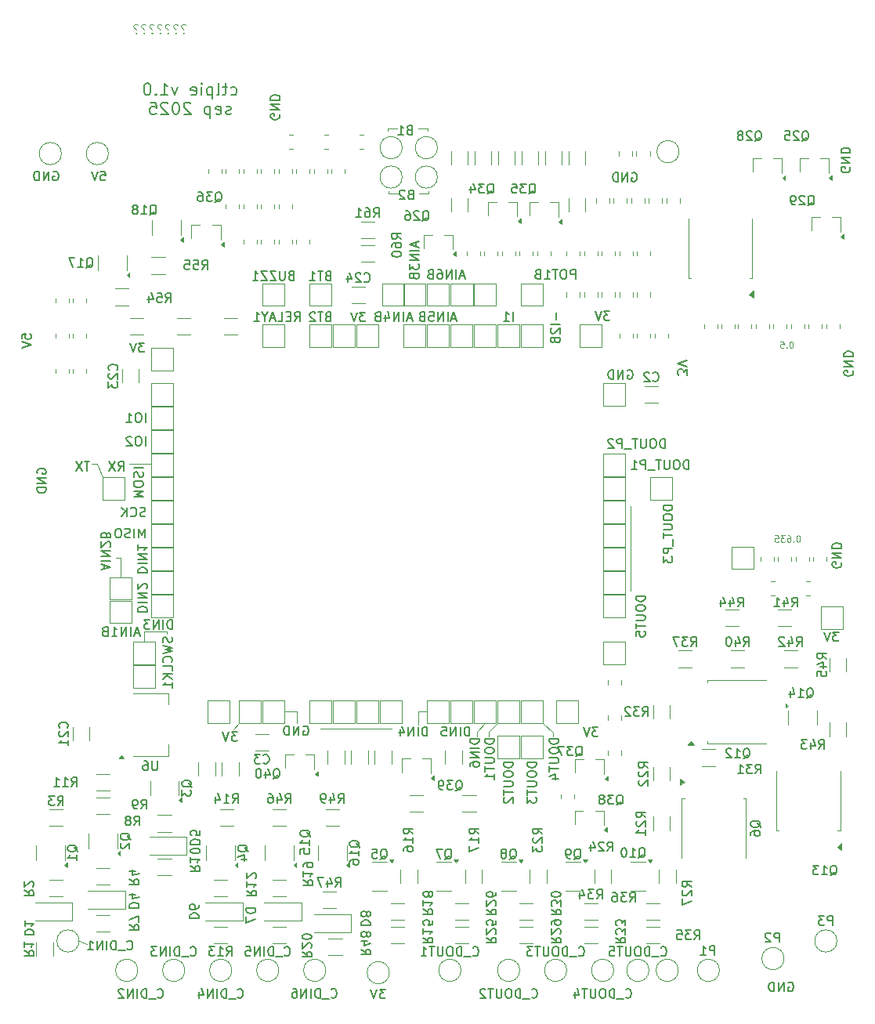
<source format=gbo>
G04 #@! TF.GenerationSoftware,KiCad,Pcbnew,9.0.1*
G04 #@! TF.CreationDate,2025-09-16T21:45:56+03:00*
G04 #@! TF.ProjectId,v1,76312e6b-6963-4616-945f-706362585858,rev?*
G04 #@! TF.SameCoordinates,Original*
G04 #@! TF.FileFunction,Legend,Bot*
G04 #@! TF.FilePolarity,Positive*
%FSLAX46Y46*%
G04 Gerber Fmt 4.6, Leading zero omitted, Abs format (unit mm)*
G04 Created by KiCad (PCBNEW 9.0.1) date 2025-09-16 21:45:56*
%MOMM*%
%LPD*%
G01*
G04 APERTURE LIST*
%ADD10C,0.100000*%
%ADD11C,0.200000*%
%ADD12C,0.150000*%
%ADD13C,0.120000*%
G04 APERTURE END LIST*
D10*
X177903216Y-70467590D02*
X177836549Y-70467590D01*
X177836549Y-70467590D02*
X177769882Y-70500923D01*
X177769882Y-70500923D02*
X177736549Y-70534257D01*
X177736549Y-70534257D02*
X177703216Y-70600923D01*
X177703216Y-70600923D02*
X177669882Y-70734257D01*
X177669882Y-70734257D02*
X177669882Y-70900923D01*
X177669882Y-70900923D02*
X177703216Y-71034257D01*
X177703216Y-71034257D02*
X177736549Y-71100923D01*
X177736549Y-71100923D02*
X177769882Y-71134257D01*
X177769882Y-71134257D02*
X177836549Y-71167590D01*
X177836549Y-71167590D02*
X177903216Y-71167590D01*
X177903216Y-71167590D02*
X177969882Y-71134257D01*
X177969882Y-71134257D02*
X178003216Y-71100923D01*
X178003216Y-71100923D02*
X178036549Y-71034257D01*
X178036549Y-71034257D02*
X178069882Y-70900923D01*
X178069882Y-70900923D02*
X178069882Y-70734257D01*
X178069882Y-70734257D02*
X178036549Y-70600923D01*
X178036549Y-70600923D02*
X178003216Y-70534257D01*
X178003216Y-70534257D02*
X177969882Y-70500923D01*
X177969882Y-70500923D02*
X177903216Y-70467590D01*
X177369882Y-71100923D02*
X177336549Y-71134257D01*
X177336549Y-71134257D02*
X177369882Y-71167590D01*
X177369882Y-71167590D02*
X177403215Y-71134257D01*
X177403215Y-71134257D02*
X177369882Y-71100923D01*
X177369882Y-71100923D02*
X177369882Y-71167590D01*
X176703216Y-70467590D02*
X177036549Y-70467590D01*
X177036549Y-70467590D02*
X177069882Y-70800923D01*
X177069882Y-70800923D02*
X177036549Y-70767590D01*
X177036549Y-70767590D02*
X176969882Y-70734257D01*
X176969882Y-70734257D02*
X176803216Y-70734257D01*
X176803216Y-70734257D02*
X176736549Y-70767590D01*
X176736549Y-70767590D02*
X176703216Y-70800923D01*
X176703216Y-70800923D02*
X176669882Y-70867590D01*
X176669882Y-70867590D02*
X176669882Y-71034257D01*
X176669882Y-71034257D02*
X176703216Y-71100923D01*
X176703216Y-71100923D02*
X176736549Y-71134257D01*
X176736549Y-71134257D02*
X176803216Y-71167590D01*
X176803216Y-71167590D02*
X176969882Y-71167590D01*
X176969882Y-71167590D02*
X177036549Y-71134257D01*
X177036549Y-71134257D02*
X177069882Y-71100923D01*
X178651880Y-91439605D02*
X178585213Y-91439605D01*
X178585213Y-91439605D02*
X178518546Y-91472938D01*
X178518546Y-91472938D02*
X178485213Y-91506272D01*
X178485213Y-91506272D02*
X178451880Y-91572938D01*
X178451880Y-91572938D02*
X178418546Y-91706272D01*
X178418546Y-91706272D02*
X178418546Y-91872938D01*
X178418546Y-91872938D02*
X178451880Y-92006272D01*
X178451880Y-92006272D02*
X178485213Y-92072938D01*
X178485213Y-92072938D02*
X178518546Y-92106272D01*
X178518546Y-92106272D02*
X178585213Y-92139605D01*
X178585213Y-92139605D02*
X178651880Y-92139605D01*
X178651880Y-92139605D02*
X178718546Y-92106272D01*
X178718546Y-92106272D02*
X178751880Y-92072938D01*
X178751880Y-92072938D02*
X178785213Y-92006272D01*
X178785213Y-92006272D02*
X178818546Y-91872938D01*
X178818546Y-91872938D02*
X178818546Y-91706272D01*
X178818546Y-91706272D02*
X178785213Y-91572938D01*
X178785213Y-91572938D02*
X178751880Y-91506272D01*
X178751880Y-91506272D02*
X178718546Y-91472938D01*
X178718546Y-91472938D02*
X178651880Y-91439605D01*
X178118546Y-92072938D02*
X178085213Y-92106272D01*
X178085213Y-92106272D02*
X178118546Y-92139605D01*
X178118546Y-92139605D02*
X178151879Y-92106272D01*
X178151879Y-92106272D02*
X178118546Y-92072938D01*
X178118546Y-92072938D02*
X178118546Y-92139605D01*
X177485213Y-91439605D02*
X177618546Y-91439605D01*
X177618546Y-91439605D02*
X177685213Y-91472938D01*
X177685213Y-91472938D02*
X177718546Y-91506272D01*
X177718546Y-91506272D02*
X177785213Y-91606272D01*
X177785213Y-91606272D02*
X177818546Y-91739605D01*
X177818546Y-91739605D02*
X177818546Y-92006272D01*
X177818546Y-92006272D02*
X177785213Y-92072938D01*
X177785213Y-92072938D02*
X177751880Y-92106272D01*
X177751880Y-92106272D02*
X177685213Y-92139605D01*
X177685213Y-92139605D02*
X177551880Y-92139605D01*
X177551880Y-92139605D02*
X177485213Y-92106272D01*
X177485213Y-92106272D02*
X177451880Y-92072938D01*
X177451880Y-92072938D02*
X177418546Y-92006272D01*
X177418546Y-92006272D02*
X177418546Y-91839605D01*
X177418546Y-91839605D02*
X177451880Y-91772938D01*
X177451880Y-91772938D02*
X177485213Y-91739605D01*
X177485213Y-91739605D02*
X177551880Y-91706272D01*
X177551880Y-91706272D02*
X177685213Y-91706272D01*
X177685213Y-91706272D02*
X177751880Y-91739605D01*
X177751880Y-91739605D02*
X177785213Y-91772938D01*
X177785213Y-91772938D02*
X177818546Y-91839605D01*
X177185213Y-91439605D02*
X176751879Y-91439605D01*
X176751879Y-91439605D02*
X176985213Y-91706272D01*
X176985213Y-91706272D02*
X176885213Y-91706272D01*
X176885213Y-91706272D02*
X176818546Y-91739605D01*
X176818546Y-91739605D02*
X176785213Y-91772938D01*
X176785213Y-91772938D02*
X176751879Y-91839605D01*
X176751879Y-91839605D02*
X176751879Y-92006272D01*
X176751879Y-92006272D02*
X176785213Y-92072938D01*
X176785213Y-92072938D02*
X176818546Y-92106272D01*
X176818546Y-92106272D02*
X176885213Y-92139605D01*
X176885213Y-92139605D02*
X177085213Y-92139605D01*
X177085213Y-92139605D02*
X177151879Y-92106272D01*
X177151879Y-92106272D02*
X177185213Y-92072938D01*
X176118546Y-91439605D02*
X176451879Y-91439605D01*
X176451879Y-91439605D02*
X176485212Y-91772938D01*
X176485212Y-91772938D02*
X176451879Y-91739605D01*
X176451879Y-91739605D02*
X176385212Y-91706272D01*
X176385212Y-91706272D02*
X176218546Y-91706272D01*
X176218546Y-91706272D02*
X176151879Y-91739605D01*
X176151879Y-91739605D02*
X176118546Y-91772938D01*
X176118546Y-91772938D02*
X176085212Y-91839605D01*
X176085212Y-91839605D02*
X176085212Y-92006272D01*
X176085212Y-92006272D02*
X176118546Y-92072938D01*
X176118546Y-92072938D02*
X176151879Y-92106272D01*
X176151879Y-92106272D02*
X176218546Y-92139605D01*
X176218546Y-92139605D02*
X176385212Y-92139605D01*
X176385212Y-92139605D02*
X176451879Y-92106272D01*
X176451879Y-92106272D02*
X176485212Y-92072938D01*
D11*
X183253961Y-94356517D02*
X183301580Y-94451755D01*
X183301580Y-94451755D02*
X183301580Y-94594612D01*
X183301580Y-94594612D02*
X183253961Y-94737469D01*
X183253961Y-94737469D02*
X183158723Y-94832707D01*
X183158723Y-94832707D02*
X183063485Y-94880326D01*
X183063485Y-94880326D02*
X182873009Y-94927945D01*
X182873009Y-94927945D02*
X182730152Y-94927945D01*
X182730152Y-94927945D02*
X182539676Y-94880326D01*
X182539676Y-94880326D02*
X182444438Y-94832707D01*
X182444438Y-94832707D02*
X182349200Y-94737469D01*
X182349200Y-94737469D02*
X182301580Y-94594612D01*
X182301580Y-94594612D02*
X182301580Y-94499374D01*
X182301580Y-94499374D02*
X182349200Y-94356517D01*
X182349200Y-94356517D02*
X182396819Y-94308898D01*
X182396819Y-94308898D02*
X182730152Y-94308898D01*
X182730152Y-94308898D02*
X182730152Y-94499374D01*
X182301580Y-93880326D02*
X183301580Y-93880326D01*
X183301580Y-93880326D02*
X182301580Y-93308898D01*
X182301580Y-93308898D02*
X183301580Y-93308898D01*
X182301580Y-92832707D02*
X183301580Y-92832707D01*
X183301580Y-92832707D02*
X183301580Y-92594612D01*
X183301580Y-92594612D02*
X183253961Y-92451755D01*
X183253961Y-92451755D02*
X183158723Y-92356517D01*
X183158723Y-92356517D02*
X183063485Y-92308898D01*
X183063485Y-92308898D02*
X182873009Y-92261279D01*
X182873009Y-92261279D02*
X182730152Y-92261279D01*
X182730152Y-92261279D02*
X182539676Y-92308898D01*
X182539676Y-92308898D02*
X182444438Y-92356517D01*
X182444438Y-92356517D02*
X182349200Y-92451755D01*
X182349200Y-92451755D02*
X182301580Y-92594612D01*
X182301580Y-92594612D02*
X182301580Y-92832707D01*
X182986564Y-101864219D02*
X182367517Y-101864219D01*
X182367517Y-101864219D02*
X182700850Y-102245171D01*
X182700850Y-102245171D02*
X182557993Y-102245171D01*
X182557993Y-102245171D02*
X182462755Y-102292790D01*
X182462755Y-102292790D02*
X182415136Y-102340409D01*
X182415136Y-102340409D02*
X182367517Y-102435647D01*
X182367517Y-102435647D02*
X182367517Y-102673742D01*
X182367517Y-102673742D02*
X182415136Y-102768980D01*
X182415136Y-102768980D02*
X182462755Y-102816600D01*
X182462755Y-102816600D02*
X182557993Y-102864219D01*
X182557993Y-102864219D02*
X182843707Y-102864219D01*
X182843707Y-102864219D02*
X182938945Y-102816600D01*
X182938945Y-102816600D02*
X182986564Y-102768980D01*
X182081802Y-101864219D02*
X181748469Y-102864219D01*
X181748469Y-102864219D02*
X181415136Y-101864219D01*
D10*
X138684000Y-54483000D02*
X137668000Y-54483000D01*
X118180000Y-111690000D02*
X117602000Y-112395000D01*
X102870000Y-83693000D02*
X103448000Y-85160000D01*
X107950000Y-101854000D02*
X107950000Y-102940000D01*
X134645400Y-112293400D02*
X126974600Y-112293400D01*
X134239000Y-47498000D02*
X134239000Y-47752000D01*
X106299000Y-83693000D02*
X108585000Y-83693000D01*
X138500000Y-110490000D02*
X137541000Y-110490000D01*
X137541000Y-110490000D02*
X137541000Y-111887000D01*
X145161000Y-112649000D02*
X145161000Y-113157000D01*
X143891000Y-112649000D02*
X143891000Y-113157000D01*
X102235000Y-83693000D02*
X102870000Y-83693000D01*
X138557000Y-47498000D02*
X138557000Y-47752000D01*
X134366000Y-54483000D02*
X134366000Y-54229000D01*
X135382000Y-54483000D02*
X134366000Y-54483000D01*
X100895000Y-135255000D02*
X101727000Y-135636000D01*
X123120000Y-110490000D02*
X124460000Y-110490000D01*
X146120000Y-111690000D02*
X145161000Y-112649000D01*
X124460000Y-110490000D02*
X124460000Y-111760000D01*
X104902000Y-93853000D02*
X105410000Y-93853000D01*
X138684000Y-54483000D02*
X138684000Y-54229000D01*
X151060000Y-111690000D02*
X152146000Y-112776000D01*
X135255000Y-47498000D02*
X134239000Y-47498000D01*
X152146000Y-112776000D02*
X152146000Y-113157000D01*
X105410000Y-93853000D02*
X105410000Y-95955000D01*
X144780000Y-111690000D02*
X143891000Y-112649000D01*
X160500000Y-97409000D02*
X160500000Y-88290400D01*
X138557000Y-47498000D02*
X137541000Y-47498000D01*
X110363000Y-102108000D02*
X110363000Y-101854000D01*
X110363000Y-101854000D02*
X107950000Y-101854000D01*
D11*
X184193761Y-51633717D02*
X184241380Y-51728955D01*
X184241380Y-51728955D02*
X184241380Y-51871812D01*
X184241380Y-51871812D02*
X184193761Y-52014669D01*
X184193761Y-52014669D02*
X184098523Y-52109907D01*
X184098523Y-52109907D02*
X184003285Y-52157526D01*
X184003285Y-52157526D02*
X183812809Y-52205145D01*
X183812809Y-52205145D02*
X183669952Y-52205145D01*
X183669952Y-52205145D02*
X183479476Y-52157526D01*
X183479476Y-52157526D02*
X183384238Y-52109907D01*
X183384238Y-52109907D02*
X183289000Y-52014669D01*
X183289000Y-52014669D02*
X183241380Y-51871812D01*
X183241380Y-51871812D02*
X183241380Y-51776574D01*
X183241380Y-51776574D02*
X183289000Y-51633717D01*
X183289000Y-51633717D02*
X183336619Y-51586098D01*
X183336619Y-51586098D02*
X183669952Y-51586098D01*
X183669952Y-51586098D02*
X183669952Y-51776574D01*
X183241380Y-51157526D02*
X184241380Y-51157526D01*
X184241380Y-51157526D02*
X183241380Y-50586098D01*
X183241380Y-50586098D02*
X184241380Y-50586098D01*
X183241380Y-50109907D02*
X184241380Y-50109907D01*
X184241380Y-50109907D02*
X184241380Y-49871812D01*
X184241380Y-49871812D02*
X184193761Y-49728955D01*
X184193761Y-49728955D02*
X184098523Y-49633717D01*
X184098523Y-49633717D02*
X184003285Y-49586098D01*
X184003285Y-49586098D02*
X183812809Y-49538479D01*
X183812809Y-49538479D02*
X183669952Y-49538479D01*
X183669952Y-49538479D02*
X183479476Y-49586098D01*
X183479476Y-49586098D02*
X183384238Y-49633717D01*
X183384238Y-49633717D02*
X183289000Y-49728955D01*
X183289000Y-49728955D02*
X183241380Y-49871812D01*
X183241380Y-49871812D02*
X183241380Y-50109907D01*
D12*
X133997458Y-140474819D02*
X133378411Y-140474819D01*
X133378411Y-140474819D02*
X133711744Y-140855771D01*
X133711744Y-140855771D02*
X133568887Y-140855771D01*
X133568887Y-140855771D02*
X133473649Y-140903390D01*
X133473649Y-140903390D02*
X133426030Y-140951009D01*
X133426030Y-140951009D02*
X133378411Y-141046247D01*
X133378411Y-141046247D02*
X133378411Y-141284342D01*
X133378411Y-141284342D02*
X133426030Y-141379580D01*
X133426030Y-141379580D02*
X133473649Y-141427200D01*
X133473649Y-141427200D02*
X133568887Y-141474819D01*
X133568887Y-141474819D02*
X133854601Y-141474819D01*
X133854601Y-141474819D02*
X133949839Y-141427200D01*
X133949839Y-141427200D02*
X133997458Y-141379580D01*
X133092696Y-140474819D02*
X132759363Y-141474819D01*
X132759363Y-141474819D02*
X132426030Y-140474819D01*
D11*
X122547961Y-45918717D02*
X122595580Y-46013955D01*
X122595580Y-46013955D02*
X122595580Y-46156812D01*
X122595580Y-46156812D02*
X122547961Y-46299669D01*
X122547961Y-46299669D02*
X122452723Y-46394907D01*
X122452723Y-46394907D02*
X122357485Y-46442526D01*
X122357485Y-46442526D02*
X122167009Y-46490145D01*
X122167009Y-46490145D02*
X122024152Y-46490145D01*
X122024152Y-46490145D02*
X121833676Y-46442526D01*
X121833676Y-46442526D02*
X121738438Y-46394907D01*
X121738438Y-46394907D02*
X121643200Y-46299669D01*
X121643200Y-46299669D02*
X121595580Y-46156812D01*
X121595580Y-46156812D02*
X121595580Y-46061574D01*
X121595580Y-46061574D02*
X121643200Y-45918717D01*
X121643200Y-45918717D02*
X121690819Y-45871098D01*
X121690819Y-45871098D02*
X122024152Y-45871098D01*
X122024152Y-45871098D02*
X122024152Y-46061574D01*
X121595580Y-45442526D02*
X122595580Y-45442526D01*
X122595580Y-45442526D02*
X121595580Y-44871098D01*
X121595580Y-44871098D02*
X122595580Y-44871098D01*
X121595580Y-44394907D02*
X122595580Y-44394907D01*
X122595580Y-44394907D02*
X122595580Y-44156812D01*
X122595580Y-44156812D02*
X122547961Y-44013955D01*
X122547961Y-44013955D02*
X122452723Y-43918717D01*
X122452723Y-43918717D02*
X122357485Y-43871098D01*
X122357485Y-43871098D02*
X122167009Y-43823479D01*
X122167009Y-43823479D02*
X122024152Y-43823479D01*
X122024152Y-43823479D02*
X121833676Y-43871098D01*
X121833676Y-43871098D02*
X121738438Y-43918717D01*
X121738438Y-43918717D02*
X121643200Y-44013955D01*
X121643200Y-44013955D02*
X121595580Y-44156812D01*
X121595580Y-44156812D02*
X121595580Y-44394907D01*
D12*
X117995458Y-112661819D02*
X117376411Y-112661819D01*
X117376411Y-112661819D02*
X117709744Y-113042771D01*
X117709744Y-113042771D02*
X117566887Y-113042771D01*
X117566887Y-113042771D02*
X117471649Y-113090390D01*
X117471649Y-113090390D02*
X117424030Y-113138009D01*
X117424030Y-113138009D02*
X117376411Y-113233247D01*
X117376411Y-113233247D02*
X117376411Y-113471342D01*
X117376411Y-113471342D02*
X117424030Y-113566580D01*
X117424030Y-113566580D02*
X117471649Y-113614200D01*
X117471649Y-113614200D02*
X117566887Y-113661819D01*
X117566887Y-113661819D02*
X117852601Y-113661819D01*
X117852601Y-113661819D02*
X117947839Y-113614200D01*
X117947839Y-113614200D02*
X117995458Y-113566580D01*
X117090696Y-112661819D02*
X116757363Y-113661819D01*
X116757363Y-113661819D02*
X116424030Y-112661819D01*
X158254458Y-67195819D02*
X157635411Y-67195819D01*
X157635411Y-67195819D02*
X157968744Y-67576771D01*
X157968744Y-67576771D02*
X157825887Y-67576771D01*
X157825887Y-67576771D02*
X157730649Y-67624390D01*
X157730649Y-67624390D02*
X157683030Y-67672009D01*
X157683030Y-67672009D02*
X157635411Y-67767247D01*
X157635411Y-67767247D02*
X157635411Y-68005342D01*
X157635411Y-68005342D02*
X157683030Y-68100580D01*
X157683030Y-68100580D02*
X157730649Y-68148200D01*
X157730649Y-68148200D02*
X157825887Y-68195819D01*
X157825887Y-68195819D02*
X158111601Y-68195819D01*
X158111601Y-68195819D02*
X158206839Y-68148200D01*
X158206839Y-68148200D02*
X158254458Y-68100580D01*
X157349696Y-67195819D02*
X157016363Y-68195819D01*
X157016363Y-68195819D02*
X156683030Y-67195819D01*
X106810180Y-87293220D02*
X107810180Y-87293220D01*
X107810180Y-87293220D02*
X107095895Y-86959887D01*
X107095895Y-86959887D02*
X107810180Y-86626554D01*
X107810180Y-86626554D02*
X106810180Y-86626554D01*
X107810180Y-85959887D02*
X107810180Y-85769411D01*
X107810180Y-85769411D02*
X107762561Y-85674173D01*
X107762561Y-85674173D02*
X107667323Y-85578935D01*
X107667323Y-85578935D02*
X107476847Y-85531316D01*
X107476847Y-85531316D02*
X107143514Y-85531316D01*
X107143514Y-85531316D02*
X106953038Y-85578935D01*
X106953038Y-85578935D02*
X106857800Y-85674173D01*
X106857800Y-85674173D02*
X106810180Y-85769411D01*
X106810180Y-85769411D02*
X106810180Y-85959887D01*
X106810180Y-85959887D02*
X106857800Y-86055125D01*
X106857800Y-86055125D02*
X106953038Y-86150363D01*
X106953038Y-86150363D02*
X107143514Y-86197982D01*
X107143514Y-86197982D02*
X107476847Y-86197982D01*
X107476847Y-86197982D02*
X107667323Y-86150363D01*
X107667323Y-86150363D02*
X107762561Y-86055125D01*
X107762561Y-86055125D02*
X107810180Y-85959887D01*
X106857800Y-85150363D02*
X106810180Y-85007506D01*
X106810180Y-85007506D02*
X106810180Y-84769411D01*
X106810180Y-84769411D02*
X106857800Y-84674173D01*
X106857800Y-84674173D02*
X106905419Y-84626554D01*
X106905419Y-84626554D02*
X107000657Y-84578935D01*
X107000657Y-84578935D02*
X107095895Y-84578935D01*
X107095895Y-84578935D02*
X107191133Y-84626554D01*
X107191133Y-84626554D02*
X107238752Y-84674173D01*
X107238752Y-84674173D02*
X107286371Y-84769411D01*
X107286371Y-84769411D02*
X107333990Y-84959887D01*
X107333990Y-84959887D02*
X107381609Y-85055125D01*
X107381609Y-85055125D02*
X107429228Y-85102744D01*
X107429228Y-85102744D02*
X107524466Y-85150363D01*
X107524466Y-85150363D02*
X107619704Y-85150363D01*
X107619704Y-85150363D02*
X107714942Y-85102744D01*
X107714942Y-85102744D02*
X107762561Y-85055125D01*
X107762561Y-85055125D02*
X107810180Y-84959887D01*
X107810180Y-84959887D02*
X107810180Y-84721792D01*
X107810180Y-84721792D02*
X107762561Y-84578935D01*
X106810180Y-84150363D02*
X107810180Y-84150363D01*
D11*
X184523961Y-73630117D02*
X184571580Y-73725355D01*
X184571580Y-73725355D02*
X184571580Y-73868212D01*
X184571580Y-73868212D02*
X184523961Y-74011069D01*
X184523961Y-74011069D02*
X184428723Y-74106307D01*
X184428723Y-74106307D02*
X184333485Y-74153926D01*
X184333485Y-74153926D02*
X184143009Y-74201545D01*
X184143009Y-74201545D02*
X184000152Y-74201545D01*
X184000152Y-74201545D02*
X183809676Y-74153926D01*
X183809676Y-74153926D02*
X183714438Y-74106307D01*
X183714438Y-74106307D02*
X183619200Y-74011069D01*
X183619200Y-74011069D02*
X183571580Y-73868212D01*
X183571580Y-73868212D02*
X183571580Y-73772974D01*
X183571580Y-73772974D02*
X183619200Y-73630117D01*
X183619200Y-73630117D02*
X183666819Y-73582498D01*
X183666819Y-73582498D02*
X184000152Y-73582498D01*
X184000152Y-73582498D02*
X184000152Y-73772974D01*
X183571580Y-73153926D02*
X184571580Y-73153926D01*
X184571580Y-73153926D02*
X183571580Y-72582498D01*
X183571580Y-72582498D02*
X184571580Y-72582498D01*
X183571580Y-72106307D02*
X184571580Y-72106307D01*
X184571580Y-72106307D02*
X184571580Y-71868212D01*
X184571580Y-71868212D02*
X184523961Y-71725355D01*
X184523961Y-71725355D02*
X184428723Y-71630117D01*
X184428723Y-71630117D02*
X184333485Y-71582498D01*
X184333485Y-71582498D02*
X184143009Y-71534879D01*
X184143009Y-71534879D02*
X184000152Y-71534879D01*
X184000152Y-71534879D02*
X183809676Y-71582498D01*
X183809676Y-71582498D02*
X183714438Y-71630117D01*
X183714438Y-71630117D02*
X183619200Y-71725355D01*
X183619200Y-71725355D02*
X183571580Y-71868212D01*
X183571580Y-71868212D02*
X183571580Y-72106307D01*
X136583993Y-47603409D02*
X136441136Y-47651028D01*
X136441136Y-47651028D02*
X136393517Y-47698647D01*
X136393517Y-47698647D02*
X136345898Y-47793885D01*
X136345898Y-47793885D02*
X136345898Y-47936742D01*
X136345898Y-47936742D02*
X136393517Y-48031980D01*
X136393517Y-48031980D02*
X136441136Y-48079600D01*
X136441136Y-48079600D02*
X136536374Y-48127219D01*
X136536374Y-48127219D02*
X136917326Y-48127219D01*
X136917326Y-48127219D02*
X136917326Y-47127219D01*
X136917326Y-47127219D02*
X136583993Y-47127219D01*
X136583993Y-47127219D02*
X136488755Y-47174838D01*
X136488755Y-47174838D02*
X136441136Y-47222457D01*
X136441136Y-47222457D02*
X136393517Y-47317695D01*
X136393517Y-47317695D02*
X136393517Y-47412933D01*
X136393517Y-47412933D02*
X136441136Y-47508171D01*
X136441136Y-47508171D02*
X136488755Y-47555790D01*
X136488755Y-47555790D02*
X136583993Y-47603409D01*
X136583993Y-47603409D02*
X136917326Y-47603409D01*
X135393517Y-48127219D02*
X135964945Y-48127219D01*
X135679231Y-48127219D02*
X135679231Y-47127219D01*
X135679231Y-47127219D02*
X135774469Y-47270076D01*
X135774469Y-47270076D02*
X135869707Y-47365314D01*
X135869707Y-47365314D02*
X135964945Y-47412933D01*
D12*
X169589220Y-136775819D02*
X169589220Y-135775819D01*
X169589220Y-135775819D02*
X169208268Y-135775819D01*
X169208268Y-135775819D02*
X169113030Y-135823438D01*
X169113030Y-135823438D02*
X169065411Y-135871057D01*
X169065411Y-135871057D02*
X169017792Y-135966295D01*
X169017792Y-135966295D02*
X169017792Y-136109152D01*
X169017792Y-136109152D02*
X169065411Y-136204390D01*
X169065411Y-136204390D02*
X169113030Y-136252009D01*
X169113030Y-136252009D02*
X169208268Y-136299628D01*
X169208268Y-136299628D02*
X169589220Y-136299628D01*
X168065411Y-136775819D02*
X168636839Y-136775819D01*
X168351125Y-136775819D02*
X168351125Y-135775819D01*
X168351125Y-135775819D02*
X168446363Y-135918676D01*
X168446363Y-135918676D02*
X168541601Y-136013914D01*
X168541601Y-136013914D02*
X168636839Y-136061533D01*
X160175411Y-73593438D02*
X160270649Y-73545819D01*
X160270649Y-73545819D02*
X160413506Y-73545819D01*
X160413506Y-73545819D02*
X160556363Y-73593438D01*
X160556363Y-73593438D02*
X160651601Y-73688676D01*
X160651601Y-73688676D02*
X160699220Y-73783914D01*
X160699220Y-73783914D02*
X160746839Y-73974390D01*
X160746839Y-73974390D02*
X160746839Y-74117247D01*
X160746839Y-74117247D02*
X160699220Y-74307723D01*
X160699220Y-74307723D02*
X160651601Y-74402961D01*
X160651601Y-74402961D02*
X160556363Y-74498200D01*
X160556363Y-74498200D02*
X160413506Y-74545819D01*
X160413506Y-74545819D02*
X160318268Y-74545819D01*
X160318268Y-74545819D02*
X160175411Y-74498200D01*
X160175411Y-74498200D02*
X160127792Y-74450580D01*
X160127792Y-74450580D02*
X160127792Y-74117247D01*
X160127792Y-74117247D02*
X160318268Y-74117247D01*
X159699220Y-74545819D02*
X159699220Y-73545819D01*
X159699220Y-73545819D02*
X159127792Y-74545819D01*
X159127792Y-74545819D02*
X159127792Y-73545819D01*
X158651601Y-74545819D02*
X158651601Y-73545819D01*
X158651601Y-73545819D02*
X158413506Y-73545819D01*
X158413506Y-73545819D02*
X158270649Y-73593438D01*
X158270649Y-73593438D02*
X158175411Y-73688676D01*
X158175411Y-73688676D02*
X158127792Y-73783914D01*
X158127792Y-73783914D02*
X158080173Y-73974390D01*
X158080173Y-73974390D02*
X158080173Y-74117247D01*
X158080173Y-74117247D02*
X158127792Y-74307723D01*
X158127792Y-74307723D02*
X158175411Y-74402961D01*
X158175411Y-74402961D02*
X158270649Y-74498200D01*
X158270649Y-74498200D02*
X158413506Y-74545819D01*
X158413506Y-74545819D02*
X158651601Y-74545819D01*
D11*
X94701419Y-70187863D02*
X94701419Y-69711673D01*
X94701419Y-69711673D02*
X95177609Y-69664054D01*
X95177609Y-69664054D02*
X95129990Y-69711673D01*
X95129990Y-69711673D02*
X95082371Y-69806911D01*
X95082371Y-69806911D02*
X95082371Y-70045006D01*
X95082371Y-70045006D02*
X95129990Y-70140244D01*
X95129990Y-70140244D02*
X95177609Y-70187863D01*
X95177609Y-70187863D02*
X95272847Y-70235482D01*
X95272847Y-70235482D02*
X95510942Y-70235482D01*
X95510942Y-70235482D02*
X95606180Y-70187863D01*
X95606180Y-70187863D02*
X95653800Y-70140244D01*
X95653800Y-70140244D02*
X95701419Y-70045006D01*
X95701419Y-70045006D02*
X95701419Y-69806911D01*
X95701419Y-69806911D02*
X95653800Y-69711673D01*
X95653800Y-69711673D02*
X95606180Y-69664054D01*
X94701419Y-70521197D02*
X95701419Y-70854530D01*
X95701419Y-70854530D02*
X94701419Y-71187863D01*
D12*
X107994220Y-91690819D02*
X107994220Y-90690819D01*
X107994220Y-90690819D02*
X107660887Y-91405104D01*
X107660887Y-91405104D02*
X107327554Y-90690819D01*
X107327554Y-90690819D02*
X107327554Y-91690819D01*
X106851363Y-91690819D02*
X106851363Y-90690819D01*
X106422792Y-91643200D02*
X106279935Y-91690819D01*
X106279935Y-91690819D02*
X106041840Y-91690819D01*
X106041840Y-91690819D02*
X105946602Y-91643200D01*
X105946602Y-91643200D02*
X105898983Y-91595580D01*
X105898983Y-91595580D02*
X105851364Y-91500342D01*
X105851364Y-91500342D02*
X105851364Y-91405104D01*
X105851364Y-91405104D02*
X105898983Y-91309866D01*
X105898983Y-91309866D02*
X105946602Y-91262247D01*
X105946602Y-91262247D02*
X106041840Y-91214628D01*
X106041840Y-91214628D02*
X106232316Y-91167009D01*
X106232316Y-91167009D02*
X106327554Y-91119390D01*
X106327554Y-91119390D02*
X106375173Y-91071771D01*
X106375173Y-91071771D02*
X106422792Y-90976533D01*
X106422792Y-90976533D02*
X106422792Y-90881295D01*
X106422792Y-90881295D02*
X106375173Y-90786057D01*
X106375173Y-90786057D02*
X106327554Y-90738438D01*
X106327554Y-90738438D02*
X106232316Y-90690819D01*
X106232316Y-90690819D02*
X105994221Y-90690819D01*
X105994221Y-90690819D02*
X105851364Y-90738438D01*
X105232316Y-90690819D02*
X105041840Y-90690819D01*
X105041840Y-90690819D02*
X104946602Y-90738438D01*
X104946602Y-90738438D02*
X104851364Y-90833676D01*
X104851364Y-90833676D02*
X104803745Y-91024152D01*
X104803745Y-91024152D02*
X104803745Y-91357485D01*
X104803745Y-91357485D02*
X104851364Y-91547961D01*
X104851364Y-91547961D02*
X104946602Y-91643200D01*
X104946602Y-91643200D02*
X105041840Y-91690819D01*
X105041840Y-91690819D02*
X105232316Y-91690819D01*
X105232316Y-91690819D02*
X105327554Y-91643200D01*
X105327554Y-91643200D02*
X105422792Y-91547961D01*
X105422792Y-91547961D02*
X105470411Y-91357485D01*
X105470411Y-91357485D02*
X105470411Y-91024152D01*
X105470411Y-91024152D02*
X105422792Y-90833676D01*
X105422792Y-90833676D02*
X105327554Y-90738438D01*
X105327554Y-90738438D02*
X105232316Y-90690819D01*
X131838458Y-67322819D02*
X131219411Y-67322819D01*
X131219411Y-67322819D02*
X131552744Y-67703771D01*
X131552744Y-67703771D02*
X131409887Y-67703771D01*
X131409887Y-67703771D02*
X131314649Y-67751390D01*
X131314649Y-67751390D02*
X131267030Y-67799009D01*
X131267030Y-67799009D02*
X131219411Y-67894247D01*
X131219411Y-67894247D02*
X131219411Y-68132342D01*
X131219411Y-68132342D02*
X131267030Y-68227580D01*
X131267030Y-68227580D02*
X131314649Y-68275200D01*
X131314649Y-68275200D02*
X131409887Y-68322819D01*
X131409887Y-68322819D02*
X131695601Y-68322819D01*
X131695601Y-68322819D02*
X131790839Y-68275200D01*
X131790839Y-68275200D02*
X131838458Y-68227580D01*
X130933696Y-67322819D02*
X130600363Y-68322819D01*
X130600363Y-68322819D02*
X130267030Y-67322819D01*
X107962458Y-70624819D02*
X107343411Y-70624819D01*
X107343411Y-70624819D02*
X107676744Y-71005771D01*
X107676744Y-71005771D02*
X107533887Y-71005771D01*
X107533887Y-71005771D02*
X107438649Y-71053390D01*
X107438649Y-71053390D02*
X107391030Y-71101009D01*
X107391030Y-71101009D02*
X107343411Y-71196247D01*
X107343411Y-71196247D02*
X107343411Y-71434342D01*
X107343411Y-71434342D02*
X107391030Y-71529580D01*
X107391030Y-71529580D02*
X107438649Y-71577200D01*
X107438649Y-71577200D02*
X107533887Y-71624819D01*
X107533887Y-71624819D02*
X107819601Y-71624819D01*
X107819601Y-71624819D02*
X107914839Y-71577200D01*
X107914839Y-71577200D02*
X107962458Y-71529580D01*
X107057696Y-70624819D02*
X106724363Y-71624819D01*
X106724363Y-71624819D02*
X106391030Y-70624819D01*
D11*
X103224136Y-52080219D02*
X103700326Y-52080219D01*
X103700326Y-52080219D02*
X103747945Y-52556409D01*
X103747945Y-52556409D02*
X103700326Y-52508790D01*
X103700326Y-52508790D02*
X103605088Y-52461171D01*
X103605088Y-52461171D02*
X103366993Y-52461171D01*
X103366993Y-52461171D02*
X103271755Y-52508790D01*
X103271755Y-52508790D02*
X103224136Y-52556409D01*
X103224136Y-52556409D02*
X103176517Y-52651647D01*
X103176517Y-52651647D02*
X103176517Y-52889742D01*
X103176517Y-52889742D02*
X103224136Y-52984980D01*
X103224136Y-52984980D02*
X103271755Y-53032600D01*
X103271755Y-53032600D02*
X103366993Y-53080219D01*
X103366993Y-53080219D02*
X103605088Y-53080219D01*
X103605088Y-53080219D02*
X103700326Y-53032600D01*
X103700326Y-53032600D02*
X103747945Y-52984980D01*
X102890802Y-52080219D02*
X102557469Y-53080219D01*
X102557469Y-53080219D02*
X102224136Y-52080219D01*
X160650517Y-52254838D02*
X160745755Y-52207219D01*
X160745755Y-52207219D02*
X160888612Y-52207219D01*
X160888612Y-52207219D02*
X161031469Y-52254838D01*
X161031469Y-52254838D02*
X161126707Y-52350076D01*
X161126707Y-52350076D02*
X161174326Y-52445314D01*
X161174326Y-52445314D02*
X161221945Y-52635790D01*
X161221945Y-52635790D02*
X161221945Y-52778647D01*
X161221945Y-52778647D02*
X161174326Y-52969123D01*
X161174326Y-52969123D02*
X161126707Y-53064361D01*
X161126707Y-53064361D02*
X161031469Y-53159600D01*
X161031469Y-53159600D02*
X160888612Y-53207219D01*
X160888612Y-53207219D02*
X160793374Y-53207219D01*
X160793374Y-53207219D02*
X160650517Y-53159600D01*
X160650517Y-53159600D02*
X160602898Y-53111980D01*
X160602898Y-53111980D02*
X160602898Y-52778647D01*
X160602898Y-52778647D02*
X160793374Y-52778647D01*
X160174326Y-53207219D02*
X160174326Y-52207219D01*
X160174326Y-52207219D02*
X159602898Y-53207219D01*
X159602898Y-53207219D02*
X159602898Y-52207219D01*
X159126707Y-53207219D02*
X159126707Y-52207219D01*
X159126707Y-52207219D02*
X158888612Y-52207219D01*
X158888612Y-52207219D02*
X158745755Y-52254838D01*
X158745755Y-52254838D02*
X158650517Y-52350076D01*
X158650517Y-52350076D02*
X158602898Y-52445314D01*
X158602898Y-52445314D02*
X158555279Y-52635790D01*
X158555279Y-52635790D02*
X158555279Y-52778647D01*
X158555279Y-52778647D02*
X158602898Y-52969123D01*
X158602898Y-52969123D02*
X158650517Y-53064361D01*
X158650517Y-53064361D02*
X158745755Y-53159600D01*
X158745755Y-53159600D02*
X158888612Y-53207219D01*
X158888612Y-53207219D02*
X159126707Y-53207219D01*
X177541517Y-139757838D02*
X177636755Y-139710219D01*
X177636755Y-139710219D02*
X177779612Y-139710219D01*
X177779612Y-139710219D02*
X177922469Y-139757838D01*
X177922469Y-139757838D02*
X178017707Y-139853076D01*
X178017707Y-139853076D02*
X178065326Y-139948314D01*
X178065326Y-139948314D02*
X178112945Y-140138790D01*
X178112945Y-140138790D02*
X178112945Y-140281647D01*
X178112945Y-140281647D02*
X178065326Y-140472123D01*
X178065326Y-140472123D02*
X178017707Y-140567361D01*
X178017707Y-140567361D02*
X177922469Y-140662600D01*
X177922469Y-140662600D02*
X177779612Y-140710219D01*
X177779612Y-140710219D02*
X177684374Y-140710219D01*
X177684374Y-140710219D02*
X177541517Y-140662600D01*
X177541517Y-140662600D02*
X177493898Y-140614980D01*
X177493898Y-140614980D02*
X177493898Y-140281647D01*
X177493898Y-140281647D02*
X177684374Y-140281647D01*
X177065326Y-140710219D02*
X177065326Y-139710219D01*
X177065326Y-139710219D02*
X176493898Y-140710219D01*
X176493898Y-140710219D02*
X176493898Y-139710219D01*
X176017707Y-140710219D02*
X176017707Y-139710219D01*
X176017707Y-139710219D02*
X175779612Y-139710219D01*
X175779612Y-139710219D02*
X175636755Y-139757838D01*
X175636755Y-139757838D02*
X175541517Y-139853076D01*
X175541517Y-139853076D02*
X175493898Y-139948314D01*
X175493898Y-139948314D02*
X175446279Y-140138790D01*
X175446279Y-140138790D02*
X175446279Y-140281647D01*
X175446279Y-140281647D02*
X175493898Y-140472123D01*
X175493898Y-140472123D02*
X175541517Y-140567361D01*
X175541517Y-140567361D02*
X175636755Y-140662600D01*
X175636755Y-140662600D02*
X175779612Y-140710219D01*
X175779612Y-140710219D02*
X176017707Y-140710219D01*
D12*
X102041077Y-83451819D02*
X101469649Y-83451819D01*
X101755363Y-84451819D02*
X101755363Y-83451819D01*
X101231553Y-83451819D02*
X100564887Y-84451819D01*
X100564887Y-83451819D02*
X101231553Y-84451819D01*
D11*
X117298237Y-43776673D02*
X117422046Y-43838577D01*
X117422046Y-43838577D02*
X117669665Y-43838577D01*
X117669665Y-43838577D02*
X117793475Y-43776673D01*
X117793475Y-43776673D02*
X117855380Y-43714768D01*
X117855380Y-43714768D02*
X117917284Y-43590958D01*
X117917284Y-43590958D02*
X117917284Y-43219530D01*
X117917284Y-43219530D02*
X117855380Y-43095720D01*
X117855380Y-43095720D02*
X117793475Y-43033815D01*
X117793475Y-43033815D02*
X117669665Y-42971911D01*
X117669665Y-42971911D02*
X117422046Y-42971911D01*
X117422046Y-42971911D02*
X117298237Y-43033815D01*
X116926808Y-42971911D02*
X116431570Y-42971911D01*
X116741094Y-42538577D02*
X116741094Y-43652863D01*
X116741094Y-43652863D02*
X116679189Y-43776673D01*
X116679189Y-43776673D02*
X116555379Y-43838577D01*
X116555379Y-43838577D02*
X116431570Y-43838577D01*
X115812522Y-43838577D02*
X115936332Y-43776673D01*
X115936332Y-43776673D02*
X115998237Y-43652863D01*
X115998237Y-43652863D02*
X115998237Y-42538577D01*
X115317285Y-42971911D02*
X115317285Y-44271911D01*
X115317285Y-43033815D02*
X115193475Y-42971911D01*
X115193475Y-42971911D02*
X114945856Y-42971911D01*
X114945856Y-42971911D02*
X114822047Y-43033815D01*
X114822047Y-43033815D02*
X114760142Y-43095720D01*
X114760142Y-43095720D02*
X114698237Y-43219530D01*
X114698237Y-43219530D02*
X114698237Y-43590958D01*
X114698237Y-43590958D02*
X114760142Y-43714768D01*
X114760142Y-43714768D02*
X114822047Y-43776673D01*
X114822047Y-43776673D02*
X114945856Y-43838577D01*
X114945856Y-43838577D02*
X115193475Y-43838577D01*
X115193475Y-43838577D02*
X115317285Y-43776673D01*
X114141095Y-43838577D02*
X114141095Y-42971911D01*
X114141095Y-42538577D02*
X114202999Y-42600482D01*
X114202999Y-42600482D02*
X114141095Y-42662387D01*
X114141095Y-42662387D02*
X114079190Y-42600482D01*
X114079190Y-42600482D02*
X114141095Y-42538577D01*
X114141095Y-42538577D02*
X114141095Y-42662387D01*
X113026809Y-43776673D02*
X113150618Y-43838577D01*
X113150618Y-43838577D02*
X113398237Y-43838577D01*
X113398237Y-43838577D02*
X113522047Y-43776673D01*
X113522047Y-43776673D02*
X113583951Y-43652863D01*
X113583951Y-43652863D02*
X113583951Y-43157625D01*
X113583951Y-43157625D02*
X113522047Y-43033815D01*
X113522047Y-43033815D02*
X113398237Y-42971911D01*
X113398237Y-42971911D02*
X113150618Y-42971911D01*
X113150618Y-42971911D02*
X113026809Y-43033815D01*
X113026809Y-43033815D02*
X112964904Y-43157625D01*
X112964904Y-43157625D02*
X112964904Y-43281434D01*
X112964904Y-43281434D02*
X113583951Y-43405244D01*
X111541094Y-42971911D02*
X111231570Y-43838577D01*
X111231570Y-43838577D02*
X110922047Y-42971911D01*
X109745856Y-43838577D02*
X110488713Y-43838577D01*
X110117285Y-43838577D02*
X110117285Y-42538577D01*
X110117285Y-42538577D02*
X110241094Y-42724292D01*
X110241094Y-42724292D02*
X110364904Y-42848101D01*
X110364904Y-42848101D02*
X110488713Y-42910006D01*
X109188714Y-43714768D02*
X109126809Y-43776673D01*
X109126809Y-43776673D02*
X109188714Y-43838577D01*
X109188714Y-43838577D02*
X109250618Y-43776673D01*
X109250618Y-43776673D02*
X109188714Y-43714768D01*
X109188714Y-43714768D02*
X109188714Y-43838577D01*
X108322047Y-42538577D02*
X108198237Y-42538577D01*
X108198237Y-42538577D02*
X108074428Y-42600482D01*
X108074428Y-42600482D02*
X108012523Y-42662387D01*
X108012523Y-42662387D02*
X107950618Y-42786196D01*
X107950618Y-42786196D02*
X107888713Y-43033815D01*
X107888713Y-43033815D02*
X107888713Y-43343339D01*
X107888713Y-43343339D02*
X107950618Y-43590958D01*
X107950618Y-43590958D02*
X108012523Y-43714768D01*
X108012523Y-43714768D02*
X108074428Y-43776673D01*
X108074428Y-43776673D02*
X108198237Y-43838577D01*
X108198237Y-43838577D02*
X108322047Y-43838577D01*
X108322047Y-43838577D02*
X108445856Y-43776673D01*
X108445856Y-43776673D02*
X108507761Y-43714768D01*
X108507761Y-43714768D02*
X108569666Y-43590958D01*
X108569666Y-43590958D02*
X108631570Y-43343339D01*
X108631570Y-43343339D02*
X108631570Y-43033815D01*
X108631570Y-43033815D02*
X108569666Y-42786196D01*
X108569666Y-42786196D02*
X108507761Y-42662387D01*
X108507761Y-42662387D02*
X108445856Y-42600482D01*
X108445856Y-42600482D02*
X108322047Y-42538577D01*
X117298236Y-45869600D02*
X117174427Y-45931504D01*
X117174427Y-45931504D02*
X116926808Y-45931504D01*
X116926808Y-45931504D02*
X116802998Y-45869600D01*
X116802998Y-45869600D02*
X116741094Y-45745790D01*
X116741094Y-45745790D02*
X116741094Y-45683885D01*
X116741094Y-45683885D02*
X116802998Y-45560076D01*
X116802998Y-45560076D02*
X116926808Y-45498171D01*
X116926808Y-45498171D02*
X117112522Y-45498171D01*
X117112522Y-45498171D02*
X117236332Y-45436266D01*
X117236332Y-45436266D02*
X117298236Y-45312457D01*
X117298236Y-45312457D02*
X117298236Y-45250552D01*
X117298236Y-45250552D02*
X117236332Y-45126742D01*
X117236332Y-45126742D02*
X117112522Y-45064838D01*
X117112522Y-45064838D02*
X116926808Y-45064838D01*
X116926808Y-45064838D02*
X116802998Y-45126742D01*
X115688713Y-45869600D02*
X115812522Y-45931504D01*
X115812522Y-45931504D02*
X116060141Y-45931504D01*
X116060141Y-45931504D02*
X116183951Y-45869600D01*
X116183951Y-45869600D02*
X116245855Y-45745790D01*
X116245855Y-45745790D02*
X116245855Y-45250552D01*
X116245855Y-45250552D02*
X116183951Y-45126742D01*
X116183951Y-45126742D02*
X116060141Y-45064838D01*
X116060141Y-45064838D02*
X115812522Y-45064838D01*
X115812522Y-45064838D02*
X115688713Y-45126742D01*
X115688713Y-45126742D02*
X115626808Y-45250552D01*
X115626808Y-45250552D02*
X115626808Y-45374361D01*
X115626808Y-45374361D02*
X116245855Y-45498171D01*
X115069665Y-45064838D02*
X115069665Y-46364838D01*
X115069665Y-45126742D02*
X114945855Y-45064838D01*
X114945855Y-45064838D02*
X114698236Y-45064838D01*
X114698236Y-45064838D02*
X114574427Y-45126742D01*
X114574427Y-45126742D02*
X114512522Y-45188647D01*
X114512522Y-45188647D02*
X114450617Y-45312457D01*
X114450617Y-45312457D02*
X114450617Y-45683885D01*
X114450617Y-45683885D02*
X114512522Y-45807695D01*
X114512522Y-45807695D02*
X114574427Y-45869600D01*
X114574427Y-45869600D02*
X114698236Y-45931504D01*
X114698236Y-45931504D02*
X114945855Y-45931504D01*
X114945855Y-45931504D02*
X115069665Y-45869600D01*
X112964903Y-44755314D02*
X112902999Y-44693409D01*
X112902999Y-44693409D02*
X112779189Y-44631504D01*
X112779189Y-44631504D02*
X112469665Y-44631504D01*
X112469665Y-44631504D02*
X112345856Y-44693409D01*
X112345856Y-44693409D02*
X112283951Y-44755314D01*
X112283951Y-44755314D02*
X112222046Y-44879123D01*
X112222046Y-44879123D02*
X112222046Y-45002933D01*
X112222046Y-45002933D02*
X112283951Y-45188647D01*
X112283951Y-45188647D02*
X113026808Y-45931504D01*
X113026808Y-45931504D02*
X112222046Y-45931504D01*
X111417285Y-44631504D02*
X111293475Y-44631504D01*
X111293475Y-44631504D02*
X111169666Y-44693409D01*
X111169666Y-44693409D02*
X111107761Y-44755314D01*
X111107761Y-44755314D02*
X111045856Y-44879123D01*
X111045856Y-44879123D02*
X110983951Y-45126742D01*
X110983951Y-45126742D02*
X110983951Y-45436266D01*
X110983951Y-45436266D02*
X111045856Y-45683885D01*
X111045856Y-45683885D02*
X111107761Y-45807695D01*
X111107761Y-45807695D02*
X111169666Y-45869600D01*
X111169666Y-45869600D02*
X111293475Y-45931504D01*
X111293475Y-45931504D02*
X111417285Y-45931504D01*
X111417285Y-45931504D02*
X111541094Y-45869600D01*
X111541094Y-45869600D02*
X111602999Y-45807695D01*
X111602999Y-45807695D02*
X111664904Y-45683885D01*
X111664904Y-45683885D02*
X111726808Y-45436266D01*
X111726808Y-45436266D02*
X111726808Y-45126742D01*
X111726808Y-45126742D02*
X111664904Y-44879123D01*
X111664904Y-44879123D02*
X111602999Y-44755314D01*
X111602999Y-44755314D02*
X111541094Y-44693409D01*
X111541094Y-44693409D02*
X111417285Y-44631504D01*
X110488713Y-44755314D02*
X110426809Y-44693409D01*
X110426809Y-44693409D02*
X110302999Y-44631504D01*
X110302999Y-44631504D02*
X109993475Y-44631504D01*
X109993475Y-44631504D02*
X109869666Y-44693409D01*
X109869666Y-44693409D02*
X109807761Y-44755314D01*
X109807761Y-44755314D02*
X109745856Y-44879123D01*
X109745856Y-44879123D02*
X109745856Y-45002933D01*
X109745856Y-45002933D02*
X109807761Y-45188647D01*
X109807761Y-45188647D02*
X110550618Y-45931504D01*
X110550618Y-45931504D02*
X109745856Y-45931504D01*
X108569666Y-44631504D02*
X109188714Y-44631504D01*
X109188714Y-44631504D02*
X109250618Y-45250552D01*
X109250618Y-45250552D02*
X109188714Y-45188647D01*
X109188714Y-45188647D02*
X109064904Y-45126742D01*
X109064904Y-45126742D02*
X108755380Y-45126742D01*
X108755380Y-45126742D02*
X108631571Y-45188647D01*
X108631571Y-45188647D02*
X108569666Y-45250552D01*
X108569666Y-45250552D02*
X108507761Y-45374361D01*
X108507761Y-45374361D02*
X108507761Y-45683885D01*
X108507761Y-45683885D02*
X108569666Y-45807695D01*
X108569666Y-45807695D02*
X108631571Y-45869600D01*
X108631571Y-45869600D02*
X108755380Y-45931504D01*
X108755380Y-45931504D02*
X109064904Y-45931504D01*
X109064904Y-45931504D02*
X109188714Y-45869600D01*
X109188714Y-45869600D02*
X109250618Y-45807695D01*
D12*
X156984458Y-112153819D02*
X156365411Y-112153819D01*
X156365411Y-112153819D02*
X156698744Y-112534771D01*
X156698744Y-112534771D02*
X156555887Y-112534771D01*
X156555887Y-112534771D02*
X156460649Y-112582390D01*
X156460649Y-112582390D02*
X156413030Y-112630009D01*
X156413030Y-112630009D02*
X156365411Y-112725247D01*
X156365411Y-112725247D02*
X156365411Y-112963342D01*
X156365411Y-112963342D02*
X156413030Y-113058580D01*
X156413030Y-113058580D02*
X156460649Y-113106200D01*
X156460649Y-113106200D02*
X156555887Y-113153819D01*
X156555887Y-113153819D02*
X156841601Y-113153819D01*
X156841601Y-113153819D02*
X156936839Y-113106200D01*
X156936839Y-113106200D02*
X156984458Y-113058580D01*
X156079696Y-112153819D02*
X155746363Y-113153819D01*
X155746363Y-113153819D02*
X155413030Y-112153819D01*
X108041839Y-89357200D02*
X107898982Y-89404819D01*
X107898982Y-89404819D02*
X107660887Y-89404819D01*
X107660887Y-89404819D02*
X107565649Y-89357200D01*
X107565649Y-89357200D02*
X107518030Y-89309580D01*
X107518030Y-89309580D02*
X107470411Y-89214342D01*
X107470411Y-89214342D02*
X107470411Y-89119104D01*
X107470411Y-89119104D02*
X107518030Y-89023866D01*
X107518030Y-89023866D02*
X107565649Y-88976247D01*
X107565649Y-88976247D02*
X107660887Y-88928628D01*
X107660887Y-88928628D02*
X107851363Y-88881009D01*
X107851363Y-88881009D02*
X107946601Y-88833390D01*
X107946601Y-88833390D02*
X107994220Y-88785771D01*
X107994220Y-88785771D02*
X108041839Y-88690533D01*
X108041839Y-88690533D02*
X108041839Y-88595295D01*
X108041839Y-88595295D02*
X107994220Y-88500057D01*
X107994220Y-88500057D02*
X107946601Y-88452438D01*
X107946601Y-88452438D02*
X107851363Y-88404819D01*
X107851363Y-88404819D02*
X107613268Y-88404819D01*
X107613268Y-88404819D02*
X107470411Y-88452438D01*
X106470411Y-89309580D02*
X106518030Y-89357200D01*
X106518030Y-89357200D02*
X106660887Y-89404819D01*
X106660887Y-89404819D02*
X106756125Y-89404819D01*
X106756125Y-89404819D02*
X106898982Y-89357200D01*
X106898982Y-89357200D02*
X106994220Y-89261961D01*
X106994220Y-89261961D02*
X107041839Y-89166723D01*
X107041839Y-89166723D02*
X107089458Y-88976247D01*
X107089458Y-88976247D02*
X107089458Y-88833390D01*
X107089458Y-88833390D02*
X107041839Y-88642914D01*
X107041839Y-88642914D02*
X106994220Y-88547676D01*
X106994220Y-88547676D02*
X106898982Y-88452438D01*
X106898982Y-88452438D02*
X106756125Y-88404819D01*
X106756125Y-88404819D02*
X106660887Y-88404819D01*
X106660887Y-88404819D02*
X106518030Y-88452438D01*
X106518030Y-88452438D02*
X106470411Y-88500057D01*
X106041839Y-89404819D02*
X106041839Y-88404819D01*
X105470411Y-89404819D02*
X105898982Y-88833390D01*
X105470411Y-88404819D02*
X106041839Y-88976247D01*
D11*
X98096517Y-52127838D02*
X98191755Y-52080219D01*
X98191755Y-52080219D02*
X98334612Y-52080219D01*
X98334612Y-52080219D02*
X98477469Y-52127838D01*
X98477469Y-52127838D02*
X98572707Y-52223076D01*
X98572707Y-52223076D02*
X98620326Y-52318314D01*
X98620326Y-52318314D02*
X98667945Y-52508790D01*
X98667945Y-52508790D02*
X98667945Y-52651647D01*
X98667945Y-52651647D02*
X98620326Y-52842123D01*
X98620326Y-52842123D02*
X98572707Y-52937361D01*
X98572707Y-52937361D02*
X98477469Y-53032600D01*
X98477469Y-53032600D02*
X98334612Y-53080219D01*
X98334612Y-53080219D02*
X98239374Y-53080219D01*
X98239374Y-53080219D02*
X98096517Y-53032600D01*
X98096517Y-53032600D02*
X98048898Y-52984980D01*
X98048898Y-52984980D02*
X98048898Y-52651647D01*
X98048898Y-52651647D02*
X98239374Y-52651647D01*
X97620326Y-53080219D02*
X97620326Y-52080219D01*
X97620326Y-52080219D02*
X97048898Y-53080219D01*
X97048898Y-53080219D02*
X97048898Y-52080219D01*
X96572707Y-53080219D02*
X96572707Y-52080219D01*
X96572707Y-52080219D02*
X96334612Y-52080219D01*
X96334612Y-52080219D02*
X96191755Y-52127838D01*
X96191755Y-52127838D02*
X96096517Y-52223076D01*
X96096517Y-52223076D02*
X96048898Y-52318314D01*
X96048898Y-52318314D02*
X96001279Y-52508790D01*
X96001279Y-52508790D02*
X96001279Y-52651647D01*
X96001279Y-52651647D02*
X96048898Y-52842123D01*
X96048898Y-52842123D02*
X96096517Y-52937361D01*
X96096517Y-52937361D02*
X96191755Y-53032600D01*
X96191755Y-53032600D02*
X96334612Y-53080219D01*
X96334612Y-53080219D02*
X96572707Y-53080219D01*
D12*
X176574220Y-135378819D02*
X176574220Y-134378819D01*
X176574220Y-134378819D02*
X176193268Y-134378819D01*
X176193268Y-134378819D02*
X176098030Y-134426438D01*
X176098030Y-134426438D02*
X176050411Y-134474057D01*
X176050411Y-134474057D02*
X176002792Y-134569295D01*
X176002792Y-134569295D02*
X176002792Y-134712152D01*
X176002792Y-134712152D02*
X176050411Y-134807390D01*
X176050411Y-134807390D02*
X176098030Y-134855009D01*
X176098030Y-134855009D02*
X176193268Y-134902628D01*
X176193268Y-134902628D02*
X176574220Y-134902628D01*
X175621839Y-134474057D02*
X175574220Y-134426438D01*
X175574220Y-134426438D02*
X175478982Y-134378819D01*
X175478982Y-134378819D02*
X175240887Y-134378819D01*
X175240887Y-134378819D02*
X175145649Y-134426438D01*
X175145649Y-134426438D02*
X175098030Y-134474057D01*
X175098030Y-134474057D02*
X175050411Y-134569295D01*
X175050411Y-134569295D02*
X175050411Y-134664533D01*
X175050411Y-134664533D02*
X175098030Y-134807390D01*
X175098030Y-134807390D02*
X175669458Y-135378819D01*
X175669458Y-135378819D02*
X175050411Y-135378819D01*
D11*
X136710993Y-54588409D02*
X136568136Y-54636028D01*
X136568136Y-54636028D02*
X136520517Y-54683647D01*
X136520517Y-54683647D02*
X136472898Y-54778885D01*
X136472898Y-54778885D02*
X136472898Y-54921742D01*
X136472898Y-54921742D02*
X136520517Y-55016980D01*
X136520517Y-55016980D02*
X136568136Y-55064600D01*
X136568136Y-55064600D02*
X136663374Y-55112219D01*
X136663374Y-55112219D02*
X137044326Y-55112219D01*
X137044326Y-55112219D02*
X137044326Y-54112219D01*
X137044326Y-54112219D02*
X136710993Y-54112219D01*
X136710993Y-54112219D02*
X136615755Y-54159838D01*
X136615755Y-54159838D02*
X136568136Y-54207457D01*
X136568136Y-54207457D02*
X136520517Y-54302695D01*
X136520517Y-54302695D02*
X136520517Y-54397933D01*
X136520517Y-54397933D02*
X136568136Y-54493171D01*
X136568136Y-54493171D02*
X136615755Y-54540790D01*
X136615755Y-54540790D02*
X136710993Y-54588409D01*
X136710993Y-54588409D02*
X137044326Y-54588409D01*
X136091945Y-54207457D02*
X136044326Y-54159838D01*
X136044326Y-54159838D02*
X135949088Y-54112219D01*
X135949088Y-54112219D02*
X135710993Y-54112219D01*
X135710993Y-54112219D02*
X135615755Y-54159838D01*
X135615755Y-54159838D02*
X135568136Y-54207457D01*
X135568136Y-54207457D02*
X135520517Y-54302695D01*
X135520517Y-54302695D02*
X135520517Y-54397933D01*
X135520517Y-54397933D02*
X135568136Y-54540790D01*
X135568136Y-54540790D02*
X136139564Y-55112219D01*
X136139564Y-55112219D02*
X135520517Y-55112219D01*
D12*
X105136792Y-84451819D02*
X105470125Y-83975628D01*
X105708220Y-84451819D02*
X105708220Y-83451819D01*
X105708220Y-83451819D02*
X105327268Y-83451819D01*
X105327268Y-83451819D02*
X105232030Y-83499438D01*
X105232030Y-83499438D02*
X105184411Y-83547057D01*
X105184411Y-83547057D02*
X105136792Y-83642295D01*
X105136792Y-83642295D02*
X105136792Y-83785152D01*
X105136792Y-83785152D02*
X105184411Y-83880390D01*
X105184411Y-83880390D02*
X105232030Y-83928009D01*
X105232030Y-83928009D02*
X105327268Y-83975628D01*
X105327268Y-83975628D02*
X105708220Y-83975628D01*
X104803458Y-83451819D02*
X104136792Y-84451819D01*
X104136792Y-83451819D02*
X104803458Y-84451819D01*
D11*
X96374638Y-84738882D02*
X96327019Y-84643644D01*
X96327019Y-84643644D02*
X96327019Y-84500787D01*
X96327019Y-84500787D02*
X96374638Y-84357930D01*
X96374638Y-84357930D02*
X96469876Y-84262692D01*
X96469876Y-84262692D02*
X96565114Y-84215073D01*
X96565114Y-84215073D02*
X96755590Y-84167454D01*
X96755590Y-84167454D02*
X96898447Y-84167454D01*
X96898447Y-84167454D02*
X97088923Y-84215073D01*
X97088923Y-84215073D02*
X97184161Y-84262692D01*
X97184161Y-84262692D02*
X97279400Y-84357930D01*
X97279400Y-84357930D02*
X97327019Y-84500787D01*
X97327019Y-84500787D02*
X97327019Y-84596025D01*
X97327019Y-84596025D02*
X97279400Y-84738882D01*
X97279400Y-84738882D02*
X97231780Y-84786501D01*
X97231780Y-84786501D02*
X96898447Y-84786501D01*
X96898447Y-84786501D02*
X96898447Y-84596025D01*
X97327019Y-85215073D02*
X96327019Y-85215073D01*
X96327019Y-85215073D02*
X97327019Y-85786501D01*
X97327019Y-85786501D02*
X96327019Y-85786501D01*
X97327019Y-86262692D02*
X96327019Y-86262692D01*
X96327019Y-86262692D02*
X96327019Y-86500787D01*
X96327019Y-86500787D02*
X96374638Y-86643644D01*
X96374638Y-86643644D02*
X96469876Y-86738882D01*
X96469876Y-86738882D02*
X96565114Y-86786501D01*
X96565114Y-86786501D02*
X96755590Y-86834120D01*
X96755590Y-86834120D02*
X96898447Y-86834120D01*
X96898447Y-86834120D02*
X97088923Y-86786501D01*
X97088923Y-86786501D02*
X97184161Y-86738882D01*
X97184161Y-86738882D02*
X97279400Y-86643644D01*
X97279400Y-86643644D02*
X97327019Y-86500787D01*
X97327019Y-86500787D02*
X97327019Y-86262692D01*
D10*
X112202258Y-37115180D02*
X112154639Y-37162800D01*
X112154639Y-37162800D02*
X112202258Y-37210419D01*
X112202258Y-37210419D02*
X112249877Y-37162800D01*
X112249877Y-37162800D02*
X112202258Y-37115180D01*
X112202258Y-37115180D02*
X112202258Y-37210419D01*
X112392734Y-36258038D02*
X112297496Y-36210419D01*
X112297496Y-36210419D02*
X112059401Y-36210419D01*
X112059401Y-36210419D02*
X111964163Y-36258038D01*
X111964163Y-36258038D02*
X111916544Y-36353276D01*
X111916544Y-36353276D02*
X111916544Y-36448514D01*
X111916544Y-36448514D02*
X111964163Y-36543752D01*
X111964163Y-36543752D02*
X112011782Y-36591371D01*
X112011782Y-36591371D02*
X112107020Y-36638990D01*
X112107020Y-36638990D02*
X112154639Y-36686609D01*
X112154639Y-36686609D02*
X112202258Y-36781847D01*
X112202258Y-36781847D02*
X112202258Y-36829466D01*
X111345115Y-37115180D02*
X111297496Y-37162800D01*
X111297496Y-37162800D02*
X111345115Y-37210419D01*
X111345115Y-37210419D02*
X111392734Y-37162800D01*
X111392734Y-37162800D02*
X111345115Y-37115180D01*
X111345115Y-37115180D02*
X111345115Y-37210419D01*
X111535591Y-36258038D02*
X111440353Y-36210419D01*
X111440353Y-36210419D02*
X111202258Y-36210419D01*
X111202258Y-36210419D02*
X111107020Y-36258038D01*
X111107020Y-36258038D02*
X111059401Y-36353276D01*
X111059401Y-36353276D02*
X111059401Y-36448514D01*
X111059401Y-36448514D02*
X111107020Y-36543752D01*
X111107020Y-36543752D02*
X111154639Y-36591371D01*
X111154639Y-36591371D02*
X111249877Y-36638990D01*
X111249877Y-36638990D02*
X111297496Y-36686609D01*
X111297496Y-36686609D02*
X111345115Y-36781847D01*
X111345115Y-36781847D02*
X111345115Y-36829466D01*
X110487972Y-37115180D02*
X110440353Y-37162800D01*
X110440353Y-37162800D02*
X110487972Y-37210419D01*
X110487972Y-37210419D02*
X110535591Y-37162800D01*
X110535591Y-37162800D02*
X110487972Y-37115180D01*
X110487972Y-37115180D02*
X110487972Y-37210419D01*
X110678448Y-36258038D02*
X110583210Y-36210419D01*
X110583210Y-36210419D02*
X110345115Y-36210419D01*
X110345115Y-36210419D02*
X110249877Y-36258038D01*
X110249877Y-36258038D02*
X110202258Y-36353276D01*
X110202258Y-36353276D02*
X110202258Y-36448514D01*
X110202258Y-36448514D02*
X110249877Y-36543752D01*
X110249877Y-36543752D02*
X110297496Y-36591371D01*
X110297496Y-36591371D02*
X110392734Y-36638990D01*
X110392734Y-36638990D02*
X110440353Y-36686609D01*
X110440353Y-36686609D02*
X110487972Y-36781847D01*
X110487972Y-36781847D02*
X110487972Y-36829466D01*
X109630829Y-37115180D02*
X109583210Y-37162800D01*
X109583210Y-37162800D02*
X109630829Y-37210419D01*
X109630829Y-37210419D02*
X109678448Y-37162800D01*
X109678448Y-37162800D02*
X109630829Y-37115180D01*
X109630829Y-37115180D02*
X109630829Y-37210419D01*
X109821305Y-36258038D02*
X109726067Y-36210419D01*
X109726067Y-36210419D02*
X109487972Y-36210419D01*
X109487972Y-36210419D02*
X109392734Y-36258038D01*
X109392734Y-36258038D02*
X109345115Y-36353276D01*
X109345115Y-36353276D02*
X109345115Y-36448514D01*
X109345115Y-36448514D02*
X109392734Y-36543752D01*
X109392734Y-36543752D02*
X109440353Y-36591371D01*
X109440353Y-36591371D02*
X109535591Y-36638990D01*
X109535591Y-36638990D02*
X109583210Y-36686609D01*
X109583210Y-36686609D02*
X109630829Y-36781847D01*
X109630829Y-36781847D02*
X109630829Y-36829466D01*
X108773686Y-37115180D02*
X108726067Y-37162800D01*
X108726067Y-37162800D02*
X108773686Y-37210419D01*
X108773686Y-37210419D02*
X108821305Y-37162800D01*
X108821305Y-37162800D02*
X108773686Y-37115180D01*
X108773686Y-37115180D02*
X108773686Y-37210419D01*
X108964162Y-36258038D02*
X108868924Y-36210419D01*
X108868924Y-36210419D02*
X108630829Y-36210419D01*
X108630829Y-36210419D02*
X108535591Y-36258038D01*
X108535591Y-36258038D02*
X108487972Y-36353276D01*
X108487972Y-36353276D02*
X108487972Y-36448514D01*
X108487972Y-36448514D02*
X108535591Y-36543752D01*
X108535591Y-36543752D02*
X108583210Y-36591371D01*
X108583210Y-36591371D02*
X108678448Y-36638990D01*
X108678448Y-36638990D02*
X108726067Y-36686609D01*
X108726067Y-36686609D02*
X108773686Y-36781847D01*
X108773686Y-36781847D02*
X108773686Y-36829466D01*
X107916543Y-37115180D02*
X107868924Y-37162800D01*
X107868924Y-37162800D02*
X107916543Y-37210419D01*
X107916543Y-37210419D02*
X107964162Y-37162800D01*
X107964162Y-37162800D02*
X107916543Y-37115180D01*
X107916543Y-37115180D02*
X107916543Y-37210419D01*
X108107019Y-36258038D02*
X108011781Y-36210419D01*
X108011781Y-36210419D02*
X107773686Y-36210419D01*
X107773686Y-36210419D02*
X107678448Y-36258038D01*
X107678448Y-36258038D02*
X107630829Y-36353276D01*
X107630829Y-36353276D02*
X107630829Y-36448514D01*
X107630829Y-36448514D02*
X107678448Y-36543752D01*
X107678448Y-36543752D02*
X107726067Y-36591371D01*
X107726067Y-36591371D02*
X107821305Y-36638990D01*
X107821305Y-36638990D02*
X107868924Y-36686609D01*
X107868924Y-36686609D02*
X107916543Y-36781847D01*
X107916543Y-36781847D02*
X107916543Y-36829466D01*
X107059400Y-37115180D02*
X107011781Y-37162800D01*
X107011781Y-37162800D02*
X107059400Y-37210419D01*
X107059400Y-37210419D02*
X107107019Y-37162800D01*
X107107019Y-37162800D02*
X107059400Y-37115180D01*
X107059400Y-37115180D02*
X107059400Y-37210419D01*
X107249876Y-36258038D02*
X107154638Y-36210419D01*
X107154638Y-36210419D02*
X106916543Y-36210419D01*
X106916543Y-36210419D02*
X106821305Y-36258038D01*
X106821305Y-36258038D02*
X106773686Y-36353276D01*
X106773686Y-36353276D02*
X106773686Y-36448514D01*
X106773686Y-36448514D02*
X106821305Y-36543752D01*
X106821305Y-36543752D02*
X106868924Y-36591371D01*
X106868924Y-36591371D02*
X106964162Y-36638990D01*
X106964162Y-36638990D02*
X107011781Y-36686609D01*
X107011781Y-36686609D02*
X107059400Y-36781847D01*
X107059400Y-36781847D02*
X107059400Y-36829466D01*
D11*
X166613780Y-74096764D02*
X166613780Y-73477717D01*
X166613780Y-73477717D02*
X166232828Y-73811050D01*
X166232828Y-73811050D02*
X166232828Y-73668193D01*
X166232828Y-73668193D02*
X166185209Y-73572955D01*
X166185209Y-73572955D02*
X166137590Y-73525336D01*
X166137590Y-73525336D02*
X166042352Y-73477717D01*
X166042352Y-73477717D02*
X165804257Y-73477717D01*
X165804257Y-73477717D02*
X165709019Y-73525336D01*
X165709019Y-73525336D02*
X165661400Y-73572955D01*
X165661400Y-73572955D02*
X165613780Y-73668193D01*
X165613780Y-73668193D02*
X165613780Y-73953907D01*
X165613780Y-73953907D02*
X165661400Y-74049145D01*
X165661400Y-74049145D02*
X165709019Y-74096764D01*
X166613780Y-73192002D02*
X165613780Y-72858669D01*
X165613780Y-72858669D02*
X166613780Y-72525336D01*
D12*
X125123411Y-112074438D02*
X125218649Y-112026819D01*
X125218649Y-112026819D02*
X125361506Y-112026819D01*
X125361506Y-112026819D02*
X125504363Y-112074438D01*
X125504363Y-112074438D02*
X125599601Y-112169676D01*
X125599601Y-112169676D02*
X125647220Y-112264914D01*
X125647220Y-112264914D02*
X125694839Y-112455390D01*
X125694839Y-112455390D02*
X125694839Y-112598247D01*
X125694839Y-112598247D02*
X125647220Y-112788723D01*
X125647220Y-112788723D02*
X125599601Y-112883961D01*
X125599601Y-112883961D02*
X125504363Y-112979200D01*
X125504363Y-112979200D02*
X125361506Y-113026819D01*
X125361506Y-113026819D02*
X125266268Y-113026819D01*
X125266268Y-113026819D02*
X125123411Y-112979200D01*
X125123411Y-112979200D02*
X125075792Y-112931580D01*
X125075792Y-112931580D02*
X125075792Y-112598247D01*
X125075792Y-112598247D02*
X125266268Y-112598247D01*
X124647220Y-113026819D02*
X124647220Y-112026819D01*
X124647220Y-112026819D02*
X124075792Y-113026819D01*
X124075792Y-113026819D02*
X124075792Y-112026819D01*
X123599601Y-113026819D02*
X123599601Y-112026819D01*
X123599601Y-112026819D02*
X123361506Y-112026819D01*
X123361506Y-112026819D02*
X123218649Y-112074438D01*
X123218649Y-112074438D02*
X123123411Y-112169676D01*
X123123411Y-112169676D02*
X123075792Y-112264914D01*
X123075792Y-112264914D02*
X123028173Y-112455390D01*
X123028173Y-112455390D02*
X123028173Y-112598247D01*
X123028173Y-112598247D02*
X123075792Y-112788723D01*
X123075792Y-112788723D02*
X123123411Y-112883961D01*
X123123411Y-112883961D02*
X123218649Y-112979200D01*
X123218649Y-112979200D02*
X123361506Y-113026819D01*
X123361506Y-113026819D02*
X123599601Y-113026819D01*
X115571728Y-55426757D02*
X115666966Y-55379138D01*
X115666966Y-55379138D02*
X115762204Y-55283900D01*
X115762204Y-55283900D02*
X115905061Y-55141042D01*
X115905061Y-55141042D02*
X116000299Y-55093423D01*
X116000299Y-55093423D02*
X116095537Y-55093423D01*
X116047918Y-55331519D02*
X116143156Y-55283900D01*
X116143156Y-55283900D02*
X116238394Y-55188661D01*
X116238394Y-55188661D02*
X116286013Y-54998185D01*
X116286013Y-54998185D02*
X116286013Y-54664852D01*
X116286013Y-54664852D02*
X116238394Y-54474376D01*
X116238394Y-54474376D02*
X116143156Y-54379138D01*
X116143156Y-54379138D02*
X116047918Y-54331519D01*
X116047918Y-54331519D02*
X115857442Y-54331519D01*
X115857442Y-54331519D02*
X115762204Y-54379138D01*
X115762204Y-54379138D02*
X115666966Y-54474376D01*
X115666966Y-54474376D02*
X115619347Y-54664852D01*
X115619347Y-54664852D02*
X115619347Y-54998185D01*
X115619347Y-54998185D02*
X115666966Y-55188661D01*
X115666966Y-55188661D02*
X115762204Y-55283900D01*
X115762204Y-55283900D02*
X115857442Y-55331519D01*
X115857442Y-55331519D02*
X116047918Y-55331519D01*
X115286013Y-54331519D02*
X114666966Y-54331519D01*
X114666966Y-54331519D02*
X115000299Y-54712471D01*
X115000299Y-54712471D02*
X114857442Y-54712471D01*
X114857442Y-54712471D02*
X114762204Y-54760090D01*
X114762204Y-54760090D02*
X114714585Y-54807709D01*
X114714585Y-54807709D02*
X114666966Y-54902947D01*
X114666966Y-54902947D02*
X114666966Y-55141042D01*
X114666966Y-55141042D02*
X114714585Y-55236280D01*
X114714585Y-55236280D02*
X114762204Y-55283900D01*
X114762204Y-55283900D02*
X114857442Y-55331519D01*
X114857442Y-55331519D02*
X115143156Y-55331519D01*
X115143156Y-55331519D02*
X115238394Y-55283900D01*
X115238394Y-55283900D02*
X115286013Y-55236280D01*
X113809823Y-54331519D02*
X114000299Y-54331519D01*
X114000299Y-54331519D02*
X114095537Y-54379138D01*
X114095537Y-54379138D02*
X114143156Y-54426757D01*
X114143156Y-54426757D02*
X114238394Y-54569614D01*
X114238394Y-54569614D02*
X114286013Y-54760090D01*
X114286013Y-54760090D02*
X114286013Y-55141042D01*
X114286013Y-55141042D02*
X114238394Y-55236280D01*
X114238394Y-55236280D02*
X114190775Y-55283900D01*
X114190775Y-55283900D02*
X114095537Y-55331519D01*
X114095537Y-55331519D02*
X113905061Y-55331519D01*
X113905061Y-55331519D02*
X113809823Y-55283900D01*
X113809823Y-55283900D02*
X113762204Y-55236280D01*
X113762204Y-55236280D02*
X113714585Y-55141042D01*
X113714585Y-55141042D02*
X113714585Y-54902947D01*
X113714585Y-54902947D02*
X113762204Y-54807709D01*
X113762204Y-54807709D02*
X113809823Y-54760090D01*
X113809823Y-54760090D02*
X113905061Y-54712471D01*
X113905061Y-54712471D02*
X114095537Y-54712471D01*
X114095537Y-54712471D02*
X114190775Y-54760090D01*
X114190775Y-54760090D02*
X114238394Y-54807709D01*
X114238394Y-54807709D02*
X114286013Y-54902947D01*
X158958628Y-120565057D02*
X159053866Y-120517438D01*
X159053866Y-120517438D02*
X159149104Y-120422200D01*
X159149104Y-120422200D02*
X159291961Y-120279342D01*
X159291961Y-120279342D02*
X159387199Y-120231723D01*
X159387199Y-120231723D02*
X159482437Y-120231723D01*
X159434818Y-120469819D02*
X159530056Y-120422200D01*
X159530056Y-120422200D02*
X159625294Y-120326961D01*
X159625294Y-120326961D02*
X159672913Y-120136485D01*
X159672913Y-120136485D02*
X159672913Y-119803152D01*
X159672913Y-119803152D02*
X159625294Y-119612676D01*
X159625294Y-119612676D02*
X159530056Y-119517438D01*
X159530056Y-119517438D02*
X159434818Y-119469819D01*
X159434818Y-119469819D02*
X159244342Y-119469819D01*
X159244342Y-119469819D02*
X159149104Y-119517438D01*
X159149104Y-119517438D02*
X159053866Y-119612676D01*
X159053866Y-119612676D02*
X159006247Y-119803152D01*
X159006247Y-119803152D02*
X159006247Y-120136485D01*
X159006247Y-120136485D02*
X159053866Y-120326961D01*
X159053866Y-120326961D02*
X159149104Y-120422200D01*
X159149104Y-120422200D02*
X159244342Y-120469819D01*
X159244342Y-120469819D02*
X159434818Y-120469819D01*
X158672913Y-119469819D02*
X158053866Y-119469819D01*
X158053866Y-119469819D02*
X158387199Y-119850771D01*
X158387199Y-119850771D02*
X158244342Y-119850771D01*
X158244342Y-119850771D02*
X158149104Y-119898390D01*
X158149104Y-119898390D02*
X158101485Y-119946009D01*
X158101485Y-119946009D02*
X158053866Y-120041247D01*
X158053866Y-120041247D02*
X158053866Y-120279342D01*
X158053866Y-120279342D02*
X158101485Y-120374580D01*
X158101485Y-120374580D02*
X158149104Y-120422200D01*
X158149104Y-120422200D02*
X158244342Y-120469819D01*
X158244342Y-120469819D02*
X158530056Y-120469819D01*
X158530056Y-120469819D02*
X158625294Y-120422200D01*
X158625294Y-120422200D02*
X158672913Y-120374580D01*
X157482437Y-119898390D02*
X157577675Y-119850771D01*
X157577675Y-119850771D02*
X157625294Y-119803152D01*
X157625294Y-119803152D02*
X157672913Y-119707914D01*
X157672913Y-119707914D02*
X157672913Y-119660295D01*
X157672913Y-119660295D02*
X157625294Y-119565057D01*
X157625294Y-119565057D02*
X157577675Y-119517438D01*
X157577675Y-119517438D02*
X157482437Y-119469819D01*
X157482437Y-119469819D02*
X157291961Y-119469819D01*
X157291961Y-119469819D02*
X157196723Y-119517438D01*
X157196723Y-119517438D02*
X157149104Y-119565057D01*
X157149104Y-119565057D02*
X157101485Y-119660295D01*
X157101485Y-119660295D02*
X157101485Y-119707914D01*
X157101485Y-119707914D02*
X157149104Y-119803152D01*
X157149104Y-119803152D02*
X157196723Y-119850771D01*
X157196723Y-119850771D02*
X157291961Y-119898390D01*
X157291961Y-119898390D02*
X157482437Y-119898390D01*
X157482437Y-119898390D02*
X157577675Y-119946009D01*
X157577675Y-119946009D02*
X157625294Y-119993628D01*
X157625294Y-119993628D02*
X157672913Y-120088866D01*
X157672913Y-120088866D02*
X157672913Y-120279342D01*
X157672913Y-120279342D02*
X157625294Y-120374580D01*
X157625294Y-120374580D02*
X157577675Y-120422200D01*
X157577675Y-120422200D02*
X157482437Y-120469819D01*
X157482437Y-120469819D02*
X157291961Y-120469819D01*
X157291961Y-120469819D02*
X157196723Y-120422200D01*
X157196723Y-120422200D02*
X157149104Y-120374580D01*
X157149104Y-120374580D02*
X157101485Y-120279342D01*
X157101485Y-120279342D02*
X157101485Y-120088866D01*
X157101485Y-120088866D02*
X157149104Y-119993628D01*
X157149104Y-119993628D02*
X157196723Y-119946009D01*
X157196723Y-119946009D02*
X157291961Y-119898390D01*
X121856428Y-117730935D02*
X121951666Y-117683316D01*
X121951666Y-117683316D02*
X122046904Y-117588078D01*
X122046904Y-117588078D02*
X122189761Y-117445220D01*
X122189761Y-117445220D02*
X122284999Y-117397601D01*
X122284999Y-117397601D02*
X122380237Y-117397601D01*
X122332618Y-117635697D02*
X122427856Y-117588078D01*
X122427856Y-117588078D02*
X122523094Y-117492839D01*
X122523094Y-117492839D02*
X122570713Y-117302363D01*
X122570713Y-117302363D02*
X122570713Y-116969030D01*
X122570713Y-116969030D02*
X122523094Y-116778554D01*
X122523094Y-116778554D02*
X122427856Y-116683316D01*
X122427856Y-116683316D02*
X122332618Y-116635697D01*
X122332618Y-116635697D02*
X122142142Y-116635697D01*
X122142142Y-116635697D02*
X122046904Y-116683316D01*
X122046904Y-116683316D02*
X121951666Y-116778554D01*
X121951666Y-116778554D02*
X121904047Y-116969030D01*
X121904047Y-116969030D02*
X121904047Y-117302363D01*
X121904047Y-117302363D02*
X121951666Y-117492839D01*
X121951666Y-117492839D02*
X122046904Y-117588078D01*
X122046904Y-117588078D02*
X122142142Y-117635697D01*
X122142142Y-117635697D02*
X122332618Y-117635697D01*
X121046904Y-116969030D02*
X121046904Y-117635697D01*
X121284999Y-116588078D02*
X121523094Y-117302363D01*
X121523094Y-117302363D02*
X120904047Y-117302363D01*
X120332618Y-116635697D02*
X120237380Y-116635697D01*
X120237380Y-116635697D02*
X120142142Y-116683316D01*
X120142142Y-116683316D02*
X120094523Y-116730935D01*
X120094523Y-116730935D02*
X120046904Y-116826173D01*
X120046904Y-116826173D02*
X119999285Y-117016649D01*
X119999285Y-117016649D02*
X119999285Y-117254744D01*
X119999285Y-117254744D02*
X120046904Y-117445220D01*
X120046904Y-117445220D02*
X120094523Y-117540458D01*
X120094523Y-117540458D02*
X120142142Y-117588078D01*
X120142142Y-117588078D02*
X120237380Y-117635697D01*
X120237380Y-117635697D02*
X120332618Y-117635697D01*
X120332618Y-117635697D02*
X120427856Y-117588078D01*
X120427856Y-117588078D02*
X120475475Y-117540458D01*
X120475475Y-117540458D02*
X120523094Y-117445220D01*
X120523094Y-117445220D02*
X120570713Y-117254744D01*
X120570713Y-117254744D02*
X120570713Y-117016649D01*
X120570713Y-117016649D02*
X120523094Y-116826173D01*
X120523094Y-116826173D02*
X120475475Y-116730935D01*
X120475475Y-116730935D02*
X120427856Y-116683316D01*
X120427856Y-116683316D02*
X120332618Y-116635697D01*
X141578882Y-119007249D02*
X141674120Y-118959630D01*
X141674120Y-118959630D02*
X141769358Y-118864392D01*
X141769358Y-118864392D02*
X141912215Y-118721534D01*
X141912215Y-118721534D02*
X142007453Y-118673915D01*
X142007453Y-118673915D02*
X142102691Y-118673915D01*
X142055072Y-118912011D02*
X142150310Y-118864392D01*
X142150310Y-118864392D02*
X142245548Y-118769153D01*
X142245548Y-118769153D02*
X142293167Y-118578677D01*
X142293167Y-118578677D02*
X142293167Y-118245344D01*
X142293167Y-118245344D02*
X142245548Y-118054868D01*
X142245548Y-118054868D02*
X142150310Y-117959630D01*
X142150310Y-117959630D02*
X142055072Y-117912011D01*
X142055072Y-117912011D02*
X141864596Y-117912011D01*
X141864596Y-117912011D02*
X141769358Y-117959630D01*
X141769358Y-117959630D02*
X141674120Y-118054868D01*
X141674120Y-118054868D02*
X141626501Y-118245344D01*
X141626501Y-118245344D02*
X141626501Y-118578677D01*
X141626501Y-118578677D02*
X141674120Y-118769153D01*
X141674120Y-118769153D02*
X141769358Y-118864392D01*
X141769358Y-118864392D02*
X141864596Y-118912011D01*
X141864596Y-118912011D02*
X142055072Y-118912011D01*
X141293167Y-117912011D02*
X140674120Y-117912011D01*
X140674120Y-117912011D02*
X141007453Y-118292963D01*
X141007453Y-118292963D02*
X140864596Y-118292963D01*
X140864596Y-118292963D02*
X140769358Y-118340582D01*
X140769358Y-118340582D02*
X140721739Y-118388201D01*
X140721739Y-118388201D02*
X140674120Y-118483439D01*
X140674120Y-118483439D02*
X140674120Y-118721534D01*
X140674120Y-118721534D02*
X140721739Y-118816772D01*
X140721739Y-118816772D02*
X140769358Y-118864392D01*
X140769358Y-118864392D02*
X140864596Y-118912011D01*
X140864596Y-118912011D02*
X141150310Y-118912011D01*
X141150310Y-118912011D02*
X141245548Y-118864392D01*
X141245548Y-118864392D02*
X141293167Y-118816772D01*
X140197929Y-118912011D02*
X140007453Y-118912011D01*
X140007453Y-118912011D02*
X139912215Y-118864392D01*
X139912215Y-118864392D02*
X139864596Y-118816772D01*
X139864596Y-118816772D02*
X139769358Y-118673915D01*
X139769358Y-118673915D02*
X139721739Y-118483439D01*
X139721739Y-118483439D02*
X139721739Y-118102487D01*
X139721739Y-118102487D02*
X139769358Y-118007249D01*
X139769358Y-118007249D02*
X139816977Y-117959630D01*
X139816977Y-117959630D02*
X139912215Y-117912011D01*
X139912215Y-117912011D02*
X140102691Y-117912011D01*
X140102691Y-117912011D02*
X140197929Y-117959630D01*
X140197929Y-117959630D02*
X140245548Y-118007249D01*
X140245548Y-118007249D02*
X140293167Y-118102487D01*
X140293167Y-118102487D02*
X140293167Y-118340582D01*
X140293167Y-118340582D02*
X140245548Y-118435820D01*
X140245548Y-118435820D02*
X140197929Y-118483439D01*
X140197929Y-118483439D02*
X140102691Y-118531058D01*
X140102691Y-118531058D02*
X139912215Y-118531058D01*
X139912215Y-118531058D02*
X139816977Y-118483439D01*
X139816977Y-118483439D02*
X139769358Y-118435820D01*
X139769358Y-118435820D02*
X139721739Y-118340582D01*
X154564428Y-115315393D02*
X154659666Y-115267774D01*
X154659666Y-115267774D02*
X154754904Y-115172536D01*
X154754904Y-115172536D02*
X154897761Y-115029678D01*
X154897761Y-115029678D02*
X154992999Y-114982059D01*
X154992999Y-114982059D02*
X155088237Y-114982059D01*
X155040618Y-115220155D02*
X155135856Y-115172536D01*
X155135856Y-115172536D02*
X155231094Y-115077297D01*
X155231094Y-115077297D02*
X155278713Y-114886821D01*
X155278713Y-114886821D02*
X155278713Y-114553488D01*
X155278713Y-114553488D02*
X155231094Y-114363012D01*
X155231094Y-114363012D02*
X155135856Y-114267774D01*
X155135856Y-114267774D02*
X155040618Y-114220155D01*
X155040618Y-114220155D02*
X154850142Y-114220155D01*
X154850142Y-114220155D02*
X154754904Y-114267774D01*
X154754904Y-114267774D02*
X154659666Y-114363012D01*
X154659666Y-114363012D02*
X154612047Y-114553488D01*
X154612047Y-114553488D02*
X154612047Y-114886821D01*
X154612047Y-114886821D02*
X154659666Y-115077297D01*
X154659666Y-115077297D02*
X154754904Y-115172536D01*
X154754904Y-115172536D02*
X154850142Y-115220155D01*
X154850142Y-115220155D02*
X155040618Y-115220155D01*
X154278713Y-114220155D02*
X153659666Y-114220155D01*
X153659666Y-114220155D02*
X153992999Y-114601107D01*
X153992999Y-114601107D02*
X153850142Y-114601107D01*
X153850142Y-114601107D02*
X153754904Y-114648726D01*
X153754904Y-114648726D02*
X153707285Y-114696345D01*
X153707285Y-114696345D02*
X153659666Y-114791583D01*
X153659666Y-114791583D02*
X153659666Y-115029678D01*
X153659666Y-115029678D02*
X153707285Y-115124916D01*
X153707285Y-115124916D02*
X153754904Y-115172536D01*
X153754904Y-115172536D02*
X153850142Y-115220155D01*
X153850142Y-115220155D02*
X154135856Y-115220155D01*
X154135856Y-115220155D02*
X154231094Y-115172536D01*
X154231094Y-115172536D02*
X154278713Y-115124916D01*
X153326332Y-114220155D02*
X152659666Y-114220155D01*
X152659666Y-114220155D02*
X153088237Y-115220155D01*
X149501252Y-54525057D02*
X149596490Y-54477438D01*
X149596490Y-54477438D02*
X149691728Y-54382200D01*
X149691728Y-54382200D02*
X149834585Y-54239342D01*
X149834585Y-54239342D02*
X149929823Y-54191723D01*
X149929823Y-54191723D02*
X150025061Y-54191723D01*
X149977442Y-54429819D02*
X150072680Y-54382200D01*
X150072680Y-54382200D02*
X150167918Y-54286961D01*
X150167918Y-54286961D02*
X150215537Y-54096485D01*
X150215537Y-54096485D02*
X150215537Y-53763152D01*
X150215537Y-53763152D02*
X150167918Y-53572676D01*
X150167918Y-53572676D02*
X150072680Y-53477438D01*
X150072680Y-53477438D02*
X149977442Y-53429819D01*
X149977442Y-53429819D02*
X149786966Y-53429819D01*
X149786966Y-53429819D02*
X149691728Y-53477438D01*
X149691728Y-53477438D02*
X149596490Y-53572676D01*
X149596490Y-53572676D02*
X149548871Y-53763152D01*
X149548871Y-53763152D02*
X149548871Y-54096485D01*
X149548871Y-54096485D02*
X149596490Y-54286961D01*
X149596490Y-54286961D02*
X149691728Y-54382200D01*
X149691728Y-54382200D02*
X149786966Y-54429819D01*
X149786966Y-54429819D02*
X149977442Y-54429819D01*
X149215537Y-53429819D02*
X148596490Y-53429819D01*
X148596490Y-53429819D02*
X148929823Y-53810771D01*
X148929823Y-53810771D02*
X148786966Y-53810771D01*
X148786966Y-53810771D02*
X148691728Y-53858390D01*
X148691728Y-53858390D02*
X148644109Y-53906009D01*
X148644109Y-53906009D02*
X148596490Y-54001247D01*
X148596490Y-54001247D02*
X148596490Y-54239342D01*
X148596490Y-54239342D02*
X148644109Y-54334580D01*
X148644109Y-54334580D02*
X148691728Y-54382200D01*
X148691728Y-54382200D02*
X148786966Y-54429819D01*
X148786966Y-54429819D02*
X149072680Y-54429819D01*
X149072680Y-54429819D02*
X149167918Y-54382200D01*
X149167918Y-54382200D02*
X149215537Y-54334580D01*
X147691728Y-53429819D02*
X148167918Y-53429819D01*
X148167918Y-53429819D02*
X148215537Y-53906009D01*
X148215537Y-53906009D02*
X148167918Y-53858390D01*
X148167918Y-53858390D02*
X148072680Y-53810771D01*
X148072680Y-53810771D02*
X147834585Y-53810771D01*
X147834585Y-53810771D02*
X147739347Y-53858390D01*
X147739347Y-53858390D02*
X147691728Y-53906009D01*
X147691728Y-53906009D02*
X147644109Y-54001247D01*
X147644109Y-54001247D02*
X147644109Y-54239342D01*
X147644109Y-54239342D02*
X147691728Y-54334580D01*
X147691728Y-54334580D02*
X147739347Y-54382200D01*
X147739347Y-54382200D02*
X147834585Y-54429819D01*
X147834585Y-54429819D02*
X148072680Y-54429819D01*
X148072680Y-54429819D02*
X148167918Y-54382200D01*
X148167918Y-54382200D02*
X148215537Y-54334580D01*
X144994785Y-54525057D02*
X145090023Y-54477438D01*
X145090023Y-54477438D02*
X145185261Y-54382200D01*
X145185261Y-54382200D02*
X145328118Y-54239342D01*
X145328118Y-54239342D02*
X145423356Y-54191723D01*
X145423356Y-54191723D02*
X145518594Y-54191723D01*
X145470975Y-54429819D02*
X145566213Y-54382200D01*
X145566213Y-54382200D02*
X145661451Y-54286961D01*
X145661451Y-54286961D02*
X145709070Y-54096485D01*
X145709070Y-54096485D02*
X145709070Y-53763152D01*
X145709070Y-53763152D02*
X145661451Y-53572676D01*
X145661451Y-53572676D02*
X145566213Y-53477438D01*
X145566213Y-53477438D02*
X145470975Y-53429819D01*
X145470975Y-53429819D02*
X145280499Y-53429819D01*
X145280499Y-53429819D02*
X145185261Y-53477438D01*
X145185261Y-53477438D02*
X145090023Y-53572676D01*
X145090023Y-53572676D02*
X145042404Y-53763152D01*
X145042404Y-53763152D02*
X145042404Y-54096485D01*
X145042404Y-54096485D02*
X145090023Y-54286961D01*
X145090023Y-54286961D02*
X145185261Y-54382200D01*
X145185261Y-54382200D02*
X145280499Y-54429819D01*
X145280499Y-54429819D02*
X145470975Y-54429819D01*
X144709070Y-53429819D02*
X144090023Y-53429819D01*
X144090023Y-53429819D02*
X144423356Y-53810771D01*
X144423356Y-53810771D02*
X144280499Y-53810771D01*
X144280499Y-53810771D02*
X144185261Y-53858390D01*
X144185261Y-53858390D02*
X144137642Y-53906009D01*
X144137642Y-53906009D02*
X144090023Y-54001247D01*
X144090023Y-54001247D02*
X144090023Y-54239342D01*
X144090023Y-54239342D02*
X144137642Y-54334580D01*
X144137642Y-54334580D02*
X144185261Y-54382200D01*
X144185261Y-54382200D02*
X144280499Y-54429819D01*
X144280499Y-54429819D02*
X144566213Y-54429819D01*
X144566213Y-54429819D02*
X144661451Y-54382200D01*
X144661451Y-54382200D02*
X144709070Y-54334580D01*
X143232880Y-53763152D02*
X143232880Y-54429819D01*
X143470975Y-53382200D02*
X143709070Y-54096485D01*
X143709070Y-54096485D02*
X143090023Y-54096485D01*
X174585452Y-122993725D02*
X174537833Y-122898487D01*
X174537833Y-122898487D02*
X174442595Y-122803249D01*
X174442595Y-122803249D02*
X174299737Y-122660392D01*
X174299737Y-122660392D02*
X174252118Y-122565154D01*
X174252118Y-122565154D02*
X174252118Y-122469916D01*
X174490214Y-122517535D02*
X174442595Y-122422297D01*
X174442595Y-122422297D02*
X174347356Y-122327059D01*
X174347356Y-122327059D02*
X174156880Y-122279440D01*
X174156880Y-122279440D02*
X173823547Y-122279440D01*
X173823547Y-122279440D02*
X173633071Y-122327059D01*
X173633071Y-122327059D02*
X173537833Y-122422297D01*
X173537833Y-122422297D02*
X173490214Y-122517535D01*
X173490214Y-122517535D02*
X173490214Y-122708011D01*
X173490214Y-122708011D02*
X173537833Y-122803249D01*
X173537833Y-122803249D02*
X173633071Y-122898487D01*
X173633071Y-122898487D02*
X173823547Y-122946106D01*
X173823547Y-122946106D02*
X174156880Y-122946106D01*
X174156880Y-122946106D02*
X174347356Y-122898487D01*
X174347356Y-122898487D02*
X174442595Y-122803249D01*
X174442595Y-122803249D02*
X174490214Y-122708011D01*
X174490214Y-122708011D02*
X174490214Y-122517535D01*
X173490214Y-123803249D02*
X173490214Y-123612773D01*
X173490214Y-123612773D02*
X173537833Y-123517535D01*
X173537833Y-123517535D02*
X173585452Y-123469916D01*
X173585452Y-123469916D02*
X173728309Y-123374678D01*
X173728309Y-123374678D02*
X173918785Y-123327059D01*
X173918785Y-123327059D02*
X174299737Y-123327059D01*
X174299737Y-123327059D02*
X174394975Y-123374678D01*
X174394975Y-123374678D02*
X174442595Y-123422297D01*
X174442595Y-123422297D02*
X174490214Y-123517535D01*
X174490214Y-123517535D02*
X174490214Y-123708011D01*
X174490214Y-123708011D02*
X174442595Y-123803249D01*
X174442595Y-123803249D02*
X174394975Y-123850868D01*
X174394975Y-123850868D02*
X174299737Y-123898487D01*
X174299737Y-123898487D02*
X174061642Y-123898487D01*
X174061642Y-123898487D02*
X173966404Y-123850868D01*
X173966404Y-123850868D02*
X173918785Y-123803249D01*
X173918785Y-123803249D02*
X173871166Y-123708011D01*
X173871166Y-123708011D02*
X173871166Y-123517535D01*
X173871166Y-123517535D02*
X173918785Y-123422297D01*
X173918785Y-123422297D02*
X173966404Y-123374678D01*
X173966404Y-123374678D02*
X174061642Y-123327059D01*
X172656428Y-115540057D02*
X172751666Y-115492438D01*
X172751666Y-115492438D02*
X172846904Y-115397200D01*
X172846904Y-115397200D02*
X172989761Y-115254342D01*
X172989761Y-115254342D02*
X173084999Y-115206723D01*
X173084999Y-115206723D02*
X173180237Y-115206723D01*
X173132618Y-115444819D02*
X173227856Y-115397200D01*
X173227856Y-115397200D02*
X173323094Y-115301961D01*
X173323094Y-115301961D02*
X173370713Y-115111485D01*
X173370713Y-115111485D02*
X173370713Y-114778152D01*
X173370713Y-114778152D02*
X173323094Y-114587676D01*
X173323094Y-114587676D02*
X173227856Y-114492438D01*
X173227856Y-114492438D02*
X173132618Y-114444819D01*
X173132618Y-114444819D02*
X172942142Y-114444819D01*
X172942142Y-114444819D02*
X172846904Y-114492438D01*
X172846904Y-114492438D02*
X172751666Y-114587676D01*
X172751666Y-114587676D02*
X172704047Y-114778152D01*
X172704047Y-114778152D02*
X172704047Y-115111485D01*
X172704047Y-115111485D02*
X172751666Y-115301961D01*
X172751666Y-115301961D02*
X172846904Y-115397200D01*
X172846904Y-115397200D02*
X172942142Y-115444819D01*
X172942142Y-115444819D02*
X173132618Y-115444819D01*
X171751666Y-115444819D02*
X172323094Y-115444819D01*
X172037380Y-115444819D02*
X172037380Y-114444819D01*
X172037380Y-114444819D02*
X172132618Y-114587676D01*
X172132618Y-114587676D02*
X172227856Y-114682914D01*
X172227856Y-114682914D02*
X172323094Y-114730533D01*
X171370713Y-114540057D02*
X171323094Y-114492438D01*
X171323094Y-114492438D02*
X171227856Y-114444819D01*
X171227856Y-114444819D02*
X170989761Y-114444819D01*
X170989761Y-114444819D02*
X170894523Y-114492438D01*
X170894523Y-114492438D02*
X170846904Y-114540057D01*
X170846904Y-114540057D02*
X170799285Y-114635295D01*
X170799285Y-114635295D02*
X170799285Y-114730533D01*
X170799285Y-114730533D02*
X170846904Y-114873390D01*
X170846904Y-114873390D02*
X171418332Y-115444819D01*
X171418332Y-115444819D02*
X170799285Y-115444819D01*
X182054428Y-128185057D02*
X182149666Y-128137438D01*
X182149666Y-128137438D02*
X182244904Y-128042200D01*
X182244904Y-128042200D02*
X182387761Y-127899342D01*
X182387761Y-127899342D02*
X182482999Y-127851723D01*
X182482999Y-127851723D02*
X182578237Y-127851723D01*
X182530618Y-128089819D02*
X182625856Y-128042200D01*
X182625856Y-128042200D02*
X182721094Y-127946961D01*
X182721094Y-127946961D02*
X182768713Y-127756485D01*
X182768713Y-127756485D02*
X182768713Y-127423152D01*
X182768713Y-127423152D02*
X182721094Y-127232676D01*
X182721094Y-127232676D02*
X182625856Y-127137438D01*
X182625856Y-127137438D02*
X182530618Y-127089819D01*
X182530618Y-127089819D02*
X182340142Y-127089819D01*
X182340142Y-127089819D02*
X182244904Y-127137438D01*
X182244904Y-127137438D02*
X182149666Y-127232676D01*
X182149666Y-127232676D02*
X182102047Y-127423152D01*
X182102047Y-127423152D02*
X182102047Y-127756485D01*
X182102047Y-127756485D02*
X182149666Y-127946961D01*
X182149666Y-127946961D02*
X182244904Y-128042200D01*
X182244904Y-128042200D02*
X182340142Y-128089819D01*
X182340142Y-128089819D02*
X182530618Y-128089819D01*
X181149666Y-128089819D02*
X181721094Y-128089819D01*
X181435380Y-128089819D02*
X181435380Y-127089819D01*
X181435380Y-127089819D02*
X181530618Y-127232676D01*
X181530618Y-127232676D02*
X181625856Y-127327914D01*
X181625856Y-127327914D02*
X181721094Y-127375533D01*
X180816332Y-127089819D02*
X180197285Y-127089819D01*
X180197285Y-127089819D02*
X180530618Y-127470771D01*
X180530618Y-127470771D02*
X180387761Y-127470771D01*
X180387761Y-127470771D02*
X180292523Y-127518390D01*
X180292523Y-127518390D02*
X180244904Y-127566009D01*
X180244904Y-127566009D02*
X180197285Y-127661247D01*
X180197285Y-127661247D02*
X180197285Y-127899342D01*
X180197285Y-127899342D02*
X180244904Y-127994580D01*
X180244904Y-127994580D02*
X180292523Y-128042200D01*
X180292523Y-128042200D02*
X180387761Y-128089819D01*
X180387761Y-128089819D02*
X180673475Y-128089819D01*
X180673475Y-128089819D02*
X180768713Y-128042200D01*
X180768713Y-128042200D02*
X180816332Y-127994580D01*
X98591666Y-120596819D02*
X98924999Y-120120628D01*
X99163094Y-120596819D02*
X99163094Y-119596819D01*
X99163094Y-119596819D02*
X98782142Y-119596819D01*
X98782142Y-119596819D02*
X98686904Y-119644438D01*
X98686904Y-119644438D02*
X98639285Y-119692057D01*
X98639285Y-119692057D02*
X98591666Y-119787295D01*
X98591666Y-119787295D02*
X98591666Y-119930152D01*
X98591666Y-119930152D02*
X98639285Y-120025390D01*
X98639285Y-120025390D02*
X98686904Y-120073009D01*
X98686904Y-120073009D02*
X98782142Y-120120628D01*
X98782142Y-120120628D02*
X99163094Y-120120628D01*
X98258332Y-119596819D02*
X97639285Y-119596819D01*
X97639285Y-119596819D02*
X97972618Y-119977771D01*
X97972618Y-119977771D02*
X97829761Y-119977771D01*
X97829761Y-119977771D02*
X97734523Y-120025390D01*
X97734523Y-120025390D02*
X97686904Y-120073009D01*
X97686904Y-120073009D02*
X97639285Y-120168247D01*
X97639285Y-120168247D02*
X97639285Y-120406342D01*
X97639285Y-120406342D02*
X97686904Y-120501580D01*
X97686904Y-120501580D02*
X97734523Y-120549200D01*
X97734523Y-120549200D02*
X97829761Y-120596819D01*
X97829761Y-120596819D02*
X98115475Y-120596819D01*
X98115475Y-120596819D02*
X98210713Y-120549200D01*
X98210713Y-120549200D02*
X98258332Y-120501580D01*
X124181952Y-68272819D02*
X124515285Y-67796628D01*
X124753380Y-68272819D02*
X124753380Y-67272819D01*
X124753380Y-67272819D02*
X124372428Y-67272819D01*
X124372428Y-67272819D02*
X124277190Y-67320438D01*
X124277190Y-67320438D02*
X124229571Y-67368057D01*
X124229571Y-67368057D02*
X124181952Y-67463295D01*
X124181952Y-67463295D02*
X124181952Y-67606152D01*
X124181952Y-67606152D02*
X124229571Y-67701390D01*
X124229571Y-67701390D02*
X124277190Y-67749009D01*
X124277190Y-67749009D02*
X124372428Y-67796628D01*
X124372428Y-67796628D02*
X124753380Y-67796628D01*
X123753380Y-67749009D02*
X123420047Y-67749009D01*
X123277190Y-68272819D02*
X123753380Y-68272819D01*
X123753380Y-68272819D02*
X123753380Y-67272819D01*
X123753380Y-67272819D02*
X123277190Y-67272819D01*
X122372428Y-68272819D02*
X122848618Y-68272819D01*
X122848618Y-68272819D02*
X122848618Y-67272819D01*
X122086713Y-67987104D02*
X121610523Y-67987104D01*
X122181951Y-68272819D02*
X121848618Y-67272819D01*
X121848618Y-67272819D02*
X121515285Y-68272819D01*
X120991475Y-67796628D02*
X120991475Y-68272819D01*
X121324808Y-67272819D02*
X120991475Y-67796628D01*
X120991475Y-67796628D02*
X120658142Y-67272819D01*
X119800999Y-68272819D02*
X120372427Y-68272819D01*
X120086713Y-68272819D02*
X120086713Y-67272819D01*
X120086713Y-67272819D02*
X120181951Y-67415676D01*
X120181951Y-67415676D02*
X120277189Y-67510914D01*
X120277189Y-67510914D02*
X120372427Y-67558533D01*
X112934523Y-136791580D02*
X112982142Y-136839200D01*
X112982142Y-136839200D02*
X113124999Y-136886819D01*
X113124999Y-136886819D02*
X113220237Y-136886819D01*
X113220237Y-136886819D02*
X113363094Y-136839200D01*
X113363094Y-136839200D02*
X113458332Y-136743961D01*
X113458332Y-136743961D02*
X113505951Y-136648723D01*
X113505951Y-136648723D02*
X113553570Y-136458247D01*
X113553570Y-136458247D02*
X113553570Y-136315390D01*
X113553570Y-136315390D02*
X113505951Y-136124914D01*
X113505951Y-136124914D02*
X113458332Y-136029676D01*
X113458332Y-136029676D02*
X113363094Y-135934438D01*
X113363094Y-135934438D02*
X113220237Y-135886819D01*
X113220237Y-135886819D02*
X113124999Y-135886819D01*
X113124999Y-135886819D02*
X112982142Y-135934438D01*
X112982142Y-135934438D02*
X112934523Y-135982057D01*
X112744047Y-136982057D02*
X111982142Y-136982057D01*
X111744046Y-136886819D02*
X111744046Y-135886819D01*
X111744046Y-135886819D02*
X111505951Y-135886819D01*
X111505951Y-135886819D02*
X111363094Y-135934438D01*
X111363094Y-135934438D02*
X111267856Y-136029676D01*
X111267856Y-136029676D02*
X111220237Y-136124914D01*
X111220237Y-136124914D02*
X111172618Y-136315390D01*
X111172618Y-136315390D02*
X111172618Y-136458247D01*
X111172618Y-136458247D02*
X111220237Y-136648723D01*
X111220237Y-136648723D02*
X111267856Y-136743961D01*
X111267856Y-136743961D02*
X111363094Y-136839200D01*
X111363094Y-136839200D02*
X111505951Y-136886819D01*
X111505951Y-136886819D02*
X111744046Y-136886819D01*
X110744046Y-136886819D02*
X110744046Y-135886819D01*
X110267856Y-136886819D02*
X110267856Y-135886819D01*
X110267856Y-135886819D02*
X109696428Y-136886819D01*
X109696428Y-136886819D02*
X109696428Y-135886819D01*
X109315475Y-135886819D02*
X108696428Y-135886819D01*
X108696428Y-135886819D02*
X109029761Y-136267771D01*
X109029761Y-136267771D02*
X108886904Y-136267771D01*
X108886904Y-136267771D02*
X108791666Y-136315390D01*
X108791666Y-136315390D02*
X108744047Y-136363009D01*
X108744047Y-136363009D02*
X108696428Y-136458247D01*
X108696428Y-136458247D02*
X108696428Y-136696342D01*
X108696428Y-136696342D02*
X108744047Y-136791580D01*
X108744047Y-136791580D02*
X108791666Y-136839200D01*
X108791666Y-136839200D02*
X108886904Y-136886819D01*
X108886904Y-136886819D02*
X109172618Y-136886819D01*
X109172618Y-136886819D02*
X109267856Y-136839200D01*
X109267856Y-136839200D02*
X109315475Y-136791580D01*
X140430238Y-126420057D02*
X140525476Y-126372438D01*
X140525476Y-126372438D02*
X140620714Y-126277200D01*
X140620714Y-126277200D02*
X140763571Y-126134342D01*
X140763571Y-126134342D02*
X140858809Y-126086723D01*
X140858809Y-126086723D02*
X140954047Y-126086723D01*
X140906428Y-126324819D02*
X141001666Y-126277200D01*
X141001666Y-126277200D02*
X141096904Y-126181961D01*
X141096904Y-126181961D02*
X141144523Y-125991485D01*
X141144523Y-125991485D02*
X141144523Y-125658152D01*
X141144523Y-125658152D02*
X141096904Y-125467676D01*
X141096904Y-125467676D02*
X141001666Y-125372438D01*
X141001666Y-125372438D02*
X140906428Y-125324819D01*
X140906428Y-125324819D02*
X140715952Y-125324819D01*
X140715952Y-125324819D02*
X140620714Y-125372438D01*
X140620714Y-125372438D02*
X140525476Y-125467676D01*
X140525476Y-125467676D02*
X140477857Y-125658152D01*
X140477857Y-125658152D02*
X140477857Y-125991485D01*
X140477857Y-125991485D02*
X140525476Y-126181961D01*
X140525476Y-126181961D02*
X140620714Y-126277200D01*
X140620714Y-126277200D02*
X140715952Y-126324819D01*
X140715952Y-126324819D02*
X140906428Y-126324819D01*
X140144523Y-125324819D02*
X139477857Y-125324819D01*
X139477857Y-125324819D02*
X139906428Y-126324819D01*
X106076523Y-136122580D02*
X106124142Y-136170200D01*
X106124142Y-136170200D02*
X106266999Y-136217819D01*
X106266999Y-136217819D02*
X106362237Y-136217819D01*
X106362237Y-136217819D02*
X106505094Y-136170200D01*
X106505094Y-136170200D02*
X106600332Y-136074961D01*
X106600332Y-136074961D02*
X106647951Y-135979723D01*
X106647951Y-135979723D02*
X106695570Y-135789247D01*
X106695570Y-135789247D02*
X106695570Y-135646390D01*
X106695570Y-135646390D02*
X106647951Y-135455914D01*
X106647951Y-135455914D02*
X106600332Y-135360676D01*
X106600332Y-135360676D02*
X106505094Y-135265438D01*
X106505094Y-135265438D02*
X106362237Y-135217819D01*
X106362237Y-135217819D02*
X106266999Y-135217819D01*
X106266999Y-135217819D02*
X106124142Y-135265438D01*
X106124142Y-135265438D02*
X106076523Y-135313057D01*
X105886047Y-136313057D02*
X105124142Y-136313057D01*
X104886046Y-136217819D02*
X104886046Y-135217819D01*
X104886046Y-135217819D02*
X104647951Y-135217819D01*
X104647951Y-135217819D02*
X104505094Y-135265438D01*
X104505094Y-135265438D02*
X104409856Y-135360676D01*
X104409856Y-135360676D02*
X104362237Y-135455914D01*
X104362237Y-135455914D02*
X104314618Y-135646390D01*
X104314618Y-135646390D02*
X104314618Y-135789247D01*
X104314618Y-135789247D02*
X104362237Y-135979723D01*
X104362237Y-135979723D02*
X104409856Y-136074961D01*
X104409856Y-136074961D02*
X104505094Y-136170200D01*
X104505094Y-136170200D02*
X104647951Y-136217819D01*
X104647951Y-136217819D02*
X104886046Y-136217819D01*
X103886046Y-136217819D02*
X103886046Y-135217819D01*
X103409856Y-136217819D02*
X103409856Y-135217819D01*
X103409856Y-135217819D02*
X102838428Y-136217819D01*
X102838428Y-136217819D02*
X102838428Y-135217819D01*
X101838428Y-136217819D02*
X102409856Y-136217819D01*
X102124142Y-136217819D02*
X102124142Y-135217819D01*
X102124142Y-135217819D02*
X102219380Y-135360676D01*
X102219380Y-135360676D02*
X102314618Y-135455914D01*
X102314618Y-135455914D02*
X102409856Y-135503533D01*
X107386189Y-102023104D02*
X106909999Y-102023104D01*
X107481427Y-102308819D02*
X107148094Y-101308819D01*
X107148094Y-101308819D02*
X106814761Y-102308819D01*
X106481427Y-102308819D02*
X106481427Y-101308819D01*
X106005237Y-102308819D02*
X106005237Y-101308819D01*
X106005237Y-101308819D02*
X105433809Y-102308819D01*
X105433809Y-102308819D02*
X105433809Y-101308819D01*
X104433809Y-102308819D02*
X105005237Y-102308819D01*
X104719523Y-102308819D02*
X104719523Y-101308819D01*
X104719523Y-101308819D02*
X104814761Y-101451676D01*
X104814761Y-101451676D02*
X104909999Y-101546914D01*
X104909999Y-101546914D02*
X105005237Y-101594533D01*
X103671904Y-101785009D02*
X103529047Y-101832628D01*
X103529047Y-101832628D02*
X103481428Y-101880247D01*
X103481428Y-101880247D02*
X103433809Y-101975485D01*
X103433809Y-101975485D02*
X103433809Y-102118342D01*
X103433809Y-102118342D02*
X103481428Y-102213580D01*
X103481428Y-102213580D02*
X103529047Y-102261200D01*
X103529047Y-102261200D02*
X103624285Y-102308819D01*
X103624285Y-102308819D02*
X104005237Y-102308819D01*
X104005237Y-102308819D02*
X104005237Y-101308819D01*
X104005237Y-101308819D02*
X103671904Y-101308819D01*
X103671904Y-101308819D02*
X103576666Y-101356438D01*
X103576666Y-101356438D02*
X103529047Y-101404057D01*
X103529047Y-101404057D02*
X103481428Y-101499295D01*
X103481428Y-101499295D02*
X103481428Y-101594533D01*
X103481428Y-101594533D02*
X103529047Y-101689771D01*
X103529047Y-101689771D02*
X103576666Y-101737390D01*
X103576666Y-101737390D02*
X103671904Y-101785009D01*
X103671904Y-101785009D02*
X104005237Y-101785009D01*
X143446190Y-136791580D02*
X143493809Y-136839200D01*
X143493809Y-136839200D02*
X143636666Y-136886819D01*
X143636666Y-136886819D02*
X143731904Y-136886819D01*
X143731904Y-136886819D02*
X143874761Y-136839200D01*
X143874761Y-136839200D02*
X143969999Y-136743961D01*
X143969999Y-136743961D02*
X144017618Y-136648723D01*
X144017618Y-136648723D02*
X144065237Y-136458247D01*
X144065237Y-136458247D02*
X144065237Y-136315390D01*
X144065237Y-136315390D02*
X144017618Y-136124914D01*
X144017618Y-136124914D02*
X143969999Y-136029676D01*
X143969999Y-136029676D02*
X143874761Y-135934438D01*
X143874761Y-135934438D02*
X143731904Y-135886819D01*
X143731904Y-135886819D02*
X143636666Y-135886819D01*
X143636666Y-135886819D02*
X143493809Y-135934438D01*
X143493809Y-135934438D02*
X143446190Y-135982057D01*
X143255714Y-136982057D02*
X142493809Y-136982057D01*
X142255713Y-136886819D02*
X142255713Y-135886819D01*
X142255713Y-135886819D02*
X142017618Y-135886819D01*
X142017618Y-135886819D02*
X141874761Y-135934438D01*
X141874761Y-135934438D02*
X141779523Y-136029676D01*
X141779523Y-136029676D02*
X141731904Y-136124914D01*
X141731904Y-136124914D02*
X141684285Y-136315390D01*
X141684285Y-136315390D02*
X141684285Y-136458247D01*
X141684285Y-136458247D02*
X141731904Y-136648723D01*
X141731904Y-136648723D02*
X141779523Y-136743961D01*
X141779523Y-136743961D02*
X141874761Y-136839200D01*
X141874761Y-136839200D02*
X142017618Y-136886819D01*
X142017618Y-136886819D02*
X142255713Y-136886819D01*
X141065237Y-135886819D02*
X140874761Y-135886819D01*
X140874761Y-135886819D02*
X140779523Y-135934438D01*
X140779523Y-135934438D02*
X140684285Y-136029676D01*
X140684285Y-136029676D02*
X140636666Y-136220152D01*
X140636666Y-136220152D02*
X140636666Y-136553485D01*
X140636666Y-136553485D02*
X140684285Y-136743961D01*
X140684285Y-136743961D02*
X140779523Y-136839200D01*
X140779523Y-136839200D02*
X140874761Y-136886819D01*
X140874761Y-136886819D02*
X141065237Y-136886819D01*
X141065237Y-136886819D02*
X141160475Y-136839200D01*
X141160475Y-136839200D02*
X141255713Y-136743961D01*
X141255713Y-136743961D02*
X141303332Y-136553485D01*
X141303332Y-136553485D02*
X141303332Y-136220152D01*
X141303332Y-136220152D02*
X141255713Y-136029676D01*
X141255713Y-136029676D02*
X141160475Y-135934438D01*
X141160475Y-135934438D02*
X141065237Y-135886819D01*
X140208094Y-135886819D02*
X140208094Y-136696342D01*
X140208094Y-136696342D02*
X140160475Y-136791580D01*
X140160475Y-136791580D02*
X140112856Y-136839200D01*
X140112856Y-136839200D02*
X140017618Y-136886819D01*
X140017618Y-136886819D02*
X139827142Y-136886819D01*
X139827142Y-136886819D02*
X139731904Y-136839200D01*
X139731904Y-136839200D02*
X139684285Y-136791580D01*
X139684285Y-136791580D02*
X139636666Y-136696342D01*
X139636666Y-136696342D02*
X139636666Y-135886819D01*
X139303332Y-135886819D02*
X138731904Y-135886819D01*
X139017618Y-136886819D02*
X139017618Y-135886819D01*
X137874761Y-136886819D02*
X138446189Y-136886819D01*
X138160475Y-136886819D02*
X138160475Y-135886819D01*
X138160475Y-135886819D02*
X138255713Y-136029676D01*
X138255713Y-136029676D02*
X138350951Y-136124914D01*
X138350951Y-136124914D02*
X138446189Y-136172533D01*
X104974580Y-73557142D02*
X105022200Y-73509523D01*
X105022200Y-73509523D02*
X105069819Y-73366666D01*
X105069819Y-73366666D02*
X105069819Y-73271428D01*
X105069819Y-73271428D02*
X105022200Y-73128571D01*
X105022200Y-73128571D02*
X104926961Y-73033333D01*
X104926961Y-73033333D02*
X104831723Y-72985714D01*
X104831723Y-72985714D02*
X104641247Y-72938095D01*
X104641247Y-72938095D02*
X104498390Y-72938095D01*
X104498390Y-72938095D02*
X104307914Y-72985714D01*
X104307914Y-72985714D02*
X104212676Y-73033333D01*
X104212676Y-73033333D02*
X104117438Y-73128571D01*
X104117438Y-73128571D02*
X104069819Y-73271428D01*
X104069819Y-73271428D02*
X104069819Y-73366666D01*
X104069819Y-73366666D02*
X104117438Y-73509523D01*
X104117438Y-73509523D02*
X104165057Y-73557142D01*
X104165057Y-73938095D02*
X104117438Y-73985714D01*
X104117438Y-73985714D02*
X104069819Y-74080952D01*
X104069819Y-74080952D02*
X104069819Y-74319047D01*
X104069819Y-74319047D02*
X104117438Y-74414285D01*
X104117438Y-74414285D02*
X104165057Y-74461904D01*
X104165057Y-74461904D02*
X104260295Y-74509523D01*
X104260295Y-74509523D02*
X104355533Y-74509523D01*
X104355533Y-74509523D02*
X104498390Y-74461904D01*
X104498390Y-74461904D02*
X105069819Y-73890476D01*
X105069819Y-73890476D02*
X105069819Y-74509523D01*
X104069819Y-74842857D02*
X104069819Y-75461904D01*
X104069819Y-75461904D02*
X104450771Y-75128571D01*
X104450771Y-75128571D02*
X104450771Y-75271428D01*
X104450771Y-75271428D02*
X104498390Y-75366666D01*
X104498390Y-75366666D02*
X104546009Y-75414285D01*
X104546009Y-75414285D02*
X104641247Y-75461904D01*
X104641247Y-75461904D02*
X104879342Y-75461904D01*
X104879342Y-75461904D02*
X104974580Y-75414285D01*
X104974580Y-75414285D02*
X105022200Y-75366666D01*
X105022200Y-75366666D02*
X105069819Y-75271428D01*
X105069819Y-75271428D02*
X105069819Y-74985714D01*
X105069819Y-74985714D02*
X105022200Y-74890476D01*
X105022200Y-74890476D02*
X104974580Y-74842857D01*
X132722857Y-57044819D02*
X133056190Y-56568628D01*
X133294285Y-57044819D02*
X133294285Y-56044819D01*
X133294285Y-56044819D02*
X132913333Y-56044819D01*
X132913333Y-56044819D02*
X132818095Y-56092438D01*
X132818095Y-56092438D02*
X132770476Y-56140057D01*
X132770476Y-56140057D02*
X132722857Y-56235295D01*
X132722857Y-56235295D02*
X132722857Y-56378152D01*
X132722857Y-56378152D02*
X132770476Y-56473390D01*
X132770476Y-56473390D02*
X132818095Y-56521009D01*
X132818095Y-56521009D02*
X132913333Y-56568628D01*
X132913333Y-56568628D02*
X133294285Y-56568628D01*
X131865714Y-56044819D02*
X132056190Y-56044819D01*
X132056190Y-56044819D02*
X132151428Y-56092438D01*
X132151428Y-56092438D02*
X132199047Y-56140057D01*
X132199047Y-56140057D02*
X132294285Y-56282914D01*
X132294285Y-56282914D02*
X132341904Y-56473390D01*
X132341904Y-56473390D02*
X132341904Y-56854342D01*
X132341904Y-56854342D02*
X132294285Y-56949580D01*
X132294285Y-56949580D02*
X132246666Y-56997200D01*
X132246666Y-56997200D02*
X132151428Y-57044819D01*
X132151428Y-57044819D02*
X131960952Y-57044819D01*
X131960952Y-57044819D02*
X131865714Y-56997200D01*
X131865714Y-56997200D02*
X131818095Y-56949580D01*
X131818095Y-56949580D02*
X131770476Y-56854342D01*
X131770476Y-56854342D02*
X131770476Y-56616247D01*
X131770476Y-56616247D02*
X131818095Y-56521009D01*
X131818095Y-56521009D02*
X131865714Y-56473390D01*
X131865714Y-56473390D02*
X131960952Y-56425771D01*
X131960952Y-56425771D02*
X132151428Y-56425771D01*
X132151428Y-56425771D02*
X132246666Y-56473390D01*
X132246666Y-56473390D02*
X132294285Y-56521009D01*
X132294285Y-56521009D02*
X132341904Y-56616247D01*
X130818095Y-57044819D02*
X131389523Y-57044819D01*
X131103809Y-57044819D02*
X131103809Y-56044819D01*
X131103809Y-56044819D02*
X131199047Y-56187676D01*
X131199047Y-56187676D02*
X131294285Y-56282914D01*
X131294285Y-56282914D02*
X131389523Y-56330533D01*
X159956190Y-141329580D02*
X160003809Y-141377200D01*
X160003809Y-141377200D02*
X160146666Y-141424819D01*
X160146666Y-141424819D02*
X160241904Y-141424819D01*
X160241904Y-141424819D02*
X160384761Y-141377200D01*
X160384761Y-141377200D02*
X160479999Y-141281961D01*
X160479999Y-141281961D02*
X160527618Y-141186723D01*
X160527618Y-141186723D02*
X160575237Y-140996247D01*
X160575237Y-140996247D02*
X160575237Y-140853390D01*
X160575237Y-140853390D02*
X160527618Y-140662914D01*
X160527618Y-140662914D02*
X160479999Y-140567676D01*
X160479999Y-140567676D02*
X160384761Y-140472438D01*
X160384761Y-140472438D02*
X160241904Y-140424819D01*
X160241904Y-140424819D02*
X160146666Y-140424819D01*
X160146666Y-140424819D02*
X160003809Y-140472438D01*
X160003809Y-140472438D02*
X159956190Y-140520057D01*
X159765714Y-141520057D02*
X159003809Y-141520057D01*
X158765713Y-141424819D02*
X158765713Y-140424819D01*
X158765713Y-140424819D02*
X158527618Y-140424819D01*
X158527618Y-140424819D02*
X158384761Y-140472438D01*
X158384761Y-140472438D02*
X158289523Y-140567676D01*
X158289523Y-140567676D02*
X158241904Y-140662914D01*
X158241904Y-140662914D02*
X158194285Y-140853390D01*
X158194285Y-140853390D02*
X158194285Y-140996247D01*
X158194285Y-140996247D02*
X158241904Y-141186723D01*
X158241904Y-141186723D02*
X158289523Y-141281961D01*
X158289523Y-141281961D02*
X158384761Y-141377200D01*
X158384761Y-141377200D02*
X158527618Y-141424819D01*
X158527618Y-141424819D02*
X158765713Y-141424819D01*
X157575237Y-140424819D02*
X157384761Y-140424819D01*
X157384761Y-140424819D02*
X157289523Y-140472438D01*
X157289523Y-140472438D02*
X157194285Y-140567676D01*
X157194285Y-140567676D02*
X157146666Y-140758152D01*
X157146666Y-140758152D02*
X157146666Y-141091485D01*
X157146666Y-141091485D02*
X157194285Y-141281961D01*
X157194285Y-141281961D02*
X157289523Y-141377200D01*
X157289523Y-141377200D02*
X157384761Y-141424819D01*
X157384761Y-141424819D02*
X157575237Y-141424819D01*
X157575237Y-141424819D02*
X157670475Y-141377200D01*
X157670475Y-141377200D02*
X157765713Y-141281961D01*
X157765713Y-141281961D02*
X157813332Y-141091485D01*
X157813332Y-141091485D02*
X157813332Y-140758152D01*
X157813332Y-140758152D02*
X157765713Y-140567676D01*
X157765713Y-140567676D02*
X157670475Y-140472438D01*
X157670475Y-140472438D02*
X157575237Y-140424819D01*
X156718094Y-140424819D02*
X156718094Y-141234342D01*
X156718094Y-141234342D02*
X156670475Y-141329580D01*
X156670475Y-141329580D02*
X156622856Y-141377200D01*
X156622856Y-141377200D02*
X156527618Y-141424819D01*
X156527618Y-141424819D02*
X156337142Y-141424819D01*
X156337142Y-141424819D02*
X156241904Y-141377200D01*
X156241904Y-141377200D02*
X156194285Y-141329580D01*
X156194285Y-141329580D02*
X156146666Y-141234342D01*
X156146666Y-141234342D02*
X156146666Y-140424819D01*
X155813332Y-140424819D02*
X155241904Y-140424819D01*
X155527618Y-141424819D02*
X155527618Y-140424819D01*
X154479999Y-140758152D02*
X154479999Y-141424819D01*
X154718094Y-140377200D02*
X154956189Y-141091485D01*
X154956189Y-141091485D02*
X154337142Y-141091485D01*
X137329104Y-59745810D02*
X137329104Y-60222000D01*
X137614819Y-59650572D02*
X136614819Y-59983905D01*
X136614819Y-59983905D02*
X137614819Y-60317238D01*
X137614819Y-60650572D02*
X136614819Y-60650572D01*
X137614819Y-61126762D02*
X136614819Y-61126762D01*
X136614819Y-61126762D02*
X137614819Y-61698190D01*
X137614819Y-61698190D02*
X136614819Y-61698190D01*
X136614819Y-62079143D02*
X136614819Y-62698190D01*
X136614819Y-62698190D02*
X136995771Y-62364857D01*
X136995771Y-62364857D02*
X136995771Y-62507714D01*
X136995771Y-62507714D02*
X137043390Y-62602952D01*
X137043390Y-62602952D02*
X137091009Y-62650571D01*
X137091009Y-62650571D02*
X137186247Y-62698190D01*
X137186247Y-62698190D02*
X137424342Y-62698190D01*
X137424342Y-62698190D02*
X137519580Y-62650571D01*
X137519580Y-62650571D02*
X137567200Y-62602952D01*
X137567200Y-62602952D02*
X137614819Y-62507714D01*
X137614819Y-62507714D02*
X137614819Y-62222000D01*
X137614819Y-62222000D02*
X137567200Y-62126762D01*
X137567200Y-62126762D02*
X137519580Y-62079143D01*
X137091009Y-63460095D02*
X137138628Y-63602952D01*
X137138628Y-63602952D02*
X137186247Y-63650571D01*
X137186247Y-63650571D02*
X137281485Y-63698190D01*
X137281485Y-63698190D02*
X137424342Y-63698190D01*
X137424342Y-63698190D02*
X137519580Y-63650571D01*
X137519580Y-63650571D02*
X137567200Y-63602952D01*
X137567200Y-63602952D02*
X137614819Y-63507714D01*
X137614819Y-63507714D02*
X137614819Y-63126762D01*
X137614819Y-63126762D02*
X136614819Y-63126762D01*
X136614819Y-63126762D02*
X136614819Y-63460095D01*
X136614819Y-63460095D02*
X136662438Y-63555333D01*
X136662438Y-63555333D02*
X136710057Y-63602952D01*
X136710057Y-63602952D02*
X136805295Y-63650571D01*
X136805295Y-63650571D02*
X136900533Y-63650571D01*
X136900533Y-63650571D02*
X136995771Y-63602952D01*
X136995771Y-63602952D02*
X137043390Y-63555333D01*
X137043390Y-63555333D02*
X137091009Y-63460095D01*
X137091009Y-63460095D02*
X137091009Y-63126762D01*
X133445238Y-126420057D02*
X133540476Y-126372438D01*
X133540476Y-126372438D02*
X133635714Y-126277200D01*
X133635714Y-126277200D02*
X133778571Y-126134342D01*
X133778571Y-126134342D02*
X133873809Y-126086723D01*
X133873809Y-126086723D02*
X133969047Y-126086723D01*
X133921428Y-126324819D02*
X134016666Y-126277200D01*
X134016666Y-126277200D02*
X134111904Y-126181961D01*
X134111904Y-126181961D02*
X134159523Y-125991485D01*
X134159523Y-125991485D02*
X134159523Y-125658152D01*
X134159523Y-125658152D02*
X134111904Y-125467676D01*
X134111904Y-125467676D02*
X134016666Y-125372438D01*
X134016666Y-125372438D02*
X133921428Y-125324819D01*
X133921428Y-125324819D02*
X133730952Y-125324819D01*
X133730952Y-125324819D02*
X133635714Y-125372438D01*
X133635714Y-125372438D02*
X133540476Y-125467676D01*
X133540476Y-125467676D02*
X133492857Y-125658152D01*
X133492857Y-125658152D02*
X133492857Y-125991485D01*
X133492857Y-125991485D02*
X133540476Y-126181961D01*
X133540476Y-126181961D02*
X133635714Y-126277200D01*
X133635714Y-126277200D02*
X133730952Y-126324819D01*
X133730952Y-126324819D02*
X133921428Y-126324819D01*
X132588095Y-125324819D02*
X133064285Y-125324819D01*
X133064285Y-125324819D02*
X133111904Y-125801009D01*
X133111904Y-125801009D02*
X133064285Y-125753390D01*
X133064285Y-125753390D02*
X132969047Y-125705771D01*
X132969047Y-125705771D02*
X132730952Y-125705771D01*
X132730952Y-125705771D02*
X132635714Y-125753390D01*
X132635714Y-125753390D02*
X132588095Y-125801009D01*
X132588095Y-125801009D02*
X132540476Y-125896247D01*
X132540476Y-125896247D02*
X132540476Y-126134342D01*
X132540476Y-126134342D02*
X132588095Y-126229580D01*
X132588095Y-126229580D02*
X132635714Y-126277200D01*
X132635714Y-126277200D02*
X132730952Y-126324819D01*
X132730952Y-126324819D02*
X132969047Y-126324819D01*
X132969047Y-126324819D02*
X133064285Y-126277200D01*
X133064285Y-126277200D02*
X133111904Y-126229580D01*
X173926428Y-48810057D02*
X174021666Y-48762438D01*
X174021666Y-48762438D02*
X174116904Y-48667200D01*
X174116904Y-48667200D02*
X174259761Y-48524342D01*
X174259761Y-48524342D02*
X174354999Y-48476723D01*
X174354999Y-48476723D02*
X174450237Y-48476723D01*
X174402618Y-48714819D02*
X174497856Y-48667200D01*
X174497856Y-48667200D02*
X174593094Y-48571961D01*
X174593094Y-48571961D02*
X174640713Y-48381485D01*
X174640713Y-48381485D02*
X174640713Y-48048152D01*
X174640713Y-48048152D02*
X174593094Y-47857676D01*
X174593094Y-47857676D02*
X174497856Y-47762438D01*
X174497856Y-47762438D02*
X174402618Y-47714819D01*
X174402618Y-47714819D02*
X174212142Y-47714819D01*
X174212142Y-47714819D02*
X174116904Y-47762438D01*
X174116904Y-47762438D02*
X174021666Y-47857676D01*
X174021666Y-47857676D02*
X173974047Y-48048152D01*
X173974047Y-48048152D02*
X173974047Y-48381485D01*
X173974047Y-48381485D02*
X174021666Y-48571961D01*
X174021666Y-48571961D02*
X174116904Y-48667200D01*
X174116904Y-48667200D02*
X174212142Y-48714819D01*
X174212142Y-48714819D02*
X174402618Y-48714819D01*
X173593094Y-47810057D02*
X173545475Y-47762438D01*
X173545475Y-47762438D02*
X173450237Y-47714819D01*
X173450237Y-47714819D02*
X173212142Y-47714819D01*
X173212142Y-47714819D02*
X173116904Y-47762438D01*
X173116904Y-47762438D02*
X173069285Y-47810057D01*
X173069285Y-47810057D02*
X173021666Y-47905295D01*
X173021666Y-47905295D02*
X173021666Y-48000533D01*
X173021666Y-48000533D02*
X173069285Y-48143390D01*
X173069285Y-48143390D02*
X173640713Y-48714819D01*
X173640713Y-48714819D02*
X173021666Y-48714819D01*
X172450237Y-48143390D02*
X172545475Y-48095771D01*
X172545475Y-48095771D02*
X172593094Y-48048152D01*
X172593094Y-48048152D02*
X172640713Y-47952914D01*
X172640713Y-47952914D02*
X172640713Y-47905295D01*
X172640713Y-47905295D02*
X172593094Y-47810057D01*
X172593094Y-47810057D02*
X172545475Y-47762438D01*
X172545475Y-47762438D02*
X172450237Y-47714819D01*
X172450237Y-47714819D02*
X172259761Y-47714819D01*
X172259761Y-47714819D02*
X172164523Y-47762438D01*
X172164523Y-47762438D02*
X172116904Y-47810057D01*
X172116904Y-47810057D02*
X172069285Y-47905295D01*
X172069285Y-47905295D02*
X172069285Y-47952914D01*
X172069285Y-47952914D02*
X172116904Y-48048152D01*
X172116904Y-48048152D02*
X172164523Y-48095771D01*
X172164523Y-48095771D02*
X172259761Y-48143390D01*
X172259761Y-48143390D02*
X172450237Y-48143390D01*
X172450237Y-48143390D02*
X172545475Y-48191009D01*
X172545475Y-48191009D02*
X172593094Y-48238628D01*
X172593094Y-48238628D02*
X172640713Y-48333866D01*
X172640713Y-48333866D02*
X172640713Y-48524342D01*
X172640713Y-48524342D02*
X172593094Y-48619580D01*
X172593094Y-48619580D02*
X172545475Y-48667200D01*
X172545475Y-48667200D02*
X172450237Y-48714819D01*
X172450237Y-48714819D02*
X172259761Y-48714819D01*
X172259761Y-48714819D02*
X172164523Y-48667200D01*
X172164523Y-48667200D02*
X172116904Y-48619580D01*
X172116904Y-48619580D02*
X172069285Y-48524342D01*
X172069285Y-48524342D02*
X172069285Y-48333866D01*
X172069285Y-48333866D02*
X172116904Y-48238628D01*
X172116904Y-48238628D02*
X172164523Y-48191009D01*
X172164523Y-48191009D02*
X172259761Y-48143390D01*
X150949819Y-123690142D02*
X150473628Y-123356809D01*
X150949819Y-123118714D02*
X149949819Y-123118714D01*
X149949819Y-123118714D02*
X149949819Y-123499666D01*
X149949819Y-123499666D02*
X149997438Y-123594904D01*
X149997438Y-123594904D02*
X150045057Y-123642523D01*
X150045057Y-123642523D02*
X150140295Y-123690142D01*
X150140295Y-123690142D02*
X150283152Y-123690142D01*
X150283152Y-123690142D02*
X150378390Y-123642523D01*
X150378390Y-123642523D02*
X150426009Y-123594904D01*
X150426009Y-123594904D02*
X150473628Y-123499666D01*
X150473628Y-123499666D02*
X150473628Y-123118714D01*
X150045057Y-124071095D02*
X149997438Y-124118714D01*
X149997438Y-124118714D02*
X149949819Y-124213952D01*
X149949819Y-124213952D02*
X149949819Y-124452047D01*
X149949819Y-124452047D02*
X149997438Y-124547285D01*
X149997438Y-124547285D02*
X150045057Y-124594904D01*
X150045057Y-124594904D02*
X150140295Y-124642523D01*
X150140295Y-124642523D02*
X150235533Y-124642523D01*
X150235533Y-124642523D02*
X150378390Y-124594904D01*
X150378390Y-124594904D02*
X150949819Y-124023476D01*
X150949819Y-124023476D02*
X150949819Y-124642523D01*
X149949819Y-124975857D02*
X149949819Y-125594904D01*
X149949819Y-125594904D02*
X150330771Y-125261571D01*
X150330771Y-125261571D02*
X150330771Y-125404428D01*
X150330771Y-125404428D02*
X150378390Y-125499666D01*
X150378390Y-125499666D02*
X150426009Y-125547285D01*
X150426009Y-125547285D02*
X150521247Y-125594904D01*
X150521247Y-125594904D02*
X150759342Y-125594904D01*
X150759342Y-125594904D02*
X150854580Y-125547285D01*
X150854580Y-125547285D02*
X150902200Y-125499666D01*
X150902200Y-125499666D02*
X150949819Y-125404428D01*
X150949819Y-125404428D02*
X150949819Y-125118714D01*
X150949819Y-125118714D02*
X150902200Y-125023476D01*
X150902200Y-125023476D02*
X150854580Y-124975857D01*
X137985428Y-57446057D02*
X138080666Y-57398438D01*
X138080666Y-57398438D02*
X138175904Y-57303200D01*
X138175904Y-57303200D02*
X138318761Y-57160342D01*
X138318761Y-57160342D02*
X138413999Y-57112723D01*
X138413999Y-57112723D02*
X138509237Y-57112723D01*
X138461618Y-57350819D02*
X138556856Y-57303200D01*
X138556856Y-57303200D02*
X138652094Y-57207961D01*
X138652094Y-57207961D02*
X138699713Y-57017485D01*
X138699713Y-57017485D02*
X138699713Y-56684152D01*
X138699713Y-56684152D02*
X138652094Y-56493676D01*
X138652094Y-56493676D02*
X138556856Y-56398438D01*
X138556856Y-56398438D02*
X138461618Y-56350819D01*
X138461618Y-56350819D02*
X138271142Y-56350819D01*
X138271142Y-56350819D02*
X138175904Y-56398438D01*
X138175904Y-56398438D02*
X138080666Y-56493676D01*
X138080666Y-56493676D02*
X138033047Y-56684152D01*
X138033047Y-56684152D02*
X138033047Y-57017485D01*
X138033047Y-57017485D02*
X138080666Y-57207961D01*
X138080666Y-57207961D02*
X138175904Y-57303200D01*
X138175904Y-57303200D02*
X138271142Y-57350819D01*
X138271142Y-57350819D02*
X138461618Y-57350819D01*
X137652094Y-56446057D02*
X137604475Y-56398438D01*
X137604475Y-56398438D02*
X137509237Y-56350819D01*
X137509237Y-56350819D02*
X137271142Y-56350819D01*
X137271142Y-56350819D02*
X137175904Y-56398438D01*
X137175904Y-56398438D02*
X137128285Y-56446057D01*
X137128285Y-56446057D02*
X137080666Y-56541295D01*
X137080666Y-56541295D02*
X137080666Y-56636533D01*
X137080666Y-56636533D02*
X137128285Y-56779390D01*
X137128285Y-56779390D02*
X137699713Y-57350819D01*
X137699713Y-57350819D02*
X137080666Y-57350819D01*
X136223523Y-56350819D02*
X136413999Y-56350819D01*
X136413999Y-56350819D02*
X136509237Y-56398438D01*
X136509237Y-56398438D02*
X136556856Y-56446057D01*
X136556856Y-56446057D02*
X136652094Y-56588914D01*
X136652094Y-56588914D02*
X136699713Y-56779390D01*
X136699713Y-56779390D02*
X136699713Y-57160342D01*
X136699713Y-57160342D02*
X136652094Y-57255580D01*
X136652094Y-57255580D02*
X136604475Y-57303200D01*
X136604475Y-57303200D02*
X136509237Y-57350819D01*
X136509237Y-57350819D02*
X136318761Y-57350819D01*
X136318761Y-57350819D02*
X136223523Y-57303200D01*
X136223523Y-57303200D02*
X136175904Y-57255580D01*
X136175904Y-57255580D02*
X136128285Y-57160342D01*
X136128285Y-57160342D02*
X136128285Y-56922247D01*
X136128285Y-56922247D02*
X136175904Y-56827009D01*
X136175904Y-56827009D02*
X136223523Y-56779390D01*
X136223523Y-56779390D02*
X136318761Y-56731771D01*
X136318761Y-56731771D02*
X136509237Y-56731771D01*
X136509237Y-56731771D02*
X136604475Y-56779390D01*
X136604475Y-56779390D02*
X136652094Y-56827009D01*
X136652094Y-56827009D02*
X136699713Y-56922247D01*
X144091819Y-123690142D02*
X143615628Y-123356809D01*
X144091819Y-123118714D02*
X143091819Y-123118714D01*
X143091819Y-123118714D02*
X143091819Y-123499666D01*
X143091819Y-123499666D02*
X143139438Y-123594904D01*
X143139438Y-123594904D02*
X143187057Y-123642523D01*
X143187057Y-123642523D02*
X143282295Y-123690142D01*
X143282295Y-123690142D02*
X143425152Y-123690142D01*
X143425152Y-123690142D02*
X143520390Y-123642523D01*
X143520390Y-123642523D02*
X143568009Y-123594904D01*
X143568009Y-123594904D02*
X143615628Y-123499666D01*
X143615628Y-123499666D02*
X143615628Y-123118714D01*
X144091819Y-124642523D02*
X144091819Y-124071095D01*
X144091819Y-124356809D02*
X143091819Y-124356809D01*
X143091819Y-124356809D02*
X143234676Y-124261571D01*
X143234676Y-124261571D02*
X143329914Y-124166333D01*
X143329914Y-124166333D02*
X143377533Y-124071095D01*
X143091819Y-124975857D02*
X143091819Y-125642523D01*
X143091819Y-125642523D02*
X144091819Y-125213952D01*
X99619580Y-112212142D02*
X99667200Y-112164523D01*
X99667200Y-112164523D02*
X99714819Y-112021666D01*
X99714819Y-112021666D02*
X99714819Y-111926428D01*
X99714819Y-111926428D02*
X99667200Y-111783571D01*
X99667200Y-111783571D02*
X99571961Y-111688333D01*
X99571961Y-111688333D02*
X99476723Y-111640714D01*
X99476723Y-111640714D02*
X99286247Y-111593095D01*
X99286247Y-111593095D02*
X99143390Y-111593095D01*
X99143390Y-111593095D02*
X98952914Y-111640714D01*
X98952914Y-111640714D02*
X98857676Y-111688333D01*
X98857676Y-111688333D02*
X98762438Y-111783571D01*
X98762438Y-111783571D02*
X98714819Y-111926428D01*
X98714819Y-111926428D02*
X98714819Y-112021666D01*
X98714819Y-112021666D02*
X98762438Y-112164523D01*
X98762438Y-112164523D02*
X98810057Y-112212142D01*
X98810057Y-112593095D02*
X98762438Y-112640714D01*
X98762438Y-112640714D02*
X98714819Y-112735952D01*
X98714819Y-112735952D02*
X98714819Y-112974047D01*
X98714819Y-112974047D02*
X98762438Y-113069285D01*
X98762438Y-113069285D02*
X98810057Y-113116904D01*
X98810057Y-113116904D02*
X98905295Y-113164523D01*
X98905295Y-113164523D02*
X99000533Y-113164523D01*
X99000533Y-113164523D02*
X99143390Y-113116904D01*
X99143390Y-113116904D02*
X99714819Y-112545476D01*
X99714819Y-112545476D02*
X99714819Y-113164523D01*
X99714819Y-114116904D02*
X99714819Y-113545476D01*
X99714819Y-113831190D02*
X98714819Y-113831190D01*
X98714819Y-113831190D02*
X98857676Y-113735952D01*
X98857676Y-113735952D02*
X98952914Y-113640714D01*
X98952914Y-113640714D02*
X99000533Y-113545476D01*
X117482857Y-120342819D02*
X117816190Y-119866628D01*
X118054285Y-120342819D02*
X118054285Y-119342819D01*
X118054285Y-119342819D02*
X117673333Y-119342819D01*
X117673333Y-119342819D02*
X117578095Y-119390438D01*
X117578095Y-119390438D02*
X117530476Y-119438057D01*
X117530476Y-119438057D02*
X117482857Y-119533295D01*
X117482857Y-119533295D02*
X117482857Y-119676152D01*
X117482857Y-119676152D02*
X117530476Y-119771390D01*
X117530476Y-119771390D02*
X117578095Y-119819009D01*
X117578095Y-119819009D02*
X117673333Y-119866628D01*
X117673333Y-119866628D02*
X118054285Y-119866628D01*
X116530476Y-120342819D02*
X117101904Y-120342819D01*
X116816190Y-120342819D02*
X116816190Y-119342819D01*
X116816190Y-119342819D02*
X116911428Y-119485676D01*
X116911428Y-119485676D02*
X117006666Y-119580914D01*
X117006666Y-119580914D02*
X117101904Y-119628533D01*
X115673333Y-119676152D02*
X115673333Y-120342819D01*
X115911428Y-119295200D02*
X116149523Y-120009485D01*
X116149523Y-120009485D02*
X115530476Y-120009485D01*
X179514428Y-109008057D02*
X179609666Y-108960438D01*
X179609666Y-108960438D02*
X179704904Y-108865200D01*
X179704904Y-108865200D02*
X179847761Y-108722342D01*
X179847761Y-108722342D02*
X179942999Y-108674723D01*
X179942999Y-108674723D02*
X180038237Y-108674723D01*
X179990618Y-108912819D02*
X180085856Y-108865200D01*
X180085856Y-108865200D02*
X180181094Y-108769961D01*
X180181094Y-108769961D02*
X180228713Y-108579485D01*
X180228713Y-108579485D02*
X180228713Y-108246152D01*
X180228713Y-108246152D02*
X180181094Y-108055676D01*
X180181094Y-108055676D02*
X180085856Y-107960438D01*
X180085856Y-107960438D02*
X179990618Y-107912819D01*
X179990618Y-107912819D02*
X179800142Y-107912819D01*
X179800142Y-107912819D02*
X179704904Y-107960438D01*
X179704904Y-107960438D02*
X179609666Y-108055676D01*
X179609666Y-108055676D02*
X179562047Y-108246152D01*
X179562047Y-108246152D02*
X179562047Y-108579485D01*
X179562047Y-108579485D02*
X179609666Y-108769961D01*
X179609666Y-108769961D02*
X179704904Y-108865200D01*
X179704904Y-108865200D02*
X179800142Y-108912819D01*
X179800142Y-108912819D02*
X179990618Y-108912819D01*
X178609666Y-108912819D02*
X179181094Y-108912819D01*
X178895380Y-108912819D02*
X178895380Y-107912819D01*
X178895380Y-107912819D02*
X178990618Y-108055676D01*
X178990618Y-108055676D02*
X179085856Y-108150914D01*
X179085856Y-108150914D02*
X179181094Y-108198533D01*
X177752523Y-108246152D02*
X177752523Y-108912819D01*
X177990618Y-107865200D02*
X178228713Y-108579485D01*
X178228713Y-108579485D02*
X177609666Y-108579485D01*
X125021180Y-136405857D02*
X125497371Y-136739190D01*
X125021180Y-136977285D02*
X126021180Y-136977285D01*
X126021180Y-136977285D02*
X126021180Y-136596333D01*
X126021180Y-136596333D02*
X125973561Y-136501095D01*
X125973561Y-136501095D02*
X125925942Y-136453476D01*
X125925942Y-136453476D02*
X125830704Y-136405857D01*
X125830704Y-136405857D02*
X125687847Y-136405857D01*
X125687847Y-136405857D02*
X125592609Y-136453476D01*
X125592609Y-136453476D02*
X125544990Y-136501095D01*
X125544990Y-136501095D02*
X125497371Y-136596333D01*
X125497371Y-136596333D02*
X125497371Y-136977285D01*
X125925942Y-136024904D02*
X125973561Y-135977285D01*
X125973561Y-135977285D02*
X126021180Y-135882047D01*
X126021180Y-135882047D02*
X126021180Y-135643952D01*
X126021180Y-135643952D02*
X125973561Y-135548714D01*
X125973561Y-135548714D02*
X125925942Y-135501095D01*
X125925942Y-135501095D02*
X125830704Y-135453476D01*
X125830704Y-135453476D02*
X125735466Y-135453476D01*
X125735466Y-135453476D02*
X125592609Y-135501095D01*
X125592609Y-135501095D02*
X125021180Y-136072523D01*
X125021180Y-136072523D02*
X125021180Y-135453476D01*
X126021180Y-134834428D02*
X126021180Y-134739190D01*
X126021180Y-134739190D02*
X125973561Y-134643952D01*
X125973561Y-134643952D02*
X125925942Y-134596333D01*
X125925942Y-134596333D02*
X125830704Y-134548714D01*
X125830704Y-134548714D02*
X125640228Y-134501095D01*
X125640228Y-134501095D02*
X125402133Y-134501095D01*
X125402133Y-134501095D02*
X125211657Y-134548714D01*
X125211657Y-134548714D02*
X125116419Y-134596333D01*
X125116419Y-134596333D02*
X125068800Y-134643952D01*
X125068800Y-134643952D02*
X125021180Y-134739190D01*
X125021180Y-134739190D02*
X125021180Y-134834428D01*
X125021180Y-134834428D02*
X125068800Y-134929666D01*
X125068800Y-134929666D02*
X125116419Y-134977285D01*
X125116419Y-134977285D02*
X125211657Y-135024904D01*
X125211657Y-135024904D02*
X125402133Y-135072523D01*
X125402133Y-135072523D02*
X125640228Y-135072523D01*
X125640228Y-135072523D02*
X125830704Y-135024904D01*
X125830704Y-135024904D02*
X125925942Y-134977285D01*
X125925942Y-134977285D02*
X125973561Y-134929666D01*
X125973561Y-134929666D02*
X126021180Y-134834428D01*
X142565189Y-63415104D02*
X142088999Y-63415104D01*
X142660427Y-63700819D02*
X142327094Y-62700819D01*
X142327094Y-62700819D02*
X141993761Y-63700819D01*
X141660427Y-63700819D02*
X141660427Y-62700819D01*
X141184237Y-63700819D02*
X141184237Y-62700819D01*
X141184237Y-62700819D02*
X140612809Y-63700819D01*
X140612809Y-63700819D02*
X140612809Y-62700819D01*
X139708047Y-62700819D02*
X139898523Y-62700819D01*
X139898523Y-62700819D02*
X139993761Y-62748438D01*
X139993761Y-62748438D02*
X140041380Y-62796057D01*
X140041380Y-62796057D02*
X140136618Y-62938914D01*
X140136618Y-62938914D02*
X140184237Y-63129390D01*
X140184237Y-63129390D02*
X140184237Y-63510342D01*
X140184237Y-63510342D02*
X140136618Y-63605580D01*
X140136618Y-63605580D02*
X140088999Y-63653200D01*
X140088999Y-63653200D02*
X139993761Y-63700819D01*
X139993761Y-63700819D02*
X139803285Y-63700819D01*
X139803285Y-63700819D02*
X139708047Y-63653200D01*
X139708047Y-63653200D02*
X139660428Y-63605580D01*
X139660428Y-63605580D02*
X139612809Y-63510342D01*
X139612809Y-63510342D02*
X139612809Y-63272247D01*
X139612809Y-63272247D02*
X139660428Y-63177009D01*
X139660428Y-63177009D02*
X139708047Y-63129390D01*
X139708047Y-63129390D02*
X139803285Y-63081771D01*
X139803285Y-63081771D02*
X139993761Y-63081771D01*
X139993761Y-63081771D02*
X140088999Y-63129390D01*
X140088999Y-63129390D02*
X140136618Y-63177009D01*
X140136618Y-63177009D02*
X140184237Y-63272247D01*
X138850904Y-63177009D02*
X138708047Y-63224628D01*
X138708047Y-63224628D02*
X138660428Y-63272247D01*
X138660428Y-63272247D02*
X138612809Y-63367485D01*
X138612809Y-63367485D02*
X138612809Y-63510342D01*
X138612809Y-63510342D02*
X138660428Y-63605580D01*
X138660428Y-63605580D02*
X138708047Y-63653200D01*
X138708047Y-63653200D02*
X138803285Y-63700819D01*
X138803285Y-63700819D02*
X139184237Y-63700819D01*
X139184237Y-63700819D02*
X139184237Y-62700819D01*
X139184237Y-62700819D02*
X138850904Y-62700819D01*
X138850904Y-62700819D02*
X138755666Y-62748438D01*
X138755666Y-62748438D02*
X138708047Y-62796057D01*
X138708047Y-62796057D02*
X138660428Y-62891295D01*
X138660428Y-62891295D02*
X138660428Y-62986533D01*
X138660428Y-62986533D02*
X138708047Y-63081771D01*
X138708047Y-63081771D02*
X138755666Y-63129390D01*
X138755666Y-63129390D02*
X138850904Y-63177009D01*
X138850904Y-63177009D02*
X139184237Y-63177009D01*
X112956180Y-127134857D02*
X113432371Y-127468190D01*
X112956180Y-127706285D02*
X113956180Y-127706285D01*
X113956180Y-127706285D02*
X113956180Y-127325333D01*
X113956180Y-127325333D02*
X113908561Y-127230095D01*
X113908561Y-127230095D02*
X113860942Y-127182476D01*
X113860942Y-127182476D02*
X113765704Y-127134857D01*
X113765704Y-127134857D02*
X113622847Y-127134857D01*
X113622847Y-127134857D02*
X113527609Y-127182476D01*
X113527609Y-127182476D02*
X113479990Y-127230095D01*
X113479990Y-127230095D02*
X113432371Y-127325333D01*
X113432371Y-127325333D02*
X113432371Y-127706285D01*
X112956180Y-126182476D02*
X112956180Y-126753904D01*
X112956180Y-126468190D02*
X113956180Y-126468190D01*
X113956180Y-126468190D02*
X113813323Y-126563428D01*
X113813323Y-126563428D02*
X113718085Y-126658666D01*
X113718085Y-126658666D02*
X113670466Y-126753904D01*
X113956180Y-125563428D02*
X113956180Y-125468190D01*
X113956180Y-125468190D02*
X113908561Y-125372952D01*
X113908561Y-125372952D02*
X113860942Y-125325333D01*
X113860942Y-125325333D02*
X113765704Y-125277714D01*
X113765704Y-125277714D02*
X113575228Y-125230095D01*
X113575228Y-125230095D02*
X113337133Y-125230095D01*
X113337133Y-125230095D02*
X113146657Y-125277714D01*
X113146657Y-125277714D02*
X113051419Y-125325333D01*
X113051419Y-125325333D02*
X113003800Y-125372952D01*
X113003800Y-125372952D02*
X112956180Y-125468190D01*
X112956180Y-125468190D02*
X112956180Y-125563428D01*
X112956180Y-125563428D02*
X113003800Y-125658666D01*
X113003800Y-125658666D02*
X113051419Y-125706285D01*
X113051419Y-125706285D02*
X113146657Y-125753904D01*
X113146657Y-125753904D02*
X113337133Y-125801523D01*
X113337133Y-125801523D02*
X113575228Y-125801523D01*
X113575228Y-125801523D02*
X113765704Y-125753904D01*
X113765704Y-125753904D02*
X113860942Y-125706285D01*
X113860942Y-125706285D02*
X113908561Y-125658666D01*
X113908561Y-125658666D02*
X113956180Y-125563428D01*
X179006428Y-48810057D02*
X179101666Y-48762438D01*
X179101666Y-48762438D02*
X179196904Y-48667200D01*
X179196904Y-48667200D02*
X179339761Y-48524342D01*
X179339761Y-48524342D02*
X179434999Y-48476723D01*
X179434999Y-48476723D02*
X179530237Y-48476723D01*
X179482618Y-48714819D02*
X179577856Y-48667200D01*
X179577856Y-48667200D02*
X179673094Y-48571961D01*
X179673094Y-48571961D02*
X179720713Y-48381485D01*
X179720713Y-48381485D02*
X179720713Y-48048152D01*
X179720713Y-48048152D02*
X179673094Y-47857676D01*
X179673094Y-47857676D02*
X179577856Y-47762438D01*
X179577856Y-47762438D02*
X179482618Y-47714819D01*
X179482618Y-47714819D02*
X179292142Y-47714819D01*
X179292142Y-47714819D02*
X179196904Y-47762438D01*
X179196904Y-47762438D02*
X179101666Y-47857676D01*
X179101666Y-47857676D02*
X179054047Y-48048152D01*
X179054047Y-48048152D02*
X179054047Y-48381485D01*
X179054047Y-48381485D02*
X179101666Y-48571961D01*
X179101666Y-48571961D02*
X179196904Y-48667200D01*
X179196904Y-48667200D02*
X179292142Y-48714819D01*
X179292142Y-48714819D02*
X179482618Y-48714819D01*
X178673094Y-47810057D02*
X178625475Y-47762438D01*
X178625475Y-47762438D02*
X178530237Y-47714819D01*
X178530237Y-47714819D02*
X178292142Y-47714819D01*
X178292142Y-47714819D02*
X178196904Y-47762438D01*
X178196904Y-47762438D02*
X178149285Y-47810057D01*
X178149285Y-47810057D02*
X178101666Y-47905295D01*
X178101666Y-47905295D02*
X178101666Y-48000533D01*
X178101666Y-48000533D02*
X178149285Y-48143390D01*
X178149285Y-48143390D02*
X178720713Y-48714819D01*
X178720713Y-48714819D02*
X178101666Y-48714819D01*
X177196904Y-47714819D02*
X177673094Y-47714819D01*
X177673094Y-47714819D02*
X177720713Y-48191009D01*
X177720713Y-48191009D02*
X177673094Y-48143390D01*
X177673094Y-48143390D02*
X177577856Y-48095771D01*
X177577856Y-48095771D02*
X177339761Y-48095771D01*
X177339761Y-48095771D02*
X177244523Y-48143390D01*
X177244523Y-48143390D02*
X177196904Y-48191009D01*
X177196904Y-48191009D02*
X177149285Y-48286247D01*
X177149285Y-48286247D02*
X177149285Y-48524342D01*
X177149285Y-48524342D02*
X177196904Y-48619580D01*
X177196904Y-48619580D02*
X177244523Y-48667200D01*
X177244523Y-48667200D02*
X177339761Y-48714819D01*
X177339761Y-48714819D02*
X177577856Y-48714819D01*
X177577856Y-48714819D02*
X177673094Y-48667200D01*
X177673094Y-48667200D02*
X177720713Y-48619580D01*
X100083857Y-118564819D02*
X100417190Y-118088628D01*
X100655285Y-118564819D02*
X100655285Y-117564819D01*
X100655285Y-117564819D02*
X100274333Y-117564819D01*
X100274333Y-117564819D02*
X100179095Y-117612438D01*
X100179095Y-117612438D02*
X100131476Y-117660057D01*
X100131476Y-117660057D02*
X100083857Y-117755295D01*
X100083857Y-117755295D02*
X100083857Y-117898152D01*
X100083857Y-117898152D02*
X100131476Y-117993390D01*
X100131476Y-117993390D02*
X100179095Y-118041009D01*
X100179095Y-118041009D02*
X100274333Y-118088628D01*
X100274333Y-118088628D02*
X100655285Y-118088628D01*
X99131476Y-118564819D02*
X99702904Y-118564819D01*
X99417190Y-118564819D02*
X99417190Y-117564819D01*
X99417190Y-117564819D02*
X99512428Y-117707676D01*
X99512428Y-117707676D02*
X99607666Y-117802914D01*
X99607666Y-117802914D02*
X99702904Y-117850533D01*
X98179095Y-118564819D02*
X98750523Y-118564819D01*
X98464809Y-118564819D02*
X98464809Y-117564819D01*
X98464809Y-117564819D02*
X98560047Y-117707676D01*
X98560047Y-117707676D02*
X98655285Y-117802914D01*
X98655285Y-117802914D02*
X98750523Y-117850533D01*
X106352180Y-133516666D02*
X106828371Y-133849999D01*
X106352180Y-134088094D02*
X107352180Y-134088094D01*
X107352180Y-134088094D02*
X107352180Y-133707142D01*
X107352180Y-133707142D02*
X107304561Y-133611904D01*
X107304561Y-133611904D02*
X107256942Y-133564285D01*
X107256942Y-133564285D02*
X107161704Y-133516666D01*
X107161704Y-133516666D02*
X107018847Y-133516666D01*
X107018847Y-133516666D02*
X106923609Y-133564285D01*
X106923609Y-133564285D02*
X106875990Y-133611904D01*
X106875990Y-133611904D02*
X106828371Y-133707142D01*
X106828371Y-133707142D02*
X106828371Y-134088094D01*
X107352180Y-133183332D02*
X107352180Y-132516666D01*
X107352180Y-132516666D02*
X106352180Y-132945237D01*
X151945180Y-131833857D02*
X152421371Y-132167190D01*
X151945180Y-132405285D02*
X152945180Y-132405285D01*
X152945180Y-132405285D02*
X152945180Y-132024333D01*
X152945180Y-132024333D02*
X152897561Y-131929095D01*
X152897561Y-131929095D02*
X152849942Y-131881476D01*
X152849942Y-131881476D02*
X152754704Y-131833857D01*
X152754704Y-131833857D02*
X152611847Y-131833857D01*
X152611847Y-131833857D02*
X152516609Y-131881476D01*
X152516609Y-131881476D02*
X152468990Y-131929095D01*
X152468990Y-131929095D02*
X152421371Y-132024333D01*
X152421371Y-132024333D02*
X152421371Y-132405285D01*
X152945180Y-131500523D02*
X152945180Y-130881476D01*
X152945180Y-130881476D02*
X152564228Y-131214809D01*
X152564228Y-131214809D02*
X152564228Y-131071952D01*
X152564228Y-131071952D02*
X152516609Y-130976714D01*
X152516609Y-130976714D02*
X152468990Y-130929095D01*
X152468990Y-130929095D02*
X152373752Y-130881476D01*
X152373752Y-130881476D02*
X152135657Y-130881476D01*
X152135657Y-130881476D02*
X152040419Y-130929095D01*
X152040419Y-130929095D02*
X151992800Y-130976714D01*
X151992800Y-130976714D02*
X151945180Y-131071952D01*
X151945180Y-131071952D02*
X151945180Y-131357666D01*
X151945180Y-131357666D02*
X151992800Y-131452904D01*
X151992800Y-131452904D02*
X152040419Y-131500523D01*
X152945180Y-130262428D02*
X152945180Y-130167190D01*
X152945180Y-130167190D02*
X152897561Y-130071952D01*
X152897561Y-130071952D02*
X152849942Y-130024333D01*
X152849942Y-130024333D02*
X152754704Y-129976714D01*
X152754704Y-129976714D02*
X152564228Y-129929095D01*
X152564228Y-129929095D02*
X152326133Y-129929095D01*
X152326133Y-129929095D02*
X152135657Y-129976714D01*
X152135657Y-129976714D02*
X152040419Y-130024333D01*
X152040419Y-130024333D02*
X151992800Y-130071952D01*
X151992800Y-130071952D02*
X151945180Y-130167190D01*
X151945180Y-130167190D02*
X151945180Y-130262428D01*
X151945180Y-130262428D02*
X151992800Y-130357666D01*
X151992800Y-130357666D02*
X152040419Y-130405285D01*
X152040419Y-130405285D02*
X152135657Y-130452904D01*
X152135657Y-130452904D02*
X152326133Y-130500523D01*
X152326133Y-130500523D02*
X152564228Y-130500523D01*
X152564228Y-130500523D02*
X152754704Y-130452904D01*
X152754704Y-130452904D02*
X152849942Y-130405285D01*
X152849942Y-130405285D02*
X152897561Y-130357666D01*
X152897561Y-130357666D02*
X152945180Y-130262428D01*
X151945180Y-134881857D02*
X152421371Y-135215190D01*
X151945180Y-135453285D02*
X152945180Y-135453285D01*
X152945180Y-135453285D02*
X152945180Y-135072333D01*
X152945180Y-135072333D02*
X152897561Y-134977095D01*
X152897561Y-134977095D02*
X152849942Y-134929476D01*
X152849942Y-134929476D02*
X152754704Y-134881857D01*
X152754704Y-134881857D02*
X152611847Y-134881857D01*
X152611847Y-134881857D02*
X152516609Y-134929476D01*
X152516609Y-134929476D02*
X152468990Y-134977095D01*
X152468990Y-134977095D02*
X152421371Y-135072333D01*
X152421371Y-135072333D02*
X152421371Y-135453285D01*
X152849942Y-134500904D02*
X152897561Y-134453285D01*
X152897561Y-134453285D02*
X152945180Y-134358047D01*
X152945180Y-134358047D02*
X152945180Y-134119952D01*
X152945180Y-134119952D02*
X152897561Y-134024714D01*
X152897561Y-134024714D02*
X152849942Y-133977095D01*
X152849942Y-133977095D02*
X152754704Y-133929476D01*
X152754704Y-133929476D02*
X152659466Y-133929476D01*
X152659466Y-133929476D02*
X152516609Y-133977095D01*
X152516609Y-133977095D02*
X151945180Y-134548523D01*
X151945180Y-134548523D02*
X151945180Y-133929476D01*
X151945180Y-133453285D02*
X151945180Y-133262809D01*
X151945180Y-133262809D02*
X151992800Y-133167571D01*
X151992800Y-133167571D02*
X152040419Y-133119952D01*
X152040419Y-133119952D02*
X152183276Y-133024714D01*
X152183276Y-133024714D02*
X152373752Y-132977095D01*
X152373752Y-132977095D02*
X152754704Y-132977095D01*
X152754704Y-132977095D02*
X152849942Y-133024714D01*
X152849942Y-133024714D02*
X152897561Y-133072333D01*
X152897561Y-133072333D02*
X152945180Y-133167571D01*
X152945180Y-133167571D02*
X152945180Y-133358047D01*
X152945180Y-133358047D02*
X152897561Y-133453285D01*
X152897561Y-133453285D02*
X152849942Y-133500904D01*
X152849942Y-133500904D02*
X152754704Y-133548523D01*
X152754704Y-133548523D02*
X152516609Y-133548523D01*
X152516609Y-133548523D02*
X152421371Y-133500904D01*
X152421371Y-133500904D02*
X152373752Y-133453285D01*
X152373752Y-133453285D02*
X152326133Y-133358047D01*
X152326133Y-133358047D02*
X152326133Y-133167571D01*
X152326133Y-133167571D02*
X152373752Y-133072333D01*
X152373752Y-133072333D02*
X152421371Y-133024714D01*
X152421371Y-133024714D02*
X152516609Y-132977095D01*
X118014523Y-141329580D02*
X118062142Y-141377200D01*
X118062142Y-141377200D02*
X118204999Y-141424819D01*
X118204999Y-141424819D02*
X118300237Y-141424819D01*
X118300237Y-141424819D02*
X118443094Y-141377200D01*
X118443094Y-141377200D02*
X118538332Y-141281961D01*
X118538332Y-141281961D02*
X118585951Y-141186723D01*
X118585951Y-141186723D02*
X118633570Y-140996247D01*
X118633570Y-140996247D02*
X118633570Y-140853390D01*
X118633570Y-140853390D02*
X118585951Y-140662914D01*
X118585951Y-140662914D02*
X118538332Y-140567676D01*
X118538332Y-140567676D02*
X118443094Y-140472438D01*
X118443094Y-140472438D02*
X118300237Y-140424819D01*
X118300237Y-140424819D02*
X118204999Y-140424819D01*
X118204999Y-140424819D02*
X118062142Y-140472438D01*
X118062142Y-140472438D02*
X118014523Y-140520057D01*
X117824047Y-141520057D02*
X117062142Y-141520057D01*
X116824046Y-141424819D02*
X116824046Y-140424819D01*
X116824046Y-140424819D02*
X116585951Y-140424819D01*
X116585951Y-140424819D02*
X116443094Y-140472438D01*
X116443094Y-140472438D02*
X116347856Y-140567676D01*
X116347856Y-140567676D02*
X116300237Y-140662914D01*
X116300237Y-140662914D02*
X116252618Y-140853390D01*
X116252618Y-140853390D02*
X116252618Y-140996247D01*
X116252618Y-140996247D02*
X116300237Y-141186723D01*
X116300237Y-141186723D02*
X116347856Y-141281961D01*
X116347856Y-141281961D02*
X116443094Y-141377200D01*
X116443094Y-141377200D02*
X116585951Y-141424819D01*
X116585951Y-141424819D02*
X116824046Y-141424819D01*
X115824046Y-141424819D02*
X115824046Y-140424819D01*
X115347856Y-141424819D02*
X115347856Y-140424819D01*
X115347856Y-140424819D02*
X114776428Y-141424819D01*
X114776428Y-141424819D02*
X114776428Y-140424819D01*
X113871666Y-140758152D02*
X113871666Y-141424819D01*
X114109761Y-140377200D02*
X114347856Y-141091485D01*
X114347856Y-141091485D02*
X113728809Y-141091485D01*
X119961819Y-131722905D02*
X118961819Y-131722905D01*
X118961819Y-131722905D02*
X118961819Y-131961000D01*
X118961819Y-131961000D02*
X119009438Y-132103857D01*
X119009438Y-132103857D02*
X119104676Y-132199095D01*
X119104676Y-132199095D02*
X119199914Y-132246714D01*
X119199914Y-132246714D02*
X119390390Y-132294333D01*
X119390390Y-132294333D02*
X119533247Y-132294333D01*
X119533247Y-132294333D02*
X119723723Y-132246714D01*
X119723723Y-132246714D02*
X119818961Y-132199095D01*
X119818961Y-132199095D02*
X119914200Y-132103857D01*
X119914200Y-132103857D02*
X119961819Y-131961000D01*
X119961819Y-131961000D02*
X119961819Y-131722905D01*
X118961819Y-132627667D02*
X118961819Y-133294333D01*
X118961819Y-133294333D02*
X119961819Y-132865762D01*
X131220057Y-125158571D02*
X131172438Y-125063333D01*
X131172438Y-125063333D02*
X131077200Y-124968095D01*
X131077200Y-124968095D02*
X130934342Y-124825238D01*
X130934342Y-124825238D02*
X130886723Y-124730000D01*
X130886723Y-124730000D02*
X130886723Y-124634762D01*
X131124819Y-124682381D02*
X131077200Y-124587143D01*
X131077200Y-124587143D02*
X130981961Y-124491905D01*
X130981961Y-124491905D02*
X130791485Y-124444286D01*
X130791485Y-124444286D02*
X130458152Y-124444286D01*
X130458152Y-124444286D02*
X130267676Y-124491905D01*
X130267676Y-124491905D02*
X130172438Y-124587143D01*
X130172438Y-124587143D02*
X130124819Y-124682381D01*
X130124819Y-124682381D02*
X130124819Y-124872857D01*
X130124819Y-124872857D02*
X130172438Y-124968095D01*
X130172438Y-124968095D02*
X130267676Y-125063333D01*
X130267676Y-125063333D02*
X130458152Y-125110952D01*
X130458152Y-125110952D02*
X130791485Y-125110952D01*
X130791485Y-125110952D02*
X130981961Y-125063333D01*
X130981961Y-125063333D02*
X131077200Y-124968095D01*
X131077200Y-124968095D02*
X131124819Y-124872857D01*
X131124819Y-124872857D02*
X131124819Y-124682381D01*
X131124819Y-126063333D02*
X131124819Y-125491905D01*
X131124819Y-125777619D02*
X130124819Y-125777619D01*
X130124819Y-125777619D02*
X130267676Y-125682381D01*
X130267676Y-125682381D02*
X130362914Y-125587143D01*
X130362914Y-125587143D02*
X130410533Y-125491905D01*
X130124819Y-126920476D02*
X130124819Y-126730000D01*
X130124819Y-126730000D02*
X130172438Y-126634762D01*
X130172438Y-126634762D02*
X130220057Y-126587143D01*
X130220057Y-126587143D02*
X130362914Y-126491905D01*
X130362914Y-126491905D02*
X130553390Y-126444286D01*
X130553390Y-126444286D02*
X130934342Y-126444286D01*
X130934342Y-126444286D02*
X131029580Y-126491905D01*
X131029580Y-126491905D02*
X131077200Y-126539524D01*
X131077200Y-126539524D02*
X131124819Y-126634762D01*
X131124819Y-126634762D02*
X131124819Y-126825238D01*
X131124819Y-126825238D02*
X131077200Y-126920476D01*
X131077200Y-126920476D02*
X131029580Y-126968095D01*
X131029580Y-126968095D02*
X130934342Y-127015714D01*
X130934342Y-127015714D02*
X130696247Y-127015714D01*
X130696247Y-127015714D02*
X130601009Y-126968095D01*
X130601009Y-126968095D02*
X130553390Y-126920476D01*
X130553390Y-126920476D02*
X130505771Y-126825238D01*
X130505771Y-126825238D02*
X130505771Y-126634762D01*
X130505771Y-126634762D02*
X130553390Y-126539524D01*
X130553390Y-126539524D02*
X130601009Y-126491905D01*
X130601009Y-126491905D02*
X130696247Y-126444286D01*
X135709819Y-59407142D02*
X135233628Y-59073809D01*
X135709819Y-58835714D02*
X134709819Y-58835714D01*
X134709819Y-58835714D02*
X134709819Y-59216666D01*
X134709819Y-59216666D02*
X134757438Y-59311904D01*
X134757438Y-59311904D02*
X134805057Y-59359523D01*
X134805057Y-59359523D02*
X134900295Y-59407142D01*
X134900295Y-59407142D02*
X135043152Y-59407142D01*
X135043152Y-59407142D02*
X135138390Y-59359523D01*
X135138390Y-59359523D02*
X135186009Y-59311904D01*
X135186009Y-59311904D02*
X135233628Y-59216666D01*
X135233628Y-59216666D02*
X135233628Y-58835714D01*
X134709819Y-60264285D02*
X134709819Y-60073809D01*
X134709819Y-60073809D02*
X134757438Y-59978571D01*
X134757438Y-59978571D02*
X134805057Y-59930952D01*
X134805057Y-59930952D02*
X134947914Y-59835714D01*
X134947914Y-59835714D02*
X135138390Y-59788095D01*
X135138390Y-59788095D02*
X135519342Y-59788095D01*
X135519342Y-59788095D02*
X135614580Y-59835714D01*
X135614580Y-59835714D02*
X135662200Y-59883333D01*
X135662200Y-59883333D02*
X135709819Y-59978571D01*
X135709819Y-59978571D02*
X135709819Y-60169047D01*
X135709819Y-60169047D02*
X135662200Y-60264285D01*
X135662200Y-60264285D02*
X135614580Y-60311904D01*
X135614580Y-60311904D02*
X135519342Y-60359523D01*
X135519342Y-60359523D02*
X135281247Y-60359523D01*
X135281247Y-60359523D02*
X135186009Y-60311904D01*
X135186009Y-60311904D02*
X135138390Y-60264285D01*
X135138390Y-60264285D02*
X135090771Y-60169047D01*
X135090771Y-60169047D02*
X135090771Y-59978571D01*
X135090771Y-59978571D02*
X135138390Y-59883333D01*
X135138390Y-59883333D02*
X135186009Y-59835714D01*
X135186009Y-59835714D02*
X135281247Y-59788095D01*
X134709819Y-60978571D02*
X134709819Y-61073809D01*
X134709819Y-61073809D02*
X134757438Y-61169047D01*
X134757438Y-61169047D02*
X134805057Y-61216666D01*
X134805057Y-61216666D02*
X134900295Y-61264285D01*
X134900295Y-61264285D02*
X135090771Y-61311904D01*
X135090771Y-61311904D02*
X135328866Y-61311904D01*
X135328866Y-61311904D02*
X135519342Y-61264285D01*
X135519342Y-61264285D02*
X135614580Y-61216666D01*
X135614580Y-61216666D02*
X135662200Y-61169047D01*
X135662200Y-61169047D02*
X135709819Y-61073809D01*
X135709819Y-61073809D02*
X135709819Y-60978571D01*
X135709819Y-60978571D02*
X135662200Y-60883333D01*
X135662200Y-60883333D02*
X135614580Y-60835714D01*
X135614580Y-60835714D02*
X135519342Y-60788095D01*
X135519342Y-60788095D02*
X135328866Y-60740476D01*
X135328866Y-60740476D02*
X135090771Y-60740476D01*
X135090771Y-60740476D02*
X134900295Y-60788095D01*
X134900295Y-60788095D02*
X134805057Y-60835714D01*
X134805057Y-60835714D02*
X134757438Y-60883333D01*
X134757438Y-60883333D02*
X134709819Y-60978571D01*
X162379819Y-116552142D02*
X161903628Y-116218809D01*
X162379819Y-115980714D02*
X161379819Y-115980714D01*
X161379819Y-115980714D02*
X161379819Y-116361666D01*
X161379819Y-116361666D02*
X161427438Y-116456904D01*
X161427438Y-116456904D02*
X161475057Y-116504523D01*
X161475057Y-116504523D02*
X161570295Y-116552142D01*
X161570295Y-116552142D02*
X161713152Y-116552142D01*
X161713152Y-116552142D02*
X161808390Y-116504523D01*
X161808390Y-116504523D02*
X161856009Y-116456904D01*
X161856009Y-116456904D02*
X161903628Y-116361666D01*
X161903628Y-116361666D02*
X161903628Y-115980714D01*
X161475057Y-116933095D02*
X161427438Y-116980714D01*
X161427438Y-116980714D02*
X161379819Y-117075952D01*
X161379819Y-117075952D02*
X161379819Y-117314047D01*
X161379819Y-117314047D02*
X161427438Y-117409285D01*
X161427438Y-117409285D02*
X161475057Y-117456904D01*
X161475057Y-117456904D02*
X161570295Y-117504523D01*
X161570295Y-117504523D02*
X161665533Y-117504523D01*
X161665533Y-117504523D02*
X161808390Y-117456904D01*
X161808390Y-117456904D02*
X162379819Y-116885476D01*
X162379819Y-116885476D02*
X162379819Y-117504523D01*
X161475057Y-117885476D02*
X161427438Y-117933095D01*
X161427438Y-117933095D02*
X161379819Y-118028333D01*
X161379819Y-118028333D02*
X161379819Y-118266428D01*
X161379819Y-118266428D02*
X161427438Y-118361666D01*
X161427438Y-118361666D02*
X161475057Y-118409285D01*
X161475057Y-118409285D02*
X161570295Y-118456904D01*
X161570295Y-118456904D02*
X161665533Y-118456904D01*
X161665533Y-118456904D02*
X161808390Y-118409285D01*
X161808390Y-118409285D02*
X162379819Y-117837857D01*
X162379819Y-117837857D02*
X162379819Y-118456904D01*
X112829180Y-132818094D02*
X113829180Y-132818094D01*
X113829180Y-132818094D02*
X113829180Y-132579999D01*
X113829180Y-132579999D02*
X113781561Y-132437142D01*
X113781561Y-132437142D02*
X113686323Y-132341904D01*
X113686323Y-132341904D02*
X113591085Y-132294285D01*
X113591085Y-132294285D02*
X113400609Y-132246666D01*
X113400609Y-132246666D02*
X113257752Y-132246666D01*
X113257752Y-132246666D02*
X113067276Y-132294285D01*
X113067276Y-132294285D02*
X112972038Y-132341904D01*
X112972038Y-132341904D02*
X112876800Y-132437142D01*
X112876800Y-132437142D02*
X112829180Y-132579999D01*
X112829180Y-132579999D02*
X112829180Y-132818094D01*
X113829180Y-131389523D02*
X113829180Y-131579999D01*
X113829180Y-131579999D02*
X113781561Y-131675237D01*
X113781561Y-131675237D02*
X113733942Y-131722856D01*
X113733942Y-131722856D02*
X113591085Y-131818094D01*
X113591085Y-131818094D02*
X113400609Y-131865713D01*
X113400609Y-131865713D02*
X113019657Y-131865713D01*
X113019657Y-131865713D02*
X112924419Y-131818094D01*
X112924419Y-131818094D02*
X112876800Y-131770475D01*
X112876800Y-131770475D02*
X112829180Y-131675237D01*
X112829180Y-131675237D02*
X112829180Y-131484761D01*
X112829180Y-131484761D02*
X112876800Y-131389523D01*
X112876800Y-131389523D02*
X112924419Y-131341904D01*
X112924419Y-131341904D02*
X113019657Y-131294285D01*
X113019657Y-131294285D02*
X113257752Y-131294285D01*
X113257752Y-131294285D02*
X113352990Y-131341904D01*
X113352990Y-131341904D02*
X113400609Y-131389523D01*
X113400609Y-131389523D02*
X113448228Y-131484761D01*
X113448228Y-131484761D02*
X113448228Y-131675237D01*
X113448228Y-131675237D02*
X113400609Y-131770475D01*
X113400609Y-131770475D02*
X113352990Y-131818094D01*
X113352990Y-131818094D02*
X113257752Y-131865713D01*
X147774819Y-115943333D02*
X146774819Y-115943333D01*
X146774819Y-115943333D02*
X146774819Y-116181428D01*
X146774819Y-116181428D02*
X146822438Y-116324285D01*
X146822438Y-116324285D02*
X146917676Y-116419523D01*
X146917676Y-116419523D02*
X147012914Y-116467142D01*
X147012914Y-116467142D02*
X147203390Y-116514761D01*
X147203390Y-116514761D02*
X147346247Y-116514761D01*
X147346247Y-116514761D02*
X147536723Y-116467142D01*
X147536723Y-116467142D02*
X147631961Y-116419523D01*
X147631961Y-116419523D02*
X147727200Y-116324285D01*
X147727200Y-116324285D02*
X147774819Y-116181428D01*
X147774819Y-116181428D02*
X147774819Y-115943333D01*
X146774819Y-117133809D02*
X146774819Y-117324285D01*
X146774819Y-117324285D02*
X146822438Y-117419523D01*
X146822438Y-117419523D02*
X146917676Y-117514761D01*
X146917676Y-117514761D02*
X147108152Y-117562380D01*
X147108152Y-117562380D02*
X147441485Y-117562380D01*
X147441485Y-117562380D02*
X147631961Y-117514761D01*
X147631961Y-117514761D02*
X147727200Y-117419523D01*
X147727200Y-117419523D02*
X147774819Y-117324285D01*
X147774819Y-117324285D02*
X147774819Y-117133809D01*
X147774819Y-117133809D02*
X147727200Y-117038571D01*
X147727200Y-117038571D02*
X147631961Y-116943333D01*
X147631961Y-116943333D02*
X147441485Y-116895714D01*
X147441485Y-116895714D02*
X147108152Y-116895714D01*
X147108152Y-116895714D02*
X146917676Y-116943333D01*
X146917676Y-116943333D02*
X146822438Y-117038571D01*
X146822438Y-117038571D02*
X146774819Y-117133809D01*
X146774819Y-117990952D02*
X147584342Y-117990952D01*
X147584342Y-117990952D02*
X147679580Y-118038571D01*
X147679580Y-118038571D02*
X147727200Y-118086190D01*
X147727200Y-118086190D02*
X147774819Y-118181428D01*
X147774819Y-118181428D02*
X147774819Y-118371904D01*
X147774819Y-118371904D02*
X147727200Y-118467142D01*
X147727200Y-118467142D02*
X147679580Y-118514761D01*
X147679580Y-118514761D02*
X147584342Y-118562380D01*
X147584342Y-118562380D02*
X146774819Y-118562380D01*
X146774819Y-118895714D02*
X146774819Y-119467142D01*
X147774819Y-119181428D02*
X146774819Y-119181428D01*
X146870057Y-119752857D02*
X146822438Y-119800476D01*
X146822438Y-119800476D02*
X146774819Y-119895714D01*
X146774819Y-119895714D02*
X146774819Y-120133809D01*
X146774819Y-120133809D02*
X146822438Y-120229047D01*
X146822438Y-120229047D02*
X146870057Y-120276666D01*
X146870057Y-120276666D02*
X146965295Y-120324285D01*
X146965295Y-120324285D02*
X147060533Y-120324285D01*
X147060533Y-120324285D02*
X147203390Y-120276666D01*
X147203390Y-120276666D02*
X147774819Y-119705238D01*
X147774819Y-119705238D02*
X147774819Y-120324285D01*
X145742819Y-113403333D02*
X144742819Y-113403333D01*
X144742819Y-113403333D02*
X144742819Y-113641428D01*
X144742819Y-113641428D02*
X144790438Y-113784285D01*
X144790438Y-113784285D02*
X144885676Y-113879523D01*
X144885676Y-113879523D02*
X144980914Y-113927142D01*
X144980914Y-113927142D02*
X145171390Y-113974761D01*
X145171390Y-113974761D02*
X145314247Y-113974761D01*
X145314247Y-113974761D02*
X145504723Y-113927142D01*
X145504723Y-113927142D02*
X145599961Y-113879523D01*
X145599961Y-113879523D02*
X145695200Y-113784285D01*
X145695200Y-113784285D02*
X145742819Y-113641428D01*
X145742819Y-113641428D02*
X145742819Y-113403333D01*
X144742819Y-114593809D02*
X144742819Y-114784285D01*
X144742819Y-114784285D02*
X144790438Y-114879523D01*
X144790438Y-114879523D02*
X144885676Y-114974761D01*
X144885676Y-114974761D02*
X145076152Y-115022380D01*
X145076152Y-115022380D02*
X145409485Y-115022380D01*
X145409485Y-115022380D02*
X145599961Y-114974761D01*
X145599961Y-114974761D02*
X145695200Y-114879523D01*
X145695200Y-114879523D02*
X145742819Y-114784285D01*
X145742819Y-114784285D02*
X145742819Y-114593809D01*
X145742819Y-114593809D02*
X145695200Y-114498571D01*
X145695200Y-114498571D02*
X145599961Y-114403333D01*
X145599961Y-114403333D02*
X145409485Y-114355714D01*
X145409485Y-114355714D02*
X145076152Y-114355714D01*
X145076152Y-114355714D02*
X144885676Y-114403333D01*
X144885676Y-114403333D02*
X144790438Y-114498571D01*
X144790438Y-114498571D02*
X144742819Y-114593809D01*
X144742819Y-115450952D02*
X145552342Y-115450952D01*
X145552342Y-115450952D02*
X145647580Y-115498571D01*
X145647580Y-115498571D02*
X145695200Y-115546190D01*
X145695200Y-115546190D02*
X145742819Y-115641428D01*
X145742819Y-115641428D02*
X145742819Y-115831904D01*
X145742819Y-115831904D02*
X145695200Y-115927142D01*
X145695200Y-115927142D02*
X145647580Y-115974761D01*
X145647580Y-115974761D02*
X145552342Y-116022380D01*
X145552342Y-116022380D02*
X144742819Y-116022380D01*
X144742819Y-116355714D02*
X144742819Y-116927142D01*
X145742819Y-116641428D02*
X144742819Y-116641428D01*
X145742819Y-117784285D02*
X145742819Y-117212857D01*
X145742819Y-117498571D02*
X144742819Y-117498571D01*
X144742819Y-117498571D02*
X144885676Y-117403333D01*
X144885676Y-117403333D02*
X144980914Y-117308095D01*
X144980914Y-117308095D02*
X145028533Y-117212857D01*
X113085057Y-118649761D02*
X113037438Y-118554523D01*
X113037438Y-118554523D02*
X112942200Y-118459285D01*
X112942200Y-118459285D02*
X112799342Y-118316428D01*
X112799342Y-118316428D02*
X112751723Y-118221190D01*
X112751723Y-118221190D02*
X112751723Y-118125952D01*
X112989819Y-118173571D02*
X112942200Y-118078333D01*
X112942200Y-118078333D02*
X112846961Y-117983095D01*
X112846961Y-117983095D02*
X112656485Y-117935476D01*
X112656485Y-117935476D02*
X112323152Y-117935476D01*
X112323152Y-117935476D02*
X112132676Y-117983095D01*
X112132676Y-117983095D02*
X112037438Y-118078333D01*
X112037438Y-118078333D02*
X111989819Y-118173571D01*
X111989819Y-118173571D02*
X111989819Y-118364047D01*
X111989819Y-118364047D02*
X112037438Y-118459285D01*
X112037438Y-118459285D02*
X112132676Y-118554523D01*
X112132676Y-118554523D02*
X112323152Y-118602142D01*
X112323152Y-118602142D02*
X112656485Y-118602142D01*
X112656485Y-118602142D02*
X112846961Y-118554523D01*
X112846961Y-118554523D02*
X112942200Y-118459285D01*
X112942200Y-118459285D02*
X112989819Y-118364047D01*
X112989819Y-118364047D02*
X112989819Y-118173571D01*
X111989819Y-118935476D02*
X111989819Y-119554523D01*
X111989819Y-119554523D02*
X112370771Y-119221190D01*
X112370771Y-119221190D02*
X112370771Y-119364047D01*
X112370771Y-119364047D02*
X112418390Y-119459285D01*
X112418390Y-119459285D02*
X112466009Y-119506904D01*
X112466009Y-119506904D02*
X112561247Y-119554523D01*
X112561247Y-119554523D02*
X112799342Y-119554523D01*
X112799342Y-119554523D02*
X112894580Y-119506904D01*
X112894580Y-119506904D02*
X112942200Y-119459285D01*
X112942200Y-119459285D02*
X112989819Y-119364047D01*
X112989819Y-119364047D02*
X112989819Y-119078333D01*
X112989819Y-119078333D02*
X112942200Y-118983095D01*
X112942200Y-118983095D02*
X112894580Y-118935476D01*
X173997857Y-117167819D02*
X174331190Y-116691628D01*
X174569285Y-117167819D02*
X174569285Y-116167819D01*
X174569285Y-116167819D02*
X174188333Y-116167819D01*
X174188333Y-116167819D02*
X174093095Y-116215438D01*
X174093095Y-116215438D02*
X174045476Y-116263057D01*
X174045476Y-116263057D02*
X173997857Y-116358295D01*
X173997857Y-116358295D02*
X173997857Y-116501152D01*
X173997857Y-116501152D02*
X174045476Y-116596390D01*
X174045476Y-116596390D02*
X174093095Y-116644009D01*
X174093095Y-116644009D02*
X174188333Y-116691628D01*
X174188333Y-116691628D02*
X174569285Y-116691628D01*
X173664523Y-116167819D02*
X173045476Y-116167819D01*
X173045476Y-116167819D02*
X173378809Y-116548771D01*
X173378809Y-116548771D02*
X173235952Y-116548771D01*
X173235952Y-116548771D02*
X173140714Y-116596390D01*
X173140714Y-116596390D02*
X173093095Y-116644009D01*
X173093095Y-116644009D02*
X173045476Y-116739247D01*
X173045476Y-116739247D02*
X173045476Y-116977342D01*
X173045476Y-116977342D02*
X173093095Y-117072580D01*
X173093095Y-117072580D02*
X173140714Y-117120200D01*
X173140714Y-117120200D02*
X173235952Y-117167819D01*
X173235952Y-117167819D02*
X173521666Y-117167819D01*
X173521666Y-117167819D02*
X173616904Y-117120200D01*
X173616904Y-117120200D02*
X173664523Y-117072580D01*
X172093095Y-117167819D02*
X172664523Y-117167819D01*
X172378809Y-117167819D02*
X172378809Y-116167819D01*
X172378809Y-116167819D02*
X172474047Y-116310676D01*
X172474047Y-116310676D02*
X172569285Y-116405914D01*
X172569285Y-116405914D02*
X172664523Y-116453533D01*
X177934857Y-99133819D02*
X178268190Y-98657628D01*
X178506285Y-99133819D02*
X178506285Y-98133819D01*
X178506285Y-98133819D02*
X178125333Y-98133819D01*
X178125333Y-98133819D02*
X178030095Y-98181438D01*
X178030095Y-98181438D02*
X177982476Y-98229057D01*
X177982476Y-98229057D02*
X177934857Y-98324295D01*
X177934857Y-98324295D02*
X177934857Y-98467152D01*
X177934857Y-98467152D02*
X177982476Y-98562390D01*
X177982476Y-98562390D02*
X178030095Y-98610009D01*
X178030095Y-98610009D02*
X178125333Y-98657628D01*
X178125333Y-98657628D02*
X178506285Y-98657628D01*
X177077714Y-98467152D02*
X177077714Y-99133819D01*
X177315809Y-98086200D02*
X177553904Y-98800485D01*
X177553904Y-98800485D02*
X176934857Y-98800485D01*
X176030095Y-99133819D02*
X176601523Y-99133819D01*
X176315809Y-99133819D02*
X176315809Y-98133819D01*
X176315809Y-98133819D02*
X176411047Y-98276676D01*
X176411047Y-98276676D02*
X176506285Y-98371914D01*
X176506285Y-98371914D02*
X176601523Y-98419533D01*
X147796189Y-68272819D02*
X147796189Y-67272819D01*
X146796190Y-68272819D02*
X147367618Y-68272819D01*
X147081904Y-68272819D02*
X147081904Y-67272819D01*
X147081904Y-67272819D02*
X147177142Y-67415676D01*
X147177142Y-67415676D02*
X147272380Y-67510914D01*
X147272380Y-67510914D02*
X147367618Y-67558533D01*
X112956180Y-124817094D02*
X113956180Y-124817094D01*
X113956180Y-124817094D02*
X113956180Y-124578999D01*
X113956180Y-124578999D02*
X113908561Y-124436142D01*
X113908561Y-124436142D02*
X113813323Y-124340904D01*
X113813323Y-124340904D02*
X113718085Y-124293285D01*
X113718085Y-124293285D02*
X113527609Y-124245666D01*
X113527609Y-124245666D02*
X113384752Y-124245666D01*
X113384752Y-124245666D02*
X113194276Y-124293285D01*
X113194276Y-124293285D02*
X113099038Y-124340904D01*
X113099038Y-124340904D02*
X113003800Y-124436142D01*
X113003800Y-124436142D02*
X112956180Y-124578999D01*
X112956180Y-124578999D02*
X112956180Y-124817094D01*
X113956180Y-123340904D02*
X113956180Y-123817094D01*
X113956180Y-123817094D02*
X113479990Y-123864713D01*
X113479990Y-123864713D02*
X113527609Y-123817094D01*
X113527609Y-123817094D02*
X113575228Y-123721856D01*
X113575228Y-123721856D02*
X113575228Y-123483761D01*
X113575228Y-123483761D02*
X113527609Y-123388523D01*
X113527609Y-123388523D02*
X113479990Y-123340904D01*
X113479990Y-123340904D02*
X113384752Y-123293285D01*
X113384752Y-123293285D02*
X113146657Y-123293285D01*
X113146657Y-123293285D02*
X113051419Y-123340904D01*
X113051419Y-123340904D02*
X113003800Y-123388523D01*
X113003800Y-123388523D02*
X112956180Y-123483761D01*
X112956180Y-123483761D02*
X112956180Y-123721856D01*
X112956180Y-123721856D02*
X113003800Y-123817094D01*
X113003800Y-123817094D02*
X113051419Y-123864713D01*
X165021419Y-88189181D02*
X164021419Y-88189181D01*
X164021419Y-88189181D02*
X164021419Y-88427276D01*
X164021419Y-88427276D02*
X164069038Y-88570133D01*
X164069038Y-88570133D02*
X164164276Y-88665371D01*
X164164276Y-88665371D02*
X164259514Y-88712990D01*
X164259514Y-88712990D02*
X164449990Y-88760609D01*
X164449990Y-88760609D02*
X164592847Y-88760609D01*
X164592847Y-88760609D02*
X164783323Y-88712990D01*
X164783323Y-88712990D02*
X164878561Y-88665371D01*
X164878561Y-88665371D02*
X164973800Y-88570133D01*
X164973800Y-88570133D02*
X165021419Y-88427276D01*
X165021419Y-88427276D02*
X165021419Y-88189181D01*
X164021419Y-89379657D02*
X164021419Y-89570133D01*
X164021419Y-89570133D02*
X164069038Y-89665371D01*
X164069038Y-89665371D02*
X164164276Y-89760609D01*
X164164276Y-89760609D02*
X164354752Y-89808228D01*
X164354752Y-89808228D02*
X164688085Y-89808228D01*
X164688085Y-89808228D02*
X164878561Y-89760609D01*
X164878561Y-89760609D02*
X164973800Y-89665371D01*
X164973800Y-89665371D02*
X165021419Y-89570133D01*
X165021419Y-89570133D02*
X165021419Y-89379657D01*
X165021419Y-89379657D02*
X164973800Y-89284419D01*
X164973800Y-89284419D02*
X164878561Y-89189181D01*
X164878561Y-89189181D02*
X164688085Y-89141562D01*
X164688085Y-89141562D02*
X164354752Y-89141562D01*
X164354752Y-89141562D02*
X164164276Y-89189181D01*
X164164276Y-89189181D02*
X164069038Y-89284419D01*
X164069038Y-89284419D02*
X164021419Y-89379657D01*
X164021419Y-90236800D02*
X164830942Y-90236800D01*
X164830942Y-90236800D02*
X164926180Y-90284419D01*
X164926180Y-90284419D02*
X164973800Y-90332038D01*
X164973800Y-90332038D02*
X165021419Y-90427276D01*
X165021419Y-90427276D02*
X165021419Y-90617752D01*
X165021419Y-90617752D02*
X164973800Y-90712990D01*
X164973800Y-90712990D02*
X164926180Y-90760609D01*
X164926180Y-90760609D02*
X164830942Y-90808228D01*
X164830942Y-90808228D02*
X164021419Y-90808228D01*
X164021419Y-91141562D02*
X164021419Y-91712990D01*
X165021419Y-91427276D02*
X164021419Y-91427276D01*
X165116657Y-91808229D02*
X165116657Y-92570133D01*
X165021419Y-92808229D02*
X164021419Y-92808229D01*
X164021419Y-92808229D02*
X164021419Y-93189181D01*
X164021419Y-93189181D02*
X164069038Y-93284419D01*
X164069038Y-93284419D02*
X164116657Y-93332038D01*
X164116657Y-93332038D02*
X164211895Y-93379657D01*
X164211895Y-93379657D02*
X164354752Y-93379657D01*
X164354752Y-93379657D02*
X164449990Y-93332038D01*
X164449990Y-93332038D02*
X164497609Y-93284419D01*
X164497609Y-93284419D02*
X164545228Y-93189181D01*
X164545228Y-93189181D02*
X164545228Y-92808229D01*
X164021419Y-93712991D02*
X164021419Y-94332038D01*
X164021419Y-94332038D02*
X164402371Y-93998705D01*
X164402371Y-93998705D02*
X164402371Y-94141562D01*
X164402371Y-94141562D02*
X164449990Y-94236800D01*
X164449990Y-94236800D02*
X164497609Y-94284419D01*
X164497609Y-94284419D02*
X164592847Y-94332038D01*
X164592847Y-94332038D02*
X164830942Y-94332038D01*
X164830942Y-94332038D02*
X164926180Y-94284419D01*
X164926180Y-94284419D02*
X164973800Y-94236800D01*
X164973800Y-94236800D02*
X165021419Y-94141562D01*
X165021419Y-94141562D02*
X165021419Y-93855848D01*
X165021419Y-93855848D02*
X164973800Y-93760610D01*
X164973800Y-93760610D02*
X164926180Y-93712991D01*
X107241180Y-95479999D02*
X108241180Y-95479999D01*
X108241180Y-95479999D02*
X108241180Y-95241904D01*
X108241180Y-95241904D02*
X108193561Y-95099047D01*
X108193561Y-95099047D02*
X108098323Y-95003809D01*
X108098323Y-95003809D02*
X108003085Y-94956190D01*
X108003085Y-94956190D02*
X107812609Y-94908571D01*
X107812609Y-94908571D02*
X107669752Y-94908571D01*
X107669752Y-94908571D02*
X107479276Y-94956190D01*
X107479276Y-94956190D02*
X107384038Y-95003809D01*
X107384038Y-95003809D02*
X107288800Y-95099047D01*
X107288800Y-95099047D02*
X107241180Y-95241904D01*
X107241180Y-95241904D02*
X107241180Y-95479999D01*
X107241180Y-94479999D02*
X108241180Y-94479999D01*
X107241180Y-94003809D02*
X108241180Y-94003809D01*
X108241180Y-94003809D02*
X107241180Y-93432381D01*
X107241180Y-93432381D02*
X108241180Y-93432381D01*
X107241180Y-92432381D02*
X107241180Y-93003809D01*
X107241180Y-92718095D02*
X108241180Y-92718095D01*
X108241180Y-92718095D02*
X108098323Y-92813333D01*
X108098323Y-92813333D02*
X108003085Y-92908571D01*
X108003085Y-92908571D02*
X107955466Y-93003809D01*
X156852857Y-130704819D02*
X157186190Y-130228628D01*
X157424285Y-130704819D02*
X157424285Y-129704819D01*
X157424285Y-129704819D02*
X157043333Y-129704819D01*
X157043333Y-129704819D02*
X156948095Y-129752438D01*
X156948095Y-129752438D02*
X156900476Y-129800057D01*
X156900476Y-129800057D02*
X156852857Y-129895295D01*
X156852857Y-129895295D02*
X156852857Y-130038152D01*
X156852857Y-130038152D02*
X156900476Y-130133390D01*
X156900476Y-130133390D02*
X156948095Y-130181009D01*
X156948095Y-130181009D02*
X157043333Y-130228628D01*
X157043333Y-130228628D02*
X157424285Y-130228628D01*
X156519523Y-129704819D02*
X155900476Y-129704819D01*
X155900476Y-129704819D02*
X156233809Y-130085771D01*
X156233809Y-130085771D02*
X156090952Y-130085771D01*
X156090952Y-130085771D02*
X155995714Y-130133390D01*
X155995714Y-130133390D02*
X155948095Y-130181009D01*
X155948095Y-130181009D02*
X155900476Y-130276247D01*
X155900476Y-130276247D02*
X155900476Y-130514342D01*
X155900476Y-130514342D02*
X155948095Y-130609580D01*
X155948095Y-130609580D02*
X155995714Y-130657200D01*
X155995714Y-130657200D02*
X156090952Y-130704819D01*
X156090952Y-130704819D02*
X156376666Y-130704819D01*
X156376666Y-130704819D02*
X156471904Y-130657200D01*
X156471904Y-130657200D02*
X156519523Y-130609580D01*
X155043333Y-130038152D02*
X155043333Y-130704819D01*
X155281428Y-129657200D02*
X155519523Y-130371485D01*
X155519523Y-130371485D02*
X154900476Y-130371485D01*
X161805857Y-110944819D02*
X162139190Y-110468628D01*
X162377285Y-110944819D02*
X162377285Y-109944819D01*
X162377285Y-109944819D02*
X161996333Y-109944819D01*
X161996333Y-109944819D02*
X161901095Y-109992438D01*
X161901095Y-109992438D02*
X161853476Y-110040057D01*
X161853476Y-110040057D02*
X161805857Y-110135295D01*
X161805857Y-110135295D02*
X161805857Y-110278152D01*
X161805857Y-110278152D02*
X161853476Y-110373390D01*
X161853476Y-110373390D02*
X161901095Y-110421009D01*
X161901095Y-110421009D02*
X161996333Y-110468628D01*
X161996333Y-110468628D02*
X162377285Y-110468628D01*
X161472523Y-109944819D02*
X160853476Y-109944819D01*
X160853476Y-109944819D02*
X161186809Y-110325771D01*
X161186809Y-110325771D02*
X161043952Y-110325771D01*
X161043952Y-110325771D02*
X160948714Y-110373390D01*
X160948714Y-110373390D02*
X160901095Y-110421009D01*
X160901095Y-110421009D02*
X160853476Y-110516247D01*
X160853476Y-110516247D02*
X160853476Y-110754342D01*
X160853476Y-110754342D02*
X160901095Y-110849580D01*
X160901095Y-110849580D02*
X160948714Y-110897200D01*
X160948714Y-110897200D02*
X161043952Y-110944819D01*
X161043952Y-110944819D02*
X161329666Y-110944819D01*
X161329666Y-110944819D02*
X161424904Y-110897200D01*
X161424904Y-110897200D02*
X161472523Y-110849580D01*
X160472523Y-110040057D02*
X160424904Y-109992438D01*
X160424904Y-109992438D02*
X160329666Y-109944819D01*
X160329666Y-109944819D02*
X160091571Y-109944819D01*
X160091571Y-109944819D02*
X159996333Y-109992438D01*
X159996333Y-109992438D02*
X159948714Y-110040057D01*
X159948714Y-110040057D02*
X159901095Y-110135295D01*
X159901095Y-110135295D02*
X159901095Y-110230533D01*
X159901095Y-110230533D02*
X159948714Y-110373390D01*
X159948714Y-110373390D02*
X160520142Y-110944819D01*
X160520142Y-110944819D02*
X159901095Y-110944819D01*
X108060999Y-81734819D02*
X108060999Y-80734819D01*
X107394333Y-80734819D02*
X107203857Y-80734819D01*
X107203857Y-80734819D02*
X107108619Y-80782438D01*
X107108619Y-80782438D02*
X107013381Y-80877676D01*
X107013381Y-80877676D02*
X106965762Y-81068152D01*
X106965762Y-81068152D02*
X106965762Y-81401485D01*
X106965762Y-81401485D02*
X107013381Y-81591961D01*
X107013381Y-81591961D02*
X107108619Y-81687200D01*
X107108619Y-81687200D02*
X107203857Y-81734819D01*
X107203857Y-81734819D02*
X107394333Y-81734819D01*
X107394333Y-81734819D02*
X107489571Y-81687200D01*
X107489571Y-81687200D02*
X107584809Y-81591961D01*
X107584809Y-81591961D02*
X107632428Y-81401485D01*
X107632428Y-81401485D02*
X107632428Y-81068152D01*
X107632428Y-81068152D02*
X107584809Y-80877676D01*
X107584809Y-80877676D02*
X107489571Y-80782438D01*
X107489571Y-80782438D02*
X107394333Y-80734819D01*
X106584809Y-80830057D02*
X106537190Y-80782438D01*
X106537190Y-80782438D02*
X106441952Y-80734819D01*
X106441952Y-80734819D02*
X106203857Y-80734819D01*
X106203857Y-80734819D02*
X106108619Y-80782438D01*
X106108619Y-80782438D02*
X106061000Y-80830057D01*
X106061000Y-80830057D02*
X106013381Y-80925295D01*
X106013381Y-80925295D02*
X106013381Y-81020533D01*
X106013381Y-81020533D02*
X106061000Y-81163390D01*
X106061000Y-81163390D02*
X106632428Y-81734819D01*
X106632428Y-81734819D02*
X106013381Y-81734819D01*
X127785714Y-67783009D02*
X127642857Y-67830628D01*
X127642857Y-67830628D02*
X127595238Y-67878247D01*
X127595238Y-67878247D02*
X127547619Y-67973485D01*
X127547619Y-67973485D02*
X127547619Y-68116342D01*
X127547619Y-68116342D02*
X127595238Y-68211580D01*
X127595238Y-68211580D02*
X127642857Y-68259200D01*
X127642857Y-68259200D02*
X127738095Y-68306819D01*
X127738095Y-68306819D02*
X128119047Y-68306819D01*
X128119047Y-68306819D02*
X128119047Y-67306819D01*
X128119047Y-67306819D02*
X127785714Y-67306819D01*
X127785714Y-67306819D02*
X127690476Y-67354438D01*
X127690476Y-67354438D02*
X127642857Y-67402057D01*
X127642857Y-67402057D02*
X127595238Y-67497295D01*
X127595238Y-67497295D02*
X127595238Y-67592533D01*
X127595238Y-67592533D02*
X127642857Y-67687771D01*
X127642857Y-67687771D02*
X127690476Y-67735390D01*
X127690476Y-67735390D02*
X127785714Y-67783009D01*
X127785714Y-67783009D02*
X128119047Y-67783009D01*
X127261904Y-67306819D02*
X126690476Y-67306819D01*
X126976190Y-68306819D02*
X126976190Y-67306819D01*
X126404761Y-67402057D02*
X126357142Y-67354438D01*
X126357142Y-67354438D02*
X126261904Y-67306819D01*
X126261904Y-67306819D02*
X126023809Y-67306819D01*
X126023809Y-67306819D02*
X125928571Y-67354438D01*
X125928571Y-67354438D02*
X125880952Y-67402057D01*
X125880952Y-67402057D02*
X125833333Y-67497295D01*
X125833333Y-67497295D02*
X125833333Y-67592533D01*
X125833333Y-67592533D02*
X125880952Y-67735390D01*
X125880952Y-67735390D02*
X126452380Y-68306819D01*
X126452380Y-68306819D02*
X125833333Y-68306819D01*
X107241180Y-99670999D02*
X108241180Y-99670999D01*
X108241180Y-99670999D02*
X108241180Y-99432904D01*
X108241180Y-99432904D02*
X108193561Y-99290047D01*
X108193561Y-99290047D02*
X108098323Y-99194809D01*
X108098323Y-99194809D02*
X108003085Y-99147190D01*
X108003085Y-99147190D02*
X107812609Y-99099571D01*
X107812609Y-99099571D02*
X107669752Y-99099571D01*
X107669752Y-99099571D02*
X107479276Y-99147190D01*
X107479276Y-99147190D02*
X107384038Y-99194809D01*
X107384038Y-99194809D02*
X107288800Y-99290047D01*
X107288800Y-99290047D02*
X107241180Y-99432904D01*
X107241180Y-99432904D02*
X107241180Y-99670999D01*
X107241180Y-98670999D02*
X108241180Y-98670999D01*
X107241180Y-98194809D02*
X108241180Y-98194809D01*
X108241180Y-98194809D02*
X107241180Y-97623381D01*
X107241180Y-97623381D02*
X108241180Y-97623381D01*
X108145942Y-97194809D02*
X108193561Y-97147190D01*
X108193561Y-97147190D02*
X108241180Y-97051952D01*
X108241180Y-97051952D02*
X108241180Y-96813857D01*
X108241180Y-96813857D02*
X108193561Y-96718619D01*
X108193561Y-96718619D02*
X108145942Y-96671000D01*
X108145942Y-96671000D02*
X108050704Y-96623381D01*
X108050704Y-96623381D02*
X107955466Y-96623381D01*
X107955466Y-96623381D02*
X107812609Y-96671000D01*
X107812609Y-96671000D02*
X107241180Y-97242428D01*
X107241180Y-97242428D02*
X107241180Y-96623381D01*
X94998380Y-136285266D02*
X95474571Y-136618599D01*
X94998380Y-136856694D02*
X95998380Y-136856694D01*
X95998380Y-136856694D02*
X95998380Y-136475742D01*
X95998380Y-136475742D02*
X95950761Y-136380504D01*
X95950761Y-136380504D02*
X95903142Y-136332885D01*
X95903142Y-136332885D02*
X95807904Y-136285266D01*
X95807904Y-136285266D02*
X95665047Y-136285266D01*
X95665047Y-136285266D02*
X95569809Y-136332885D01*
X95569809Y-136332885D02*
X95522190Y-136380504D01*
X95522190Y-136380504D02*
X95474571Y-136475742D01*
X95474571Y-136475742D02*
X95474571Y-136856694D01*
X94998380Y-135332885D02*
X94998380Y-135904313D01*
X94998380Y-135618599D02*
X95998380Y-135618599D01*
X95998380Y-135618599D02*
X95855523Y-135713837D01*
X95855523Y-135713837D02*
X95760285Y-135809075D01*
X95760285Y-135809075D02*
X95712666Y-135904313D01*
X161353428Y-126280057D02*
X161448666Y-126232438D01*
X161448666Y-126232438D02*
X161543904Y-126137200D01*
X161543904Y-126137200D02*
X161686761Y-125994342D01*
X161686761Y-125994342D02*
X161781999Y-125946723D01*
X161781999Y-125946723D02*
X161877237Y-125946723D01*
X161829618Y-126184819D02*
X161924856Y-126137200D01*
X161924856Y-126137200D02*
X162020094Y-126041961D01*
X162020094Y-126041961D02*
X162067713Y-125851485D01*
X162067713Y-125851485D02*
X162067713Y-125518152D01*
X162067713Y-125518152D02*
X162020094Y-125327676D01*
X162020094Y-125327676D02*
X161924856Y-125232438D01*
X161924856Y-125232438D02*
X161829618Y-125184819D01*
X161829618Y-125184819D02*
X161639142Y-125184819D01*
X161639142Y-125184819D02*
X161543904Y-125232438D01*
X161543904Y-125232438D02*
X161448666Y-125327676D01*
X161448666Y-125327676D02*
X161401047Y-125518152D01*
X161401047Y-125518152D02*
X161401047Y-125851485D01*
X161401047Y-125851485D02*
X161448666Y-126041961D01*
X161448666Y-126041961D02*
X161543904Y-126137200D01*
X161543904Y-126137200D02*
X161639142Y-126184819D01*
X161639142Y-126184819D02*
X161829618Y-126184819D01*
X160448666Y-126184819D02*
X161020094Y-126184819D01*
X160734380Y-126184819D02*
X160734380Y-125184819D01*
X160734380Y-125184819D02*
X160829618Y-125327676D01*
X160829618Y-125327676D02*
X160924856Y-125422914D01*
X160924856Y-125422914D02*
X161020094Y-125470533D01*
X159829618Y-125184819D02*
X159734380Y-125184819D01*
X159734380Y-125184819D02*
X159639142Y-125232438D01*
X159639142Y-125232438D02*
X159591523Y-125280057D01*
X159591523Y-125280057D02*
X159543904Y-125375295D01*
X159543904Y-125375295D02*
X159496285Y-125565771D01*
X159496285Y-125565771D02*
X159496285Y-125803866D01*
X159496285Y-125803866D02*
X159543904Y-125994342D01*
X159543904Y-125994342D02*
X159591523Y-126089580D01*
X159591523Y-126089580D02*
X159639142Y-126137200D01*
X159639142Y-126137200D02*
X159734380Y-126184819D01*
X159734380Y-126184819D02*
X159829618Y-126184819D01*
X159829618Y-126184819D02*
X159924856Y-126137200D01*
X159924856Y-126137200D02*
X159972475Y-126089580D01*
X159972475Y-126089580D02*
X160020094Y-125994342D01*
X160020094Y-125994342D02*
X160067713Y-125803866D01*
X160067713Y-125803866D02*
X160067713Y-125565771D01*
X160067713Y-125565771D02*
X160020094Y-125375295D01*
X160020094Y-125375295D02*
X159972475Y-125280057D01*
X159972475Y-125280057D02*
X159924856Y-125232438D01*
X159924856Y-125232438D02*
X159829618Y-125184819D01*
X167078819Y-129405142D02*
X166602628Y-129071809D01*
X167078819Y-128833714D02*
X166078819Y-128833714D01*
X166078819Y-128833714D02*
X166078819Y-129214666D01*
X166078819Y-129214666D02*
X166126438Y-129309904D01*
X166126438Y-129309904D02*
X166174057Y-129357523D01*
X166174057Y-129357523D02*
X166269295Y-129405142D01*
X166269295Y-129405142D02*
X166412152Y-129405142D01*
X166412152Y-129405142D02*
X166507390Y-129357523D01*
X166507390Y-129357523D02*
X166555009Y-129309904D01*
X166555009Y-129309904D02*
X166602628Y-129214666D01*
X166602628Y-129214666D02*
X166602628Y-128833714D01*
X166174057Y-129786095D02*
X166126438Y-129833714D01*
X166126438Y-129833714D02*
X166078819Y-129928952D01*
X166078819Y-129928952D02*
X166078819Y-130167047D01*
X166078819Y-130167047D02*
X166126438Y-130262285D01*
X166126438Y-130262285D02*
X166174057Y-130309904D01*
X166174057Y-130309904D02*
X166269295Y-130357523D01*
X166269295Y-130357523D02*
X166364533Y-130357523D01*
X166364533Y-130357523D02*
X166507390Y-130309904D01*
X166507390Y-130309904D02*
X167078819Y-129738476D01*
X167078819Y-129738476D02*
X167078819Y-130357523D01*
X166078819Y-130690857D02*
X166078819Y-131357523D01*
X166078819Y-131357523D02*
X167078819Y-130928952D01*
X136979819Y-123690142D02*
X136503628Y-123356809D01*
X136979819Y-123118714D02*
X135979819Y-123118714D01*
X135979819Y-123118714D02*
X135979819Y-123499666D01*
X135979819Y-123499666D02*
X136027438Y-123594904D01*
X136027438Y-123594904D02*
X136075057Y-123642523D01*
X136075057Y-123642523D02*
X136170295Y-123690142D01*
X136170295Y-123690142D02*
X136313152Y-123690142D01*
X136313152Y-123690142D02*
X136408390Y-123642523D01*
X136408390Y-123642523D02*
X136456009Y-123594904D01*
X136456009Y-123594904D02*
X136503628Y-123499666D01*
X136503628Y-123499666D02*
X136503628Y-123118714D01*
X136979819Y-124642523D02*
X136979819Y-124071095D01*
X136979819Y-124356809D02*
X135979819Y-124356809D01*
X135979819Y-124356809D02*
X136122676Y-124261571D01*
X136122676Y-124261571D02*
X136217914Y-124166333D01*
X136217914Y-124166333D02*
X136265533Y-124071095D01*
X135979819Y-125499666D02*
X135979819Y-125309190D01*
X135979819Y-125309190D02*
X136027438Y-125213952D01*
X136027438Y-125213952D02*
X136075057Y-125166333D01*
X136075057Y-125166333D02*
X136217914Y-125071095D01*
X136217914Y-125071095D02*
X136408390Y-125023476D01*
X136408390Y-125023476D02*
X136789342Y-125023476D01*
X136789342Y-125023476D02*
X136884580Y-125071095D01*
X136884580Y-125071095D02*
X136932200Y-125118714D01*
X136932200Y-125118714D02*
X136979819Y-125213952D01*
X136979819Y-125213952D02*
X136979819Y-125404428D01*
X136979819Y-125404428D02*
X136932200Y-125499666D01*
X136932200Y-125499666D02*
X136884580Y-125547285D01*
X136884580Y-125547285D02*
X136789342Y-125594904D01*
X136789342Y-125594904D02*
X136551247Y-125594904D01*
X136551247Y-125594904D02*
X136456009Y-125547285D01*
X136456009Y-125547285D02*
X136408390Y-125499666D01*
X136408390Y-125499666D02*
X136360771Y-125404428D01*
X136360771Y-125404428D02*
X136360771Y-125213952D01*
X136360771Y-125213952D02*
X136408390Y-125118714D01*
X136408390Y-125118714D02*
X136456009Y-125071095D01*
X136456009Y-125071095D02*
X136551247Y-125023476D01*
X180855857Y-114500819D02*
X181189190Y-114024628D01*
X181427285Y-114500819D02*
X181427285Y-113500819D01*
X181427285Y-113500819D02*
X181046333Y-113500819D01*
X181046333Y-113500819D02*
X180951095Y-113548438D01*
X180951095Y-113548438D02*
X180903476Y-113596057D01*
X180903476Y-113596057D02*
X180855857Y-113691295D01*
X180855857Y-113691295D02*
X180855857Y-113834152D01*
X180855857Y-113834152D02*
X180903476Y-113929390D01*
X180903476Y-113929390D02*
X180951095Y-113977009D01*
X180951095Y-113977009D02*
X181046333Y-114024628D01*
X181046333Y-114024628D02*
X181427285Y-114024628D01*
X179998714Y-113834152D02*
X179998714Y-114500819D01*
X180236809Y-113453200D02*
X180474904Y-114167485D01*
X180474904Y-114167485D02*
X179855857Y-114167485D01*
X179570142Y-113500819D02*
X178951095Y-113500819D01*
X178951095Y-113500819D02*
X179284428Y-113881771D01*
X179284428Y-113881771D02*
X179141571Y-113881771D01*
X179141571Y-113881771D02*
X179046333Y-113929390D01*
X179046333Y-113929390D02*
X178998714Y-113977009D01*
X178998714Y-113977009D02*
X178951095Y-114072247D01*
X178951095Y-114072247D02*
X178951095Y-114310342D01*
X178951095Y-114310342D02*
X178998714Y-114405580D01*
X178998714Y-114405580D02*
X179046333Y-114453200D01*
X179046333Y-114453200D02*
X179141571Y-114500819D01*
X179141571Y-114500819D02*
X179427285Y-114500819D01*
X179427285Y-114500819D02*
X179522523Y-114453200D01*
X179522523Y-114453200D02*
X179570142Y-114405580D01*
X103589895Y-95067189D02*
X103589895Y-94590999D01*
X103304180Y-95162427D02*
X104304180Y-94829094D01*
X104304180Y-94829094D02*
X103304180Y-94495761D01*
X103304180Y-94162427D02*
X104304180Y-94162427D01*
X103304180Y-93686237D02*
X104304180Y-93686237D01*
X104304180Y-93686237D02*
X103304180Y-93114809D01*
X103304180Y-93114809D02*
X104304180Y-93114809D01*
X104208942Y-92686237D02*
X104256561Y-92638618D01*
X104256561Y-92638618D02*
X104304180Y-92543380D01*
X104304180Y-92543380D02*
X104304180Y-92305285D01*
X104304180Y-92305285D02*
X104256561Y-92210047D01*
X104256561Y-92210047D02*
X104208942Y-92162428D01*
X104208942Y-92162428D02*
X104113704Y-92114809D01*
X104113704Y-92114809D02*
X104018466Y-92114809D01*
X104018466Y-92114809D02*
X103875609Y-92162428D01*
X103875609Y-92162428D02*
X103304180Y-92733856D01*
X103304180Y-92733856D02*
X103304180Y-92114809D01*
X103827990Y-91352904D02*
X103780371Y-91210047D01*
X103780371Y-91210047D02*
X103732752Y-91162428D01*
X103732752Y-91162428D02*
X103637514Y-91114809D01*
X103637514Y-91114809D02*
X103494657Y-91114809D01*
X103494657Y-91114809D02*
X103399419Y-91162428D01*
X103399419Y-91162428D02*
X103351800Y-91210047D01*
X103351800Y-91210047D02*
X103304180Y-91305285D01*
X103304180Y-91305285D02*
X103304180Y-91686237D01*
X103304180Y-91686237D02*
X104304180Y-91686237D01*
X104304180Y-91686237D02*
X104304180Y-91352904D01*
X104304180Y-91352904D02*
X104256561Y-91257666D01*
X104256561Y-91257666D02*
X104208942Y-91210047D01*
X104208942Y-91210047D02*
X104113704Y-91162428D01*
X104113704Y-91162428D02*
X104018466Y-91162428D01*
X104018466Y-91162428D02*
X103923228Y-91210047D01*
X103923228Y-91210047D02*
X103875609Y-91257666D01*
X103875609Y-91257666D02*
X103827990Y-91352904D01*
X103827990Y-91352904D02*
X103827990Y-91686237D01*
X110897200Y-102417905D02*
X110944819Y-102560762D01*
X110944819Y-102560762D02*
X110944819Y-102798857D01*
X110944819Y-102798857D02*
X110897200Y-102894095D01*
X110897200Y-102894095D02*
X110849580Y-102941714D01*
X110849580Y-102941714D02*
X110754342Y-102989333D01*
X110754342Y-102989333D02*
X110659104Y-102989333D01*
X110659104Y-102989333D02*
X110563866Y-102941714D01*
X110563866Y-102941714D02*
X110516247Y-102894095D01*
X110516247Y-102894095D02*
X110468628Y-102798857D01*
X110468628Y-102798857D02*
X110421009Y-102608381D01*
X110421009Y-102608381D02*
X110373390Y-102513143D01*
X110373390Y-102513143D02*
X110325771Y-102465524D01*
X110325771Y-102465524D02*
X110230533Y-102417905D01*
X110230533Y-102417905D02*
X110135295Y-102417905D01*
X110135295Y-102417905D02*
X110040057Y-102465524D01*
X110040057Y-102465524D02*
X109992438Y-102513143D01*
X109992438Y-102513143D02*
X109944819Y-102608381D01*
X109944819Y-102608381D02*
X109944819Y-102846476D01*
X109944819Y-102846476D02*
X109992438Y-102989333D01*
X109944819Y-103322667D02*
X110944819Y-103560762D01*
X110944819Y-103560762D02*
X110230533Y-103751238D01*
X110230533Y-103751238D02*
X110944819Y-103941714D01*
X110944819Y-103941714D02*
X109944819Y-104179810D01*
X110849580Y-105132190D02*
X110897200Y-105084571D01*
X110897200Y-105084571D02*
X110944819Y-104941714D01*
X110944819Y-104941714D02*
X110944819Y-104846476D01*
X110944819Y-104846476D02*
X110897200Y-104703619D01*
X110897200Y-104703619D02*
X110801961Y-104608381D01*
X110801961Y-104608381D02*
X110706723Y-104560762D01*
X110706723Y-104560762D02*
X110516247Y-104513143D01*
X110516247Y-104513143D02*
X110373390Y-104513143D01*
X110373390Y-104513143D02*
X110182914Y-104560762D01*
X110182914Y-104560762D02*
X110087676Y-104608381D01*
X110087676Y-104608381D02*
X109992438Y-104703619D01*
X109992438Y-104703619D02*
X109944819Y-104846476D01*
X109944819Y-104846476D02*
X109944819Y-104941714D01*
X109944819Y-104941714D02*
X109992438Y-105084571D01*
X109992438Y-105084571D02*
X110040057Y-105132190D01*
X110944819Y-106036952D02*
X110944819Y-105560762D01*
X110944819Y-105560762D02*
X109944819Y-105560762D01*
X110944819Y-106370286D02*
X109944819Y-106370286D01*
X110944819Y-106941714D02*
X110373390Y-106513143D01*
X109944819Y-106941714D02*
X110516247Y-106370286D01*
X110944819Y-107894095D02*
X110944819Y-107322667D01*
X110944819Y-107608381D02*
X109944819Y-107608381D01*
X109944819Y-107608381D02*
X110087676Y-107513143D01*
X110087676Y-107513143D02*
X110182914Y-107417905D01*
X110182914Y-107417905D02*
X110230533Y-107322667D01*
X152473866Y-67365762D02*
X152473866Y-68127667D01*
X152854819Y-68603857D02*
X151854819Y-68603857D01*
X151950057Y-69032428D02*
X151902438Y-69080047D01*
X151902438Y-69080047D02*
X151854819Y-69175285D01*
X151854819Y-69175285D02*
X151854819Y-69413380D01*
X151854819Y-69413380D02*
X151902438Y-69508618D01*
X151902438Y-69508618D02*
X151950057Y-69556237D01*
X151950057Y-69556237D02*
X152045295Y-69603856D01*
X152045295Y-69603856D02*
X152140533Y-69603856D01*
X152140533Y-69603856D02*
X152283390Y-69556237D01*
X152283390Y-69556237D02*
X152854819Y-68984809D01*
X152854819Y-68984809D02*
X152854819Y-69603856D01*
X152331009Y-70365761D02*
X152378628Y-70508618D01*
X152378628Y-70508618D02*
X152426247Y-70556237D01*
X152426247Y-70556237D02*
X152521485Y-70603856D01*
X152521485Y-70603856D02*
X152664342Y-70603856D01*
X152664342Y-70603856D02*
X152759580Y-70556237D01*
X152759580Y-70556237D02*
X152807200Y-70508618D01*
X152807200Y-70508618D02*
X152854819Y-70413380D01*
X152854819Y-70413380D02*
X152854819Y-70032428D01*
X152854819Y-70032428D02*
X151854819Y-70032428D01*
X151854819Y-70032428D02*
X151854819Y-70365761D01*
X151854819Y-70365761D02*
X151902438Y-70460999D01*
X151902438Y-70460999D02*
X151950057Y-70508618D01*
X151950057Y-70508618D02*
X152045295Y-70556237D01*
X152045295Y-70556237D02*
X152140533Y-70556237D01*
X152140533Y-70556237D02*
X152235771Y-70508618D01*
X152235771Y-70508618D02*
X152283390Y-70460999D01*
X152283390Y-70460999D02*
X152331009Y-70365761D01*
X152331009Y-70365761D02*
X152331009Y-70032428D01*
X149796190Y-141329580D02*
X149843809Y-141377200D01*
X149843809Y-141377200D02*
X149986666Y-141424819D01*
X149986666Y-141424819D02*
X150081904Y-141424819D01*
X150081904Y-141424819D02*
X150224761Y-141377200D01*
X150224761Y-141377200D02*
X150319999Y-141281961D01*
X150319999Y-141281961D02*
X150367618Y-141186723D01*
X150367618Y-141186723D02*
X150415237Y-140996247D01*
X150415237Y-140996247D02*
X150415237Y-140853390D01*
X150415237Y-140853390D02*
X150367618Y-140662914D01*
X150367618Y-140662914D02*
X150319999Y-140567676D01*
X150319999Y-140567676D02*
X150224761Y-140472438D01*
X150224761Y-140472438D02*
X150081904Y-140424819D01*
X150081904Y-140424819D02*
X149986666Y-140424819D01*
X149986666Y-140424819D02*
X149843809Y-140472438D01*
X149843809Y-140472438D02*
X149796190Y-140520057D01*
X149605714Y-141520057D02*
X148843809Y-141520057D01*
X148605713Y-141424819D02*
X148605713Y-140424819D01*
X148605713Y-140424819D02*
X148367618Y-140424819D01*
X148367618Y-140424819D02*
X148224761Y-140472438D01*
X148224761Y-140472438D02*
X148129523Y-140567676D01*
X148129523Y-140567676D02*
X148081904Y-140662914D01*
X148081904Y-140662914D02*
X148034285Y-140853390D01*
X148034285Y-140853390D02*
X148034285Y-140996247D01*
X148034285Y-140996247D02*
X148081904Y-141186723D01*
X148081904Y-141186723D02*
X148129523Y-141281961D01*
X148129523Y-141281961D02*
X148224761Y-141377200D01*
X148224761Y-141377200D02*
X148367618Y-141424819D01*
X148367618Y-141424819D02*
X148605713Y-141424819D01*
X147415237Y-140424819D02*
X147224761Y-140424819D01*
X147224761Y-140424819D02*
X147129523Y-140472438D01*
X147129523Y-140472438D02*
X147034285Y-140567676D01*
X147034285Y-140567676D02*
X146986666Y-140758152D01*
X146986666Y-140758152D02*
X146986666Y-141091485D01*
X146986666Y-141091485D02*
X147034285Y-141281961D01*
X147034285Y-141281961D02*
X147129523Y-141377200D01*
X147129523Y-141377200D02*
X147224761Y-141424819D01*
X147224761Y-141424819D02*
X147415237Y-141424819D01*
X147415237Y-141424819D02*
X147510475Y-141377200D01*
X147510475Y-141377200D02*
X147605713Y-141281961D01*
X147605713Y-141281961D02*
X147653332Y-141091485D01*
X147653332Y-141091485D02*
X147653332Y-140758152D01*
X147653332Y-140758152D02*
X147605713Y-140567676D01*
X147605713Y-140567676D02*
X147510475Y-140472438D01*
X147510475Y-140472438D02*
X147415237Y-140424819D01*
X146558094Y-140424819D02*
X146558094Y-141234342D01*
X146558094Y-141234342D02*
X146510475Y-141329580D01*
X146510475Y-141329580D02*
X146462856Y-141377200D01*
X146462856Y-141377200D02*
X146367618Y-141424819D01*
X146367618Y-141424819D02*
X146177142Y-141424819D01*
X146177142Y-141424819D02*
X146081904Y-141377200D01*
X146081904Y-141377200D02*
X146034285Y-141329580D01*
X146034285Y-141329580D02*
X145986666Y-141234342D01*
X145986666Y-141234342D02*
X145986666Y-140424819D01*
X145653332Y-140424819D02*
X145081904Y-140424819D01*
X145367618Y-141424819D02*
X145367618Y-140424819D01*
X144796189Y-140520057D02*
X144748570Y-140472438D01*
X144748570Y-140472438D02*
X144653332Y-140424819D01*
X144653332Y-140424819D02*
X144415237Y-140424819D01*
X144415237Y-140424819D02*
X144319999Y-140472438D01*
X144319999Y-140472438D02*
X144272380Y-140520057D01*
X144272380Y-140520057D02*
X144224761Y-140615295D01*
X144224761Y-140615295D02*
X144224761Y-140710533D01*
X144224761Y-140710533D02*
X144272380Y-140853390D01*
X144272380Y-140853390D02*
X144843808Y-141424819D01*
X144843808Y-141424819D02*
X144224761Y-141424819D01*
X147415238Y-126420057D02*
X147510476Y-126372438D01*
X147510476Y-126372438D02*
X147605714Y-126277200D01*
X147605714Y-126277200D02*
X147748571Y-126134342D01*
X147748571Y-126134342D02*
X147843809Y-126086723D01*
X147843809Y-126086723D02*
X147939047Y-126086723D01*
X147891428Y-126324819D02*
X147986666Y-126277200D01*
X147986666Y-126277200D02*
X148081904Y-126181961D01*
X148081904Y-126181961D02*
X148129523Y-125991485D01*
X148129523Y-125991485D02*
X148129523Y-125658152D01*
X148129523Y-125658152D02*
X148081904Y-125467676D01*
X148081904Y-125467676D02*
X147986666Y-125372438D01*
X147986666Y-125372438D02*
X147891428Y-125324819D01*
X147891428Y-125324819D02*
X147700952Y-125324819D01*
X147700952Y-125324819D02*
X147605714Y-125372438D01*
X147605714Y-125372438D02*
X147510476Y-125467676D01*
X147510476Y-125467676D02*
X147462857Y-125658152D01*
X147462857Y-125658152D02*
X147462857Y-125991485D01*
X147462857Y-125991485D02*
X147510476Y-126181961D01*
X147510476Y-126181961D02*
X147605714Y-126277200D01*
X147605714Y-126277200D02*
X147700952Y-126324819D01*
X147700952Y-126324819D02*
X147891428Y-126324819D01*
X146891428Y-125753390D02*
X146986666Y-125705771D01*
X146986666Y-125705771D02*
X147034285Y-125658152D01*
X147034285Y-125658152D02*
X147081904Y-125562914D01*
X147081904Y-125562914D02*
X147081904Y-125515295D01*
X147081904Y-125515295D02*
X147034285Y-125420057D01*
X147034285Y-125420057D02*
X146986666Y-125372438D01*
X146986666Y-125372438D02*
X146891428Y-125324819D01*
X146891428Y-125324819D02*
X146700952Y-125324819D01*
X146700952Y-125324819D02*
X146605714Y-125372438D01*
X146605714Y-125372438D02*
X146558095Y-125420057D01*
X146558095Y-125420057D02*
X146510476Y-125515295D01*
X146510476Y-125515295D02*
X146510476Y-125562914D01*
X146510476Y-125562914D02*
X146558095Y-125658152D01*
X146558095Y-125658152D02*
X146605714Y-125705771D01*
X146605714Y-125705771D02*
X146700952Y-125753390D01*
X146700952Y-125753390D02*
X146891428Y-125753390D01*
X146891428Y-125753390D02*
X146986666Y-125801009D01*
X146986666Y-125801009D02*
X147034285Y-125848628D01*
X147034285Y-125848628D02*
X147081904Y-125943866D01*
X147081904Y-125943866D02*
X147081904Y-126134342D01*
X147081904Y-126134342D02*
X147034285Y-126229580D01*
X147034285Y-126229580D02*
X146986666Y-126277200D01*
X146986666Y-126277200D02*
X146891428Y-126324819D01*
X146891428Y-126324819D02*
X146700952Y-126324819D01*
X146700952Y-126324819D02*
X146605714Y-126277200D01*
X146605714Y-126277200D02*
X146558095Y-126229580D01*
X146558095Y-126229580D02*
X146510476Y-126134342D01*
X146510476Y-126134342D02*
X146510476Y-125943866D01*
X146510476Y-125943866D02*
X146558095Y-125848628D01*
X146558095Y-125848628D02*
X146605714Y-125801009D01*
X146605714Y-125801009D02*
X146700952Y-125753390D01*
X109366904Y-115824819D02*
X109366904Y-116634342D01*
X109366904Y-116634342D02*
X109319285Y-116729580D01*
X109319285Y-116729580D02*
X109271666Y-116777200D01*
X109271666Y-116777200D02*
X109176428Y-116824819D01*
X109176428Y-116824819D02*
X108985952Y-116824819D01*
X108985952Y-116824819D02*
X108890714Y-116777200D01*
X108890714Y-116777200D02*
X108843095Y-116729580D01*
X108843095Y-116729580D02*
X108795476Y-116634342D01*
X108795476Y-116634342D02*
X108795476Y-115824819D01*
X107890714Y-115824819D02*
X108081190Y-115824819D01*
X108081190Y-115824819D02*
X108176428Y-115872438D01*
X108176428Y-115872438D02*
X108224047Y-115920057D01*
X108224047Y-115920057D02*
X108319285Y-116062914D01*
X108319285Y-116062914D02*
X108366904Y-116253390D01*
X108366904Y-116253390D02*
X108366904Y-116634342D01*
X108366904Y-116634342D02*
X108319285Y-116729580D01*
X108319285Y-116729580D02*
X108271666Y-116777200D01*
X108271666Y-116777200D02*
X108176428Y-116824819D01*
X108176428Y-116824819D02*
X107985952Y-116824819D01*
X107985952Y-116824819D02*
X107890714Y-116777200D01*
X107890714Y-116777200D02*
X107843095Y-116729580D01*
X107843095Y-116729580D02*
X107795476Y-116634342D01*
X107795476Y-116634342D02*
X107795476Y-116396247D01*
X107795476Y-116396247D02*
X107843095Y-116301009D01*
X107843095Y-116301009D02*
X107890714Y-116253390D01*
X107890714Y-116253390D02*
X107985952Y-116205771D01*
X107985952Y-116205771D02*
X108176428Y-116205771D01*
X108176428Y-116205771D02*
X108271666Y-116253390D01*
X108271666Y-116253390D02*
X108319285Y-116301009D01*
X108319285Y-116301009D02*
X108366904Y-116396247D01*
X131713617Y-63975275D02*
X131761236Y-64022895D01*
X131761236Y-64022895D02*
X131904093Y-64070514D01*
X131904093Y-64070514D02*
X131999331Y-64070514D01*
X131999331Y-64070514D02*
X132142188Y-64022895D01*
X132142188Y-64022895D02*
X132237426Y-63927656D01*
X132237426Y-63927656D02*
X132285045Y-63832418D01*
X132285045Y-63832418D02*
X132332664Y-63641942D01*
X132332664Y-63641942D02*
X132332664Y-63499085D01*
X132332664Y-63499085D02*
X132285045Y-63308609D01*
X132285045Y-63308609D02*
X132237426Y-63213371D01*
X132237426Y-63213371D02*
X132142188Y-63118133D01*
X132142188Y-63118133D02*
X131999331Y-63070514D01*
X131999331Y-63070514D02*
X131904093Y-63070514D01*
X131904093Y-63070514D02*
X131761236Y-63118133D01*
X131761236Y-63118133D02*
X131713617Y-63165752D01*
X131332664Y-63165752D02*
X131285045Y-63118133D01*
X131285045Y-63118133D02*
X131189807Y-63070514D01*
X131189807Y-63070514D02*
X130951712Y-63070514D01*
X130951712Y-63070514D02*
X130856474Y-63118133D01*
X130856474Y-63118133D02*
X130808855Y-63165752D01*
X130808855Y-63165752D02*
X130761236Y-63260990D01*
X130761236Y-63260990D02*
X130761236Y-63356228D01*
X130761236Y-63356228D02*
X130808855Y-63499085D01*
X130808855Y-63499085D02*
X131380283Y-64070514D01*
X131380283Y-64070514D02*
X130761236Y-64070514D01*
X129904093Y-63403847D02*
X129904093Y-64070514D01*
X130142188Y-63022895D02*
X130380283Y-63737180D01*
X130380283Y-63737180D02*
X129761236Y-63737180D01*
X179641428Y-55795057D02*
X179736666Y-55747438D01*
X179736666Y-55747438D02*
X179831904Y-55652200D01*
X179831904Y-55652200D02*
X179974761Y-55509342D01*
X179974761Y-55509342D02*
X180069999Y-55461723D01*
X180069999Y-55461723D02*
X180165237Y-55461723D01*
X180117618Y-55699819D02*
X180212856Y-55652200D01*
X180212856Y-55652200D02*
X180308094Y-55556961D01*
X180308094Y-55556961D02*
X180355713Y-55366485D01*
X180355713Y-55366485D02*
X180355713Y-55033152D01*
X180355713Y-55033152D02*
X180308094Y-54842676D01*
X180308094Y-54842676D02*
X180212856Y-54747438D01*
X180212856Y-54747438D02*
X180117618Y-54699819D01*
X180117618Y-54699819D02*
X179927142Y-54699819D01*
X179927142Y-54699819D02*
X179831904Y-54747438D01*
X179831904Y-54747438D02*
X179736666Y-54842676D01*
X179736666Y-54842676D02*
X179689047Y-55033152D01*
X179689047Y-55033152D02*
X179689047Y-55366485D01*
X179689047Y-55366485D02*
X179736666Y-55556961D01*
X179736666Y-55556961D02*
X179831904Y-55652200D01*
X179831904Y-55652200D02*
X179927142Y-55699819D01*
X179927142Y-55699819D02*
X180117618Y-55699819D01*
X179308094Y-54795057D02*
X179260475Y-54747438D01*
X179260475Y-54747438D02*
X179165237Y-54699819D01*
X179165237Y-54699819D02*
X178927142Y-54699819D01*
X178927142Y-54699819D02*
X178831904Y-54747438D01*
X178831904Y-54747438D02*
X178784285Y-54795057D01*
X178784285Y-54795057D02*
X178736666Y-54890295D01*
X178736666Y-54890295D02*
X178736666Y-54985533D01*
X178736666Y-54985533D02*
X178784285Y-55128390D01*
X178784285Y-55128390D02*
X179355713Y-55699819D01*
X179355713Y-55699819D02*
X178736666Y-55699819D01*
X178260475Y-55699819D02*
X178069999Y-55699819D01*
X178069999Y-55699819D02*
X177974761Y-55652200D01*
X177974761Y-55652200D02*
X177927142Y-55604580D01*
X177927142Y-55604580D02*
X177831904Y-55461723D01*
X177831904Y-55461723D02*
X177784285Y-55271247D01*
X177784285Y-55271247D02*
X177784285Y-54890295D01*
X177784285Y-54890295D02*
X177831904Y-54795057D01*
X177831904Y-54795057D02*
X177879523Y-54747438D01*
X177879523Y-54747438D02*
X177974761Y-54699819D01*
X177974761Y-54699819D02*
X178165237Y-54699819D01*
X178165237Y-54699819D02*
X178260475Y-54747438D01*
X178260475Y-54747438D02*
X178308094Y-54795057D01*
X178308094Y-54795057D02*
X178355713Y-54890295D01*
X178355713Y-54890295D02*
X178355713Y-55128390D01*
X178355713Y-55128390D02*
X178308094Y-55223628D01*
X178308094Y-55223628D02*
X178260475Y-55271247D01*
X178260475Y-55271247D02*
X178165237Y-55318866D01*
X178165237Y-55318866D02*
X177974761Y-55318866D01*
X177974761Y-55318866D02*
X177879523Y-55271247D01*
X177879523Y-55271247D02*
X177831904Y-55223628D01*
X177831904Y-55223628D02*
X177784285Y-55128390D01*
X125899057Y-124015571D02*
X125851438Y-123920333D01*
X125851438Y-123920333D02*
X125756200Y-123825095D01*
X125756200Y-123825095D02*
X125613342Y-123682238D01*
X125613342Y-123682238D02*
X125565723Y-123587000D01*
X125565723Y-123587000D02*
X125565723Y-123491762D01*
X125803819Y-123539381D02*
X125756200Y-123444143D01*
X125756200Y-123444143D02*
X125660961Y-123348905D01*
X125660961Y-123348905D02*
X125470485Y-123301286D01*
X125470485Y-123301286D02*
X125137152Y-123301286D01*
X125137152Y-123301286D02*
X124946676Y-123348905D01*
X124946676Y-123348905D02*
X124851438Y-123444143D01*
X124851438Y-123444143D02*
X124803819Y-123539381D01*
X124803819Y-123539381D02*
X124803819Y-123729857D01*
X124803819Y-123729857D02*
X124851438Y-123825095D01*
X124851438Y-123825095D02*
X124946676Y-123920333D01*
X124946676Y-123920333D02*
X125137152Y-123967952D01*
X125137152Y-123967952D02*
X125470485Y-123967952D01*
X125470485Y-123967952D02*
X125660961Y-123920333D01*
X125660961Y-123920333D02*
X125756200Y-123825095D01*
X125756200Y-123825095D02*
X125803819Y-123729857D01*
X125803819Y-123729857D02*
X125803819Y-123539381D01*
X125803819Y-124920333D02*
X125803819Y-124348905D01*
X125803819Y-124634619D02*
X124803819Y-124634619D01*
X124803819Y-124634619D02*
X124946676Y-124539381D01*
X124946676Y-124539381D02*
X125041914Y-124444143D01*
X125041914Y-124444143D02*
X125089533Y-124348905D01*
X124803819Y-125825095D02*
X124803819Y-125348905D01*
X124803819Y-125348905D02*
X125280009Y-125301286D01*
X125280009Y-125301286D02*
X125232390Y-125348905D01*
X125232390Y-125348905D02*
X125184771Y-125444143D01*
X125184771Y-125444143D02*
X125184771Y-125682238D01*
X125184771Y-125682238D02*
X125232390Y-125777476D01*
X125232390Y-125777476D02*
X125280009Y-125825095D01*
X125280009Y-125825095D02*
X125375247Y-125872714D01*
X125375247Y-125872714D02*
X125613342Y-125872714D01*
X125613342Y-125872714D02*
X125708580Y-125825095D01*
X125708580Y-125825095D02*
X125756200Y-125777476D01*
X125756200Y-125777476D02*
X125803819Y-125682238D01*
X125803819Y-125682238D02*
X125803819Y-125444143D01*
X125803819Y-125444143D02*
X125756200Y-125348905D01*
X125756200Y-125348905D02*
X125708580Y-125301286D01*
X108060999Y-79194819D02*
X108060999Y-78194819D01*
X107394333Y-78194819D02*
X107203857Y-78194819D01*
X107203857Y-78194819D02*
X107108619Y-78242438D01*
X107108619Y-78242438D02*
X107013381Y-78337676D01*
X107013381Y-78337676D02*
X106965762Y-78528152D01*
X106965762Y-78528152D02*
X106965762Y-78861485D01*
X106965762Y-78861485D02*
X107013381Y-79051961D01*
X107013381Y-79051961D02*
X107108619Y-79147200D01*
X107108619Y-79147200D02*
X107203857Y-79194819D01*
X107203857Y-79194819D02*
X107394333Y-79194819D01*
X107394333Y-79194819D02*
X107489571Y-79147200D01*
X107489571Y-79147200D02*
X107584809Y-79051961D01*
X107584809Y-79051961D02*
X107632428Y-78861485D01*
X107632428Y-78861485D02*
X107632428Y-78528152D01*
X107632428Y-78528152D02*
X107584809Y-78337676D01*
X107584809Y-78337676D02*
X107489571Y-78242438D01*
X107489571Y-78242438D02*
X107394333Y-78194819D01*
X106013381Y-79194819D02*
X106584809Y-79194819D01*
X106299095Y-79194819D02*
X106299095Y-78194819D01*
X106299095Y-78194819D02*
X106394333Y-78337676D01*
X106394333Y-78337676D02*
X106489571Y-78432914D01*
X106489571Y-78432914D02*
X106584809Y-78480533D01*
X106846666Y-122755819D02*
X107179999Y-122279628D01*
X107418094Y-122755819D02*
X107418094Y-121755819D01*
X107418094Y-121755819D02*
X107037142Y-121755819D01*
X107037142Y-121755819D02*
X106941904Y-121803438D01*
X106941904Y-121803438D02*
X106894285Y-121851057D01*
X106894285Y-121851057D02*
X106846666Y-121946295D01*
X106846666Y-121946295D02*
X106846666Y-122089152D01*
X106846666Y-122089152D02*
X106894285Y-122184390D01*
X106894285Y-122184390D02*
X106941904Y-122232009D01*
X106941904Y-122232009D02*
X107037142Y-122279628D01*
X107037142Y-122279628D02*
X107418094Y-122279628D01*
X106275237Y-122184390D02*
X106370475Y-122136771D01*
X106370475Y-122136771D02*
X106418094Y-122089152D01*
X106418094Y-122089152D02*
X106465713Y-121993914D01*
X106465713Y-121993914D02*
X106465713Y-121946295D01*
X106465713Y-121946295D02*
X106418094Y-121851057D01*
X106418094Y-121851057D02*
X106370475Y-121803438D01*
X106370475Y-121803438D02*
X106275237Y-121755819D01*
X106275237Y-121755819D02*
X106084761Y-121755819D01*
X106084761Y-121755819D02*
X105989523Y-121803438D01*
X105989523Y-121803438D02*
X105941904Y-121851057D01*
X105941904Y-121851057D02*
X105894285Y-121946295D01*
X105894285Y-121946295D02*
X105894285Y-121993914D01*
X105894285Y-121993914D02*
X105941904Y-122089152D01*
X105941904Y-122089152D02*
X105989523Y-122136771D01*
X105989523Y-122136771D02*
X106084761Y-122184390D01*
X106084761Y-122184390D02*
X106275237Y-122184390D01*
X106275237Y-122184390D02*
X106370475Y-122232009D01*
X106370475Y-122232009D02*
X106418094Y-122279628D01*
X106418094Y-122279628D02*
X106465713Y-122374866D01*
X106465713Y-122374866D02*
X106465713Y-122565342D01*
X106465713Y-122565342D02*
X106418094Y-122660580D01*
X106418094Y-122660580D02*
X106370475Y-122708200D01*
X106370475Y-122708200D02*
X106275237Y-122755819D01*
X106275237Y-122755819D02*
X106084761Y-122755819D01*
X106084761Y-122755819D02*
X105989523Y-122708200D01*
X105989523Y-122708200D02*
X105941904Y-122660580D01*
X105941904Y-122660580D02*
X105894285Y-122565342D01*
X105894285Y-122565342D02*
X105894285Y-122374866D01*
X105894285Y-122374866D02*
X105941904Y-122279628D01*
X105941904Y-122279628D02*
X105989523Y-122232009D01*
X105989523Y-122232009D02*
X106084761Y-122184390D01*
X144960180Y-131833857D02*
X145436371Y-132167190D01*
X144960180Y-132405285D02*
X145960180Y-132405285D01*
X145960180Y-132405285D02*
X145960180Y-132024333D01*
X145960180Y-132024333D02*
X145912561Y-131929095D01*
X145912561Y-131929095D02*
X145864942Y-131881476D01*
X145864942Y-131881476D02*
X145769704Y-131833857D01*
X145769704Y-131833857D02*
X145626847Y-131833857D01*
X145626847Y-131833857D02*
X145531609Y-131881476D01*
X145531609Y-131881476D02*
X145483990Y-131929095D01*
X145483990Y-131929095D02*
X145436371Y-132024333D01*
X145436371Y-132024333D02*
X145436371Y-132405285D01*
X145864942Y-131452904D02*
X145912561Y-131405285D01*
X145912561Y-131405285D02*
X145960180Y-131310047D01*
X145960180Y-131310047D02*
X145960180Y-131071952D01*
X145960180Y-131071952D02*
X145912561Y-130976714D01*
X145912561Y-130976714D02*
X145864942Y-130929095D01*
X145864942Y-130929095D02*
X145769704Y-130881476D01*
X145769704Y-130881476D02*
X145674466Y-130881476D01*
X145674466Y-130881476D02*
X145531609Y-130929095D01*
X145531609Y-130929095D02*
X144960180Y-131500523D01*
X144960180Y-131500523D02*
X144960180Y-130881476D01*
X145960180Y-130024333D02*
X145960180Y-130214809D01*
X145960180Y-130214809D02*
X145912561Y-130310047D01*
X145912561Y-130310047D02*
X145864942Y-130357666D01*
X145864942Y-130357666D02*
X145722085Y-130452904D01*
X145722085Y-130452904D02*
X145531609Y-130500523D01*
X145531609Y-130500523D02*
X145150657Y-130500523D01*
X145150657Y-130500523D02*
X145055419Y-130452904D01*
X145055419Y-130452904D02*
X145007800Y-130405285D01*
X145007800Y-130405285D02*
X144960180Y-130310047D01*
X144960180Y-130310047D02*
X144960180Y-130119571D01*
X144960180Y-130119571D02*
X145007800Y-130024333D01*
X145007800Y-130024333D02*
X145055419Y-129976714D01*
X145055419Y-129976714D02*
X145150657Y-129929095D01*
X145150657Y-129929095D02*
X145388752Y-129929095D01*
X145388752Y-129929095D02*
X145483990Y-129976714D01*
X145483990Y-129976714D02*
X145531609Y-130024333D01*
X145531609Y-130024333D02*
X145579228Y-130119571D01*
X145579228Y-130119571D02*
X145579228Y-130310047D01*
X145579228Y-130310047D02*
X145531609Y-130405285D01*
X145531609Y-130405285D02*
X145483990Y-130452904D01*
X145483990Y-130452904D02*
X145388752Y-130500523D01*
X106352180Y-131675094D02*
X107352180Y-131675094D01*
X107352180Y-131675094D02*
X107352180Y-131436999D01*
X107352180Y-131436999D02*
X107304561Y-131294142D01*
X107304561Y-131294142D02*
X107209323Y-131198904D01*
X107209323Y-131198904D02*
X107114085Y-131151285D01*
X107114085Y-131151285D02*
X106923609Y-131103666D01*
X106923609Y-131103666D02*
X106780752Y-131103666D01*
X106780752Y-131103666D02*
X106590276Y-131151285D01*
X106590276Y-131151285D02*
X106495038Y-131198904D01*
X106495038Y-131198904D02*
X106399800Y-131294142D01*
X106399800Y-131294142D02*
X106352180Y-131436999D01*
X106352180Y-131436999D02*
X106352180Y-131675094D01*
X107018847Y-130246523D02*
X106352180Y-130246523D01*
X107399800Y-130484618D02*
X106685514Y-130722713D01*
X106685514Y-130722713D02*
X106685514Y-130103666D01*
X101663428Y-62526057D02*
X101758666Y-62478438D01*
X101758666Y-62478438D02*
X101853904Y-62383200D01*
X101853904Y-62383200D02*
X101996761Y-62240342D01*
X101996761Y-62240342D02*
X102091999Y-62192723D01*
X102091999Y-62192723D02*
X102187237Y-62192723D01*
X102139618Y-62430819D02*
X102234856Y-62383200D01*
X102234856Y-62383200D02*
X102330094Y-62287961D01*
X102330094Y-62287961D02*
X102377713Y-62097485D01*
X102377713Y-62097485D02*
X102377713Y-61764152D01*
X102377713Y-61764152D02*
X102330094Y-61573676D01*
X102330094Y-61573676D02*
X102234856Y-61478438D01*
X102234856Y-61478438D02*
X102139618Y-61430819D01*
X102139618Y-61430819D02*
X101949142Y-61430819D01*
X101949142Y-61430819D02*
X101853904Y-61478438D01*
X101853904Y-61478438D02*
X101758666Y-61573676D01*
X101758666Y-61573676D02*
X101711047Y-61764152D01*
X101711047Y-61764152D02*
X101711047Y-62097485D01*
X101711047Y-62097485D02*
X101758666Y-62287961D01*
X101758666Y-62287961D02*
X101853904Y-62383200D01*
X101853904Y-62383200D02*
X101949142Y-62430819D01*
X101949142Y-62430819D02*
X102139618Y-62430819D01*
X100758666Y-62430819D02*
X101330094Y-62430819D01*
X101044380Y-62430819D02*
X101044380Y-61430819D01*
X101044380Y-61430819D02*
X101139618Y-61573676D01*
X101139618Y-61573676D02*
X101234856Y-61668914D01*
X101234856Y-61668914D02*
X101330094Y-61716533D01*
X100425332Y-61430819D02*
X99758666Y-61430819D01*
X99758666Y-61430819D02*
X100187237Y-62430819D01*
X172092857Y-99133819D02*
X172426190Y-98657628D01*
X172664285Y-99133819D02*
X172664285Y-98133819D01*
X172664285Y-98133819D02*
X172283333Y-98133819D01*
X172283333Y-98133819D02*
X172188095Y-98181438D01*
X172188095Y-98181438D02*
X172140476Y-98229057D01*
X172140476Y-98229057D02*
X172092857Y-98324295D01*
X172092857Y-98324295D02*
X172092857Y-98467152D01*
X172092857Y-98467152D02*
X172140476Y-98562390D01*
X172140476Y-98562390D02*
X172188095Y-98610009D01*
X172188095Y-98610009D02*
X172283333Y-98657628D01*
X172283333Y-98657628D02*
X172664285Y-98657628D01*
X171235714Y-98467152D02*
X171235714Y-99133819D01*
X171473809Y-98086200D02*
X171711904Y-98800485D01*
X171711904Y-98800485D02*
X171092857Y-98800485D01*
X170283333Y-98467152D02*
X170283333Y-99133819D01*
X170521428Y-98086200D02*
X170759523Y-98800485D01*
X170759523Y-98800485D02*
X170140476Y-98800485D01*
X162075019Y-97985533D02*
X161075019Y-97985533D01*
X161075019Y-97985533D02*
X161075019Y-98223628D01*
X161075019Y-98223628D02*
X161122638Y-98366485D01*
X161122638Y-98366485D02*
X161217876Y-98461723D01*
X161217876Y-98461723D02*
X161313114Y-98509342D01*
X161313114Y-98509342D02*
X161503590Y-98556961D01*
X161503590Y-98556961D02*
X161646447Y-98556961D01*
X161646447Y-98556961D02*
X161836923Y-98509342D01*
X161836923Y-9850
... [142662 chars truncated]
</source>
